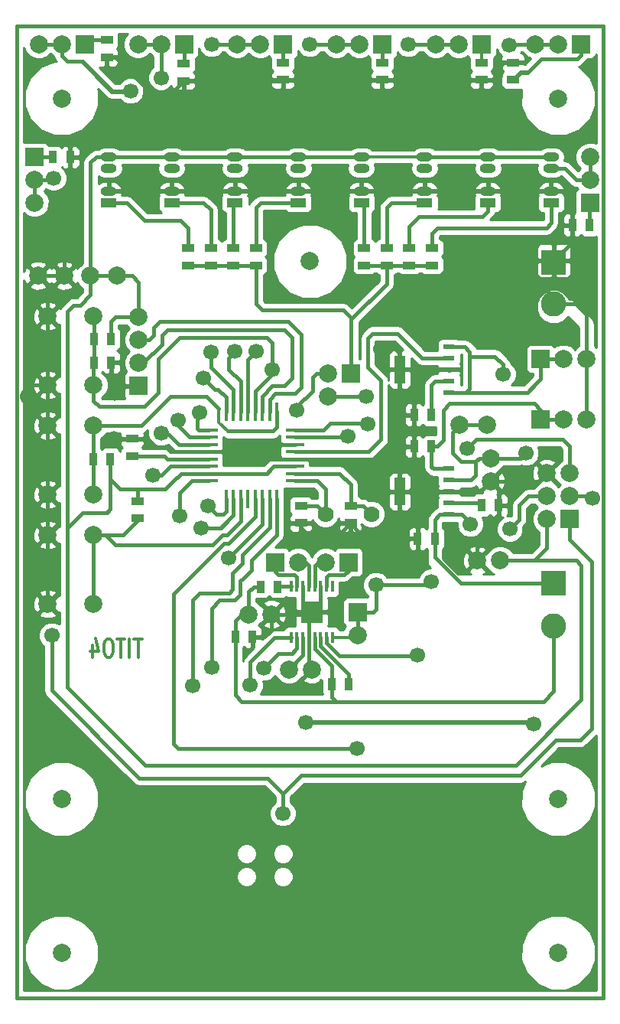
<source format=gbl>
G04 (created by PCBNEW (22-Jun-2014 BZR 4027)-stable) date mar 26 ago 2014 17:19:03 ART*
%MOIN*%
G04 Gerber Fmt 3.4, Leading zero omitted, Abs format*
%FSLAX34Y34*%
G01*
G70*
G90*
G04 APERTURE LIST*
%ADD10C,0.00590551*%
%ADD11C,0.012*%
%ADD12C,0.015*%
%ADD13R,0.0787X0.0177*%
%ADD14R,0.0177X0.0787*%
%ADD15C,0.0787402*%
%ADD16R,0.0787402X0.0787402*%
%ADD17R,0.0708661X0.0394*%
%ADD18O,0.0708661X0.0394*%
%ADD19R,0.055X0.035*%
%ADD20R,0.035X0.055*%
%ADD21R,0.015X0.05*%
%ADD22R,0.0968504X0.0968504*%
%ADD23C,0.07*%
%ADD24R,0.11X0.11*%
%ADD25C,0.11*%
%ADD26R,0.0512X0.0236*%
%ADD27R,0.0472X0.122*%
%ADD28C,0.0669291*%
%ADD29C,0.018*%
%ADD30C,0.02*%
%ADD31C,0.01*%
G04 APERTURE END LIST*
G54D10*
G54D11*
X16103Y-46177D02*
X15760Y-46177D01*
X15932Y-46977D02*
X15932Y-46177D01*
X15560Y-46977D02*
X15560Y-46177D01*
X15360Y-46177D02*
X15017Y-46177D01*
X15189Y-46977D02*
X15189Y-46177D01*
X14703Y-46177D02*
X14589Y-46177D01*
X14532Y-46215D01*
X14474Y-46291D01*
X14446Y-46444D01*
X14446Y-46710D01*
X14474Y-46863D01*
X14532Y-46939D01*
X14589Y-46977D01*
X14703Y-46977D01*
X14760Y-46939D01*
X14817Y-46863D01*
X14846Y-46710D01*
X14846Y-46444D01*
X14817Y-46291D01*
X14760Y-46215D01*
X14703Y-46177D01*
X13932Y-46444D02*
X13932Y-46977D01*
X14074Y-46139D02*
X14217Y-46710D01*
X13846Y-46710D01*
G54D12*
X36220Y-61811D02*
X10629Y-61811D01*
X36220Y-19488D02*
X36220Y-61811D01*
X10629Y-19488D02*
X36220Y-19488D01*
X10629Y-61811D02*
X10629Y-19488D01*
G54D13*
X22762Y-39281D03*
X22762Y-38966D03*
X22762Y-38651D03*
X22762Y-38336D03*
X22762Y-38021D03*
X22762Y-37706D03*
X22762Y-37391D03*
X22762Y-37076D03*
X18996Y-37078D03*
X18996Y-39288D03*
X18996Y-38968D03*
X18996Y-38648D03*
X18996Y-38338D03*
X18996Y-38018D03*
X18996Y-37708D03*
X18996Y-37388D03*
G54D14*
X21978Y-36288D03*
X21664Y-36288D03*
X21348Y-36288D03*
X21034Y-36288D03*
X20718Y-36288D03*
X20404Y-36288D03*
X20088Y-36288D03*
X19774Y-36288D03*
X21976Y-40068D03*
X21666Y-40068D03*
X21346Y-40068D03*
X21036Y-40068D03*
X20726Y-40068D03*
X20406Y-40068D03*
X20086Y-40068D03*
X19766Y-40068D03*
G54D15*
X23425Y-29724D03*
X12598Y-53149D03*
X12598Y-59842D03*
X34251Y-59842D03*
X34251Y-53149D03*
G54D16*
X25224Y-34618D03*
G54D15*
X24224Y-34618D03*
X24224Y-35618D03*
G54D17*
X14645Y-27181D03*
G54D18*
X14645Y-26681D03*
X14645Y-25681D03*
X14645Y-25181D03*
G54D17*
X22913Y-27181D03*
G54D18*
X22913Y-26681D03*
X22913Y-25681D03*
X22913Y-25181D03*
G54D17*
X17401Y-27181D03*
G54D18*
X17401Y-26681D03*
X17401Y-25681D03*
X17401Y-25181D03*
G54D17*
X25669Y-27181D03*
G54D18*
X25669Y-26681D03*
X25669Y-25681D03*
X25669Y-25181D03*
G54D17*
X28425Y-27181D03*
G54D18*
X28425Y-26681D03*
X28425Y-25681D03*
X28425Y-25181D03*
G54D17*
X20157Y-27181D03*
G54D18*
X20157Y-26681D03*
X20157Y-25681D03*
X20157Y-25181D03*
G54D15*
X13992Y-39885D03*
X11992Y-39885D03*
X13992Y-36885D03*
X11992Y-36885D03*
X13992Y-35122D03*
X11992Y-35122D03*
X13992Y-32122D03*
X11992Y-32122D03*
X13992Y-44649D03*
X11992Y-44649D03*
X13992Y-41649D03*
X11992Y-41649D03*
G54D19*
X19094Y-29152D03*
X19094Y-29902D03*
X25787Y-29152D03*
X25787Y-29902D03*
X21062Y-29152D03*
X21062Y-29902D03*
G54D20*
X21275Y-43900D03*
X22025Y-43900D03*
X24370Y-48153D03*
X25120Y-48153D03*
G54D19*
X27755Y-29152D03*
X27755Y-29902D03*
G54D20*
X20165Y-46090D03*
X20915Y-46090D03*
G54D19*
X18110Y-29152D03*
X18110Y-29902D03*
X17913Y-21121D03*
X17913Y-21871D03*
X22244Y-21081D03*
X22244Y-21831D03*
X14566Y-20097D03*
X14566Y-20847D03*
G54D20*
X12223Y-25196D03*
X12973Y-25196D03*
G54D19*
X28740Y-29152D03*
X28740Y-29902D03*
X25196Y-40373D03*
X25196Y-41123D03*
G54D20*
X14745Y-33110D03*
X13995Y-33110D03*
X13995Y-34133D03*
X14745Y-34133D03*
X28721Y-37795D03*
X27971Y-37795D03*
X28875Y-41814D03*
X28125Y-41814D03*
X30905Y-40354D03*
X31655Y-40354D03*
X14725Y-38350D03*
X13975Y-38350D03*
G54D19*
X15669Y-38209D03*
X15669Y-37459D03*
X15905Y-40176D03*
X15905Y-40926D03*
G54D20*
X28721Y-36417D03*
X27971Y-36417D03*
G54D19*
X26771Y-29152D03*
X26771Y-29902D03*
X20078Y-29152D03*
X20078Y-29902D03*
X23031Y-40373D03*
X23031Y-41123D03*
G54D16*
X15944Y-35161D03*
G54D15*
X15944Y-34161D03*
X15944Y-33161D03*
X15944Y-32161D03*
G54D16*
X34751Y-40960D03*
G54D15*
X33751Y-40960D03*
X34751Y-39960D03*
X33751Y-39960D03*
X34751Y-38960D03*
X33751Y-38960D03*
G54D16*
X30921Y-20275D03*
G54D15*
X29921Y-20275D03*
X28921Y-20275D03*
G54D16*
X26590Y-20275D03*
G54D15*
X25590Y-20275D03*
X24590Y-20275D03*
G54D16*
X22259Y-20275D03*
G54D15*
X21259Y-20275D03*
X20259Y-20275D03*
G54D16*
X11417Y-25181D03*
G54D15*
X11417Y-26181D03*
X11417Y-27181D03*
G54D16*
X17929Y-20275D03*
G54D15*
X16929Y-20275D03*
X15929Y-20275D03*
G54D16*
X13598Y-20275D03*
G54D15*
X12598Y-20275D03*
X11598Y-20275D03*
G54D16*
X21901Y-42834D03*
G54D15*
X22901Y-42834D03*
G54D16*
X25106Y-42834D03*
G54D15*
X24106Y-42834D03*
G54D16*
X25500Y-45000D03*
G54D15*
X25500Y-46000D03*
G54D16*
X33488Y-36614D03*
G54D15*
X34488Y-36614D03*
X35488Y-36614D03*
G54D16*
X33488Y-33976D03*
G54D15*
X34488Y-33976D03*
X35488Y-33976D03*
G54D21*
X22604Y-43898D03*
X22860Y-43898D03*
X23116Y-43898D03*
X23372Y-43898D03*
X23628Y-43898D03*
X23884Y-43898D03*
X24140Y-43898D03*
X24396Y-43898D03*
X24396Y-46102D03*
X24140Y-46102D03*
X23884Y-46102D03*
X23628Y-46102D03*
X23372Y-46102D03*
X23116Y-46102D03*
X22860Y-46102D03*
X22604Y-46102D03*
G54D22*
X23500Y-45000D03*
G54D23*
X26098Y-40736D03*
X24098Y-40736D03*
G54D15*
X20750Y-45100D03*
X21750Y-45100D03*
X31300Y-38300D03*
X31300Y-39300D03*
X31720Y-42755D03*
X30720Y-42755D03*
X22500Y-47500D03*
X23500Y-47500D03*
G54D24*
X34055Y-43763D03*
G54D25*
X34055Y-45606D03*
G54D24*
X34055Y-29787D03*
G54D25*
X34055Y-31590D03*
G54D15*
X11574Y-30354D03*
X12716Y-30354D03*
X13858Y-30354D03*
X15000Y-30354D03*
G54D26*
X29493Y-33948D03*
X29493Y-33448D03*
X29493Y-35448D03*
X29493Y-34948D03*
X29493Y-34448D03*
G54D27*
X27343Y-34448D03*
G54D26*
X29493Y-39263D03*
X29493Y-38763D03*
X29493Y-40763D03*
X29493Y-40263D03*
X29493Y-39763D03*
G54D27*
X27343Y-39763D03*
G54D19*
X30905Y-21081D03*
X30905Y-21831D03*
X26574Y-21081D03*
X26574Y-21831D03*
G54D20*
X35611Y-28149D03*
X34861Y-28149D03*
G54D19*
X32283Y-21831D03*
X32283Y-21081D03*
G54D16*
X35251Y-20275D03*
G54D15*
X34251Y-20275D03*
X33251Y-20275D03*
G54D16*
X35629Y-27181D03*
G54D15*
X35629Y-26181D03*
X35629Y-25181D03*
G54D17*
X33937Y-27181D03*
G54D18*
X33937Y-26681D03*
X33937Y-25681D03*
X33937Y-25181D03*
G54D17*
X31181Y-27181D03*
G54D18*
X31181Y-26681D03*
X31181Y-25681D03*
X31181Y-25181D03*
G54D15*
X12598Y-22637D03*
X34251Y-22637D03*
X31141Y-36850D03*
X29960Y-36850D03*
G54D28*
X25866Y-35629D03*
X32834Y-38070D03*
X20826Y-48188D03*
X18307Y-48228D03*
X21417Y-47440D03*
X19133Y-47401D03*
X25944Y-36811D03*
X28110Y-46889D03*
X25472Y-50944D03*
X25078Y-37362D03*
X22244Y-53775D03*
X12165Y-46023D03*
X18976Y-40393D03*
X18661Y-41338D03*
X26299Y-43818D03*
X28720Y-43670D03*
X32140Y-41390D03*
X22860Y-36210D03*
X19881Y-42637D03*
X21771Y-34448D03*
X30275Y-37874D03*
X17755Y-40826D03*
X33188Y-49881D03*
X35748Y-40039D03*
X23228Y-49803D03*
X16574Y-39055D03*
X12244Y-26102D03*
X16929Y-37204D03*
X15600Y-22310D03*
X17677Y-36653D03*
X16929Y-21732D03*
X18622Y-36299D03*
X19133Y-20275D03*
X18779Y-34803D03*
X23425Y-20275D03*
X19100Y-33680D03*
X27716Y-20275D03*
X20157Y-33661D03*
X32125Y-20314D03*
X21062Y-33661D03*
X27795Y-32362D03*
X26496Y-33543D03*
X11102Y-35629D03*
X14881Y-37440D03*
X14921Y-35472D03*
X30420Y-41180D03*
X31850Y-34645D03*
G54D29*
X24224Y-35618D02*
X25854Y-35618D01*
X25854Y-35618D02*
X25866Y-35629D01*
X31300Y-38300D02*
X32605Y-38300D01*
X32605Y-38300D02*
X32834Y-38070D01*
X29645Y-37480D02*
X29645Y-37165D01*
X29645Y-37165D02*
X29960Y-36850D01*
X29645Y-37165D02*
X29960Y-36850D01*
X30040Y-38450D02*
X30024Y-38450D01*
X30024Y-38450D02*
X29645Y-38070D01*
X29645Y-38070D02*
X29645Y-37480D01*
X29645Y-37480D02*
X29645Y-37450D01*
X29645Y-37450D02*
X29645Y-37440D01*
X30650Y-38450D02*
X30040Y-38450D01*
X29960Y-36850D02*
X31141Y-36850D01*
X30795Y-38305D02*
X31295Y-38305D01*
X31295Y-38305D02*
X31300Y-38300D01*
X30436Y-39263D02*
X30650Y-39050D01*
X30650Y-39050D02*
X30650Y-38450D01*
X30650Y-38450D02*
X30795Y-38305D01*
X30795Y-38305D02*
X30800Y-38300D01*
X29493Y-39263D02*
X30436Y-39263D01*
G54D11*
X32605Y-38300D02*
X32834Y-38070D01*
X30750Y-38349D02*
X30650Y-38450D01*
X30024Y-38450D02*
X29842Y-38267D01*
X29645Y-37440D02*
X29645Y-38070D01*
X29645Y-38070D02*
X29842Y-38267D01*
X30800Y-38300D02*
X31300Y-38300D01*
X30750Y-38349D02*
X30800Y-38300D01*
G54D29*
X18346Y-38968D02*
X17802Y-38968D01*
X15905Y-39645D02*
X17125Y-39645D01*
X17802Y-38968D02*
X18070Y-38968D01*
X17125Y-39645D02*
X17440Y-39330D01*
X17440Y-39330D02*
X17802Y-38968D01*
X14725Y-38897D02*
X14725Y-39213D01*
X15157Y-39645D02*
X15905Y-39645D01*
X14725Y-39213D02*
X15157Y-39645D01*
X18996Y-38968D02*
X18346Y-38968D01*
X18346Y-38968D02*
X18070Y-38968D01*
X15905Y-39645D02*
X15905Y-40176D01*
X15000Y-30354D02*
X13858Y-30354D01*
X15944Y-32161D02*
X15944Y-30634D01*
X15664Y-30354D02*
X15000Y-30354D01*
X15944Y-30634D02*
X15664Y-30354D01*
X14745Y-33110D02*
X14745Y-32354D01*
X14938Y-32161D02*
X15944Y-32161D01*
X14745Y-32354D02*
X14938Y-32161D01*
X13858Y-30354D02*
X13858Y-31191D01*
X13858Y-31191D02*
X13410Y-31640D01*
X13410Y-31640D02*
X13110Y-31640D01*
X13110Y-31640D02*
X12834Y-31915D01*
X12834Y-31915D02*
X12834Y-41338D01*
X13858Y-30354D02*
X13858Y-25431D01*
X13858Y-25431D02*
X14108Y-25181D01*
X14108Y-25181D02*
X14645Y-25181D01*
X22762Y-38021D02*
X25993Y-38021D01*
X25993Y-38021D02*
X26520Y-37495D01*
X27240Y-32870D02*
X28318Y-33948D01*
X26160Y-32870D02*
X27240Y-32870D01*
X25950Y-33080D02*
X26160Y-32870D01*
X25950Y-34360D02*
X25950Y-33080D01*
X26520Y-34930D02*
X25950Y-34360D01*
X26520Y-37495D02*
X26520Y-34930D01*
X28318Y-33948D02*
X29493Y-33948D01*
X16236Y-51670D02*
X12834Y-48267D01*
X12834Y-48267D02*
X12834Y-41338D01*
X12834Y-41338D02*
X13503Y-40669D01*
X13503Y-40669D02*
X14566Y-40669D01*
X14566Y-40669D02*
X14725Y-40511D01*
X14725Y-40511D02*
X14725Y-39016D01*
X14725Y-39016D02*
X14725Y-38897D01*
X14725Y-38897D02*
X14725Y-38350D01*
X33200Y-42755D02*
X35039Y-42755D01*
X32410Y-51670D02*
X16236Y-51670D01*
X35250Y-48830D02*
X32410Y-51670D01*
X35250Y-42966D02*
X35250Y-48830D01*
X35039Y-42755D02*
X35250Y-42966D01*
X31720Y-42755D02*
X33200Y-42755D01*
X33200Y-42755D02*
X33204Y-42755D01*
X33751Y-42208D02*
X33751Y-40960D01*
X33204Y-42755D02*
X33751Y-42208D01*
X22762Y-38651D02*
X21859Y-38651D01*
X21859Y-38651D02*
X21542Y-38968D01*
X21542Y-38968D02*
X18996Y-38968D01*
X17401Y-25181D02*
X14645Y-25181D01*
X20157Y-25181D02*
X17401Y-25181D01*
X22913Y-25181D02*
X20157Y-25181D01*
X25669Y-25181D02*
X22913Y-25181D01*
X31181Y-25181D02*
X28425Y-25181D01*
X33937Y-25181D02*
X31181Y-25181D01*
G54D11*
X12834Y-46259D02*
X12834Y-48267D01*
X12834Y-44409D02*
X12834Y-41456D01*
X12834Y-46259D02*
X12834Y-44409D01*
X29493Y-33948D02*
X28318Y-33948D01*
X25669Y-25181D02*
X28425Y-25181D01*
X14725Y-38350D02*
X14725Y-40511D01*
X14725Y-40511D02*
X14566Y-40669D01*
X12834Y-41456D02*
X12834Y-41338D01*
X12834Y-41338D02*
X13503Y-40669D01*
X13503Y-40669D02*
X14566Y-40669D01*
X21542Y-38968D02*
X21859Y-38651D01*
G54D29*
X34055Y-47559D02*
X34055Y-45606D01*
G54D12*
X23628Y-46102D02*
X23628Y-46620D01*
X24370Y-47362D02*
X24370Y-48153D01*
X23628Y-46620D02*
X24370Y-47362D01*
G54D29*
X20750Y-45100D02*
X20750Y-44131D01*
X20981Y-43900D02*
X21275Y-43900D01*
X20750Y-44131D02*
X20981Y-43900D01*
X20165Y-46090D02*
X20165Y-45365D01*
X20165Y-45365D02*
X20430Y-45100D01*
X20430Y-45100D02*
X20750Y-45100D01*
X24645Y-48906D02*
X20441Y-48906D01*
X20165Y-48629D02*
X20165Y-46090D01*
X20441Y-48906D02*
X20165Y-48629D01*
X34055Y-45685D02*
X34055Y-47559D01*
X34055Y-47559D02*
X34055Y-48464D01*
X33613Y-48906D02*
X24645Y-48906D01*
X24645Y-48906D02*
X24576Y-48906D01*
X34055Y-48464D02*
X33613Y-48906D01*
X24576Y-48906D02*
X24370Y-48700D01*
X24370Y-48700D02*
X24370Y-48153D01*
G54D11*
X24370Y-48153D02*
X24370Y-48700D01*
X24370Y-48700D02*
X24576Y-48906D01*
X20165Y-45365D02*
X20430Y-45100D01*
X20430Y-45100D02*
X20750Y-45100D01*
G54D29*
X21978Y-36288D02*
X21978Y-36958D01*
X21978Y-36958D02*
X21811Y-37125D01*
X21811Y-37125D02*
X19842Y-37125D01*
X13992Y-36885D02*
X16066Y-36885D01*
X18907Y-35600D02*
X19448Y-36141D01*
X17352Y-35600D02*
X18907Y-35600D01*
X16066Y-36885D02*
X17352Y-35600D01*
X13975Y-38350D02*
X13975Y-36902D01*
X13975Y-36902D02*
X13992Y-36885D01*
X13975Y-38350D02*
X13975Y-39868D01*
X13975Y-39868D02*
X13992Y-39885D01*
G54D11*
X19448Y-36732D02*
X19448Y-36141D01*
X21978Y-36958D02*
X21811Y-37125D01*
X19842Y-37125D02*
X19448Y-36732D01*
X13975Y-39868D02*
X13992Y-39885D01*
G54D29*
X19901Y-41555D02*
X19910Y-41555D01*
X20406Y-41059D02*
X20406Y-40068D01*
X19910Y-41555D02*
X20406Y-41059D01*
X19803Y-41653D02*
X19615Y-41653D01*
X19901Y-41555D02*
X19803Y-41653D01*
X14960Y-42086D02*
X14523Y-41649D01*
X19182Y-42086D02*
X14960Y-42086D01*
X19615Y-41653D02*
X19182Y-42086D01*
X13992Y-41649D02*
X14523Y-41649D01*
X15905Y-40926D02*
X15905Y-41023D01*
X15279Y-41649D02*
X13992Y-41649D01*
X15905Y-41023D02*
X15279Y-41649D01*
X13992Y-44649D02*
X13992Y-41649D01*
G54D12*
X22860Y-43622D02*
X22860Y-43489D01*
X22755Y-43385D02*
X22125Y-43385D01*
X22860Y-43489D02*
X22755Y-43385D01*
X22860Y-43898D02*
X22860Y-43622D01*
X21901Y-43240D02*
X21901Y-42834D01*
X22047Y-43385D02*
X21901Y-43240D01*
X22125Y-43385D02*
X22047Y-43385D01*
X23372Y-43898D02*
X23372Y-42978D01*
X23228Y-42834D02*
X22901Y-42834D01*
X23372Y-42978D02*
X23228Y-42834D01*
X24140Y-43898D02*
X24140Y-43497D01*
X25106Y-43200D02*
X25106Y-42834D01*
X24921Y-43385D02*
X25106Y-43200D01*
X24251Y-43385D02*
X24921Y-43385D01*
X24140Y-43497D02*
X24251Y-43385D01*
X23628Y-43898D02*
X23628Y-42986D01*
X23779Y-42834D02*
X24106Y-42834D01*
X23628Y-42986D02*
X23779Y-42834D01*
X20826Y-48188D02*
X20826Y-47165D01*
X20826Y-47165D02*
X21890Y-46102D01*
X21890Y-46102D02*
X22604Y-46102D01*
G54D29*
X21666Y-40068D02*
X21666Y-41325D01*
X20039Y-43307D02*
X20039Y-44030D01*
X20472Y-42874D02*
X20039Y-43307D01*
X20472Y-42519D02*
X20472Y-42874D01*
X21666Y-41325D02*
X20472Y-42519D01*
X20039Y-44030D02*
X19896Y-44173D01*
X20039Y-44030D02*
X19896Y-44173D01*
G54D11*
X21890Y-46102D02*
X20826Y-47165D01*
X22604Y-46102D02*
X21890Y-46102D01*
G54D29*
X19896Y-44173D02*
X18622Y-44173D01*
X18622Y-44173D02*
X18307Y-44488D01*
X18307Y-44488D02*
X18307Y-48228D01*
G54D12*
X22860Y-46102D02*
X22860Y-46588D01*
X22860Y-46588D02*
X22637Y-46811D01*
X22637Y-46811D02*
X22047Y-46811D01*
X22047Y-46811D02*
X21417Y-47440D01*
G54D29*
X21976Y-40068D02*
X21976Y-41645D01*
X20866Y-43188D02*
X20511Y-43543D01*
X20866Y-42755D02*
X20866Y-43188D01*
X21976Y-41645D02*
X20866Y-42755D01*
X19133Y-44842D02*
X19133Y-47401D01*
X19488Y-44488D02*
X19133Y-44842D01*
X20157Y-44488D02*
X19488Y-44488D01*
X20393Y-44251D02*
X20157Y-44488D01*
X20393Y-43661D02*
X20393Y-44251D01*
X20511Y-43543D02*
X20393Y-43661D01*
G54D11*
X22860Y-46588D02*
X22637Y-46811D01*
X22637Y-46811D02*
X22047Y-46811D01*
X22047Y-46811D02*
X21417Y-47440D01*
X24396Y-46102D02*
X25398Y-46102D01*
X25398Y-46102D02*
X25500Y-46000D01*
G54D29*
X24370Y-36790D02*
X25924Y-36790D01*
X25924Y-36790D02*
X25944Y-36811D01*
G54D12*
X25669Y-46929D02*
X28070Y-46929D01*
X28070Y-46929D02*
X28110Y-46889D01*
X24140Y-46344D02*
X24724Y-46929D01*
X24724Y-46929D02*
X25669Y-46929D01*
X24140Y-46102D02*
X24140Y-46344D01*
G54D29*
X24310Y-36790D02*
X24370Y-36790D01*
X24023Y-37076D02*
X24310Y-36790D01*
X22762Y-37076D02*
X24023Y-37076D01*
X20334Y-41555D02*
X19881Y-42007D01*
X19881Y-42007D02*
X19685Y-42007D01*
X17480Y-44212D02*
X17480Y-45393D01*
X19685Y-42007D02*
X17480Y-44212D01*
X21036Y-40068D02*
X21036Y-40853D01*
X17677Y-50944D02*
X25472Y-50944D01*
X17480Y-50748D02*
X17677Y-50944D01*
X17480Y-45393D02*
X17480Y-50748D01*
X21036Y-40853D02*
X20334Y-41555D01*
X22762Y-37391D02*
X25048Y-37391D01*
X25048Y-37391D02*
X25078Y-37362D01*
X22244Y-52914D02*
X22244Y-53775D01*
X28858Y-52125D02*
X23032Y-52125D01*
X23032Y-52125D02*
X22244Y-52914D01*
X32598Y-52125D02*
X34133Y-50590D01*
X35708Y-48267D02*
X35710Y-48267D01*
X35708Y-50078D02*
X35708Y-48267D01*
X35196Y-50590D02*
X35708Y-50078D01*
X34133Y-50590D02*
X35196Y-50590D01*
X28858Y-52125D02*
X32598Y-52125D01*
X19766Y-40068D02*
X19766Y-40627D01*
X19645Y-40748D02*
X19330Y-40748D01*
X19766Y-40627D02*
X19645Y-40748D01*
X19330Y-40748D02*
X18976Y-40393D01*
X21574Y-52244D02*
X15984Y-52244D01*
X22244Y-52914D02*
X21574Y-52244D01*
X15984Y-52244D02*
X12165Y-48425D01*
X12165Y-48425D02*
X12165Y-46023D01*
X34751Y-40960D02*
X34751Y-41841D01*
X34751Y-41841D02*
X35710Y-42800D01*
X35710Y-42800D02*
X35710Y-48267D01*
G54D11*
X15984Y-52244D02*
X12165Y-48425D01*
X19330Y-40748D02*
X18976Y-40393D01*
G54D29*
X20086Y-40068D02*
X20086Y-40780D01*
X20086Y-40780D02*
X19527Y-41338D01*
X19527Y-41338D02*
X18661Y-41338D01*
X20086Y-40780D02*
X20064Y-40780D01*
X19505Y-41338D02*
X18661Y-41338D01*
X20064Y-40780D02*
X19505Y-41338D01*
X25500Y-45000D02*
X25500Y-46000D01*
X25500Y-45000D02*
X26181Y-45000D01*
X26299Y-44881D02*
X26299Y-43818D01*
X26181Y-45000D02*
X26299Y-44881D01*
X26299Y-43818D02*
X28571Y-43818D01*
X28571Y-43818D02*
X28720Y-43670D01*
X32140Y-41390D02*
X32550Y-40980D01*
X32550Y-40980D02*
X32550Y-40350D01*
X32550Y-40350D02*
X32939Y-39960D01*
X32939Y-39960D02*
X33751Y-39960D01*
X22860Y-36210D02*
X22860Y-36060D01*
X23540Y-35380D02*
X23540Y-34790D01*
X22860Y-36060D02*
X23540Y-35380D01*
X23540Y-34790D02*
X23711Y-34618D01*
X23711Y-34618D02*
X24224Y-34618D01*
X23540Y-34790D02*
X23711Y-34618D01*
X23711Y-34618D02*
X24224Y-34618D01*
X21346Y-41173D02*
X21346Y-40068D01*
X19881Y-42637D02*
X21346Y-41173D01*
X23711Y-34618D02*
X24224Y-34618D01*
X21417Y-33060D02*
X21540Y-33060D01*
X21540Y-33060D02*
X21771Y-33291D01*
X21771Y-34448D02*
X21771Y-33291D01*
X21771Y-33291D02*
X21732Y-33252D01*
X14238Y-36050D02*
X13992Y-35803D01*
X16220Y-36050D02*
X14238Y-36050D01*
X16811Y-35458D02*
X16220Y-36050D01*
X16811Y-33998D02*
X16811Y-35458D01*
X17750Y-33060D02*
X16811Y-33998D01*
X21417Y-33060D02*
X17750Y-33060D01*
X21732Y-33252D02*
X21540Y-33060D01*
X21771Y-34448D02*
X21771Y-34645D01*
X21338Y-35078D02*
X21338Y-35081D01*
X21771Y-34645D02*
X21338Y-35078D01*
X30275Y-37874D02*
X30669Y-37480D01*
X13992Y-35803D02*
X13992Y-35122D01*
X13992Y-35122D02*
X13992Y-34136D01*
X13992Y-34136D02*
X13995Y-34133D01*
X13995Y-34133D02*
X13995Y-33110D01*
X13995Y-33110D02*
X13995Y-32125D01*
X13995Y-32125D02*
X13992Y-32122D01*
X21034Y-36288D02*
X21034Y-35385D01*
X21034Y-35385D02*
X21338Y-35081D01*
X30669Y-37480D02*
X34448Y-37480D01*
X34448Y-37480D02*
X34751Y-37783D01*
X34751Y-37783D02*
X34751Y-38960D01*
G54D11*
X34751Y-37783D02*
X34751Y-38960D01*
X34448Y-37480D02*
X34751Y-37783D01*
X30669Y-37480D02*
X34448Y-37480D01*
X13992Y-35122D02*
X13992Y-35803D01*
X13995Y-32125D02*
X13992Y-32122D01*
G54D29*
X16968Y-32961D02*
X16968Y-33351D01*
X16158Y-34161D02*
X15944Y-34161D01*
X16968Y-33351D02*
X16158Y-34161D01*
X21348Y-36288D02*
X21348Y-35601D01*
X17220Y-32710D02*
X16968Y-32961D01*
X22310Y-32710D02*
X17220Y-32710D01*
X22650Y-33050D02*
X22310Y-32710D01*
X22650Y-34820D02*
X22650Y-33050D01*
X22310Y-35160D02*
X22650Y-34820D01*
X21790Y-35160D02*
X22310Y-35160D01*
X21348Y-35601D02*
X21790Y-35160D01*
X17755Y-40826D02*
X17755Y-40236D01*
X34751Y-39960D02*
X35669Y-39960D01*
X35669Y-39960D02*
X35748Y-40039D01*
G54D30*
X23228Y-49803D02*
X33110Y-49803D01*
X33110Y-49803D02*
X33188Y-49881D01*
G54D29*
X18290Y-39288D02*
X18270Y-39288D01*
X18270Y-39288D02*
X17755Y-39803D01*
X17755Y-39803D02*
X17755Y-40236D01*
X17755Y-40236D02*
X17755Y-40511D01*
X18996Y-39288D02*
X18290Y-39288D01*
G54D11*
X17755Y-39803D02*
X17755Y-40511D01*
X18270Y-39288D02*
X17755Y-39803D01*
X35748Y-40039D02*
X35669Y-39960D01*
G54D29*
X19094Y-29902D02*
X18110Y-29902D01*
X20078Y-29902D02*
X19094Y-29902D01*
X21062Y-29902D02*
X20078Y-29902D01*
X27755Y-29902D02*
X28740Y-29902D01*
X26771Y-29902D02*
X27755Y-29902D01*
X25787Y-29902D02*
X26771Y-29902D01*
X25224Y-32290D02*
X25224Y-32192D01*
X21062Y-31582D02*
X21062Y-29902D01*
X21330Y-31850D02*
X21062Y-31582D01*
X24881Y-31850D02*
X21330Y-31850D01*
X25224Y-32192D02*
X24881Y-31850D01*
X25224Y-34618D02*
X25224Y-32290D01*
X25224Y-32290D02*
X25224Y-32255D01*
X25224Y-32255D02*
X26771Y-30708D01*
X26771Y-30708D02*
X26771Y-29902D01*
X18228Y-38648D02*
X17335Y-38648D01*
X16929Y-39055D02*
X16574Y-39055D01*
X17335Y-38648D02*
X16929Y-39055D01*
X18996Y-38648D02*
X18228Y-38648D01*
X11417Y-26181D02*
X12165Y-26181D01*
X12165Y-26181D02*
X12244Y-26102D01*
X11417Y-27181D02*
X11417Y-26181D01*
G54D11*
X12165Y-26181D02*
X12244Y-26102D01*
G54D29*
X18996Y-37708D02*
X17708Y-37708D01*
X17708Y-37708D02*
X17283Y-37283D01*
X17283Y-37283D02*
X16929Y-37204D01*
X15600Y-22310D02*
X14800Y-22310D01*
X13513Y-21023D02*
X12853Y-21023D01*
X14800Y-22310D02*
X13513Y-21023D01*
X15570Y-22339D02*
X14780Y-22339D01*
X15600Y-22310D02*
X15570Y-22339D01*
X12598Y-20275D02*
X12598Y-20768D01*
X12598Y-20768D02*
X12853Y-21023D01*
X12853Y-21023D02*
X13464Y-21023D01*
X13464Y-21023D02*
X14780Y-22339D01*
X11598Y-20275D02*
X12598Y-20275D01*
X18582Y-37388D02*
X18176Y-37388D01*
X18176Y-37388D02*
X17677Y-36889D01*
X17677Y-36889D02*
X17677Y-36653D01*
X18996Y-37388D02*
X18582Y-37388D01*
X16929Y-20275D02*
X15929Y-20275D01*
X16929Y-20275D02*
X16929Y-21732D01*
X18996Y-37078D02*
X18575Y-37078D01*
X18503Y-36417D02*
X18622Y-36299D01*
X18503Y-37007D02*
X18503Y-36417D01*
X18575Y-37078D02*
X18503Y-37007D01*
X20259Y-20275D02*
X19133Y-20275D01*
X21259Y-20275D02*
X20259Y-20275D01*
X19276Y-35300D02*
X19410Y-35300D01*
X18779Y-34803D02*
X19276Y-35300D01*
X19774Y-36288D02*
X19774Y-35664D01*
X19774Y-35664D02*
X19410Y-35300D01*
X24590Y-20275D02*
X23425Y-20275D01*
X25590Y-20275D02*
X24590Y-20275D01*
X20088Y-36288D02*
X20088Y-35328D01*
X19094Y-34334D02*
X19100Y-33680D01*
X20088Y-35328D02*
X19094Y-34334D01*
X28921Y-20275D02*
X27716Y-20275D01*
X29921Y-20275D02*
X28921Y-20275D01*
X19881Y-34370D02*
X19881Y-33937D01*
X19881Y-33937D02*
X20157Y-33661D01*
X20404Y-36288D02*
X20404Y-34964D01*
X19881Y-34441D02*
X19881Y-34370D01*
X20404Y-34964D02*
X19881Y-34441D01*
X33251Y-20275D02*
X32165Y-20275D01*
X32165Y-20275D02*
X32125Y-20314D01*
X34251Y-20275D02*
X33251Y-20275D01*
X32165Y-20275D02*
X32125Y-20314D01*
G54D11*
X32125Y-20314D02*
X32165Y-20275D01*
G54D29*
X20718Y-36288D02*
X20718Y-34006D01*
X20718Y-34006D02*
X21062Y-33661D01*
X35629Y-26181D02*
X35031Y-26181D01*
X35031Y-26181D02*
X34531Y-25681D01*
X34531Y-25681D02*
X33937Y-25681D01*
X35629Y-26181D02*
X35629Y-25181D01*
G54D11*
X20718Y-34006D02*
X21062Y-33661D01*
G54D29*
X21664Y-36288D02*
X21664Y-35737D01*
X21664Y-35737D02*
X21921Y-35480D01*
X16418Y-33161D02*
X15944Y-33161D01*
X16620Y-32960D02*
X16418Y-33161D01*
X16620Y-32610D02*
X16620Y-32960D01*
X16870Y-32360D02*
X16620Y-32610D01*
X22490Y-32360D02*
X16870Y-32360D01*
X23060Y-32930D02*
X22490Y-32360D01*
X23060Y-35200D02*
X23060Y-32930D01*
X22780Y-35480D02*
X23060Y-35200D01*
X21921Y-35480D02*
X22780Y-35480D01*
X25196Y-40373D02*
X25196Y-39456D01*
X24706Y-38966D02*
X22762Y-38966D01*
X25196Y-39456D02*
X24706Y-38966D01*
X25196Y-40373D02*
X25735Y-40373D01*
X25735Y-40373D02*
X26098Y-40736D01*
G54D11*
X25735Y-40373D02*
X26098Y-40736D01*
G54D29*
X24098Y-40736D02*
X24098Y-39649D01*
X24098Y-39649D02*
X23730Y-39281D01*
X23730Y-39281D02*
X22762Y-39281D01*
X24098Y-40736D02*
X23735Y-40373D01*
X23735Y-40373D02*
X23031Y-40373D01*
G54D11*
X22762Y-39281D02*
X23730Y-39281D01*
X23730Y-39281D02*
X24098Y-39649D01*
X23031Y-40373D02*
X23735Y-40373D01*
G54D29*
X34861Y-28149D02*
X34861Y-28876D01*
X34055Y-29683D02*
X34055Y-29787D01*
X34861Y-28876D02*
X34055Y-29683D01*
X32755Y-29708D02*
X33976Y-29708D01*
X33976Y-29708D02*
X34055Y-29787D01*
X30041Y-29708D02*
X29780Y-29970D01*
X29780Y-29970D02*
X29780Y-31970D01*
X29780Y-31970D02*
X29387Y-32362D01*
X29387Y-32362D02*
X27795Y-32362D01*
X32755Y-29708D02*
X30041Y-29708D01*
X27143Y-33543D02*
X27343Y-33743D01*
X27343Y-33743D02*
X27343Y-34448D01*
X26496Y-33543D02*
X27143Y-33543D01*
X11207Y-35122D02*
X11992Y-35122D01*
X11102Y-35227D02*
X11207Y-35122D01*
X11102Y-35629D02*
X11102Y-35227D01*
X14745Y-34133D02*
X14745Y-35296D01*
X14745Y-35296D02*
X14921Y-35472D01*
X15944Y-35161D02*
X15232Y-35161D01*
X15232Y-35161D02*
X14921Y-35472D01*
X17913Y-21871D02*
X17913Y-21889D01*
X16574Y-23228D02*
X16574Y-23700D01*
X17913Y-21889D02*
X16574Y-23228D01*
X14566Y-20847D02*
X14941Y-20847D01*
X14941Y-20847D02*
X16574Y-22480D01*
G54D12*
X23372Y-46102D02*
X23372Y-47372D01*
X23372Y-47372D02*
X23500Y-47500D01*
X21750Y-45100D02*
X23400Y-45100D01*
X23400Y-45100D02*
X23500Y-45000D01*
X23116Y-43898D02*
X23116Y-44616D01*
X23116Y-44616D02*
X23500Y-45000D01*
X23884Y-43898D02*
X23884Y-44616D01*
X23884Y-44616D02*
X23500Y-45000D01*
X23372Y-46102D02*
X23372Y-45128D01*
X23372Y-45128D02*
X23500Y-45000D01*
X23372Y-47372D02*
X23500Y-47500D01*
G54D29*
X31181Y-26681D02*
X33937Y-26681D01*
X28425Y-26681D02*
X31181Y-26681D01*
X25669Y-26681D02*
X28425Y-26681D01*
X22913Y-26681D02*
X25669Y-26681D01*
X20157Y-26681D02*
X22913Y-26681D01*
X17401Y-26681D02*
X20157Y-26681D01*
X14645Y-26681D02*
X17401Y-26681D01*
X11992Y-41649D02*
X11992Y-39885D01*
X11992Y-44649D02*
X11992Y-41649D01*
X27343Y-39763D02*
X27343Y-42853D01*
X26023Y-43228D02*
X24251Y-45000D01*
X26968Y-43228D02*
X26023Y-43228D01*
X27343Y-42853D02*
X26968Y-43228D01*
X24251Y-45000D02*
X23500Y-45000D01*
X21750Y-45100D02*
X21750Y-45800D01*
X21750Y-45800D02*
X21460Y-46090D01*
X21460Y-46090D02*
X20915Y-46090D01*
X15669Y-37459D02*
X14900Y-37459D01*
X14900Y-37459D02*
X14881Y-37440D01*
X18996Y-38018D02*
X17349Y-38018D01*
X16357Y-37459D02*
X15669Y-37459D01*
X16732Y-37834D02*
X16357Y-37459D01*
X17165Y-37834D02*
X16732Y-37834D01*
X17349Y-38018D02*
X17165Y-37834D01*
X11992Y-39885D02*
X11992Y-36885D01*
X12716Y-30354D02*
X12716Y-27903D01*
X12973Y-27646D02*
X12973Y-25196D01*
X12716Y-27903D02*
X12973Y-27646D01*
X11574Y-30354D02*
X12716Y-30354D01*
X11992Y-32122D02*
X11992Y-30771D01*
X11992Y-30771D02*
X11574Y-30354D01*
X11992Y-35122D02*
X11992Y-32122D01*
X11992Y-36885D02*
X11992Y-35122D01*
X30720Y-42755D02*
X30720Y-42199D01*
X30720Y-42199D02*
X31100Y-41820D01*
X31100Y-41820D02*
X31100Y-41300D01*
X31100Y-41300D02*
X31655Y-40744D01*
X31655Y-40744D02*
X31655Y-40354D01*
X29493Y-34448D02*
X27343Y-34448D01*
X27971Y-36417D02*
X27971Y-34581D01*
X27971Y-34581D02*
X27838Y-34448D01*
X27838Y-34448D02*
X27343Y-34448D01*
X27971Y-37795D02*
X27971Y-36417D01*
X27971Y-37795D02*
X27971Y-39548D01*
X27756Y-39763D02*
X27343Y-39763D01*
X27971Y-39548D02*
X27756Y-39763D01*
X22762Y-38336D02*
X27893Y-38336D01*
X27971Y-38258D02*
X27971Y-37795D01*
X27893Y-38336D02*
X27971Y-38258D01*
X22762Y-37706D02*
X21362Y-37706D01*
X21362Y-37706D02*
X21050Y-38018D01*
X22762Y-38336D02*
X21368Y-38336D01*
X21368Y-38336D02*
X21050Y-38018D01*
X21050Y-38018D02*
X18996Y-38018D01*
X30905Y-21831D02*
X31554Y-21831D01*
X31554Y-21831D02*
X31740Y-21645D01*
X31740Y-21212D02*
X31871Y-21081D01*
X31740Y-21645D02*
X31740Y-21212D01*
X31871Y-21081D02*
X32283Y-21081D01*
X26574Y-21831D02*
X30905Y-21831D01*
X22244Y-21831D02*
X26574Y-21831D01*
X17913Y-21871D02*
X22204Y-21871D01*
X22204Y-21871D02*
X22244Y-21831D01*
X16574Y-22580D02*
X16574Y-22480D01*
X16574Y-23700D02*
X16574Y-22580D01*
X12973Y-25196D02*
X12973Y-24706D01*
X12973Y-24706D02*
X13260Y-24420D01*
X13260Y-24420D02*
X16310Y-24420D01*
X16310Y-24420D02*
X16574Y-24155D01*
X16574Y-24155D02*
X16574Y-23700D01*
X34861Y-28149D02*
X34861Y-27144D01*
X34861Y-27144D02*
X34397Y-26681D01*
X34397Y-26681D02*
X33937Y-26681D01*
X29493Y-39763D02*
X30836Y-39763D01*
X30836Y-39763D02*
X31300Y-39300D01*
X31655Y-40354D02*
X31655Y-39655D01*
X31655Y-39655D02*
X31300Y-39300D01*
X33751Y-38960D02*
X33412Y-39300D01*
X33412Y-39300D02*
X31300Y-39300D01*
X29493Y-39763D02*
X27343Y-39763D01*
X28125Y-41814D02*
X28125Y-39975D01*
X28125Y-39975D02*
X27913Y-39763D01*
X27913Y-39763D02*
X27343Y-39763D01*
X27343Y-39763D02*
X27343Y-40963D01*
X27343Y-40963D02*
X26771Y-41535D01*
X26771Y-41535D02*
X25590Y-41535D01*
X25590Y-41535D02*
X25196Y-41141D01*
X25196Y-41141D02*
X25196Y-41123D01*
X25196Y-41123D02*
X24784Y-41535D01*
X24784Y-41535D02*
X23228Y-41535D01*
X23228Y-41535D02*
X23031Y-41338D01*
X23031Y-41338D02*
X23031Y-41123D01*
G54D11*
X14881Y-37440D02*
X14900Y-37459D01*
X21368Y-38336D02*
X21050Y-38018D01*
X31655Y-39655D02*
X31300Y-39300D01*
X31692Y-21259D02*
X31871Y-21081D01*
X31871Y-21081D02*
X32283Y-21081D01*
X31692Y-21692D02*
X31692Y-21259D01*
X31554Y-21831D02*
X31692Y-21692D01*
X22204Y-21871D02*
X22244Y-21831D01*
X24251Y-45000D02*
X23500Y-45000D01*
X24251Y-45000D02*
X23500Y-45000D01*
X30836Y-39763D02*
X31300Y-39300D01*
X33937Y-26681D02*
X34397Y-26681D01*
X34397Y-26681D02*
X34861Y-27144D01*
X25196Y-41123D02*
X25196Y-41141D01*
X26771Y-41535D02*
X27343Y-40963D01*
X25590Y-41535D02*
X26771Y-41535D01*
X25196Y-41141D02*
X25590Y-41535D01*
X23031Y-41123D02*
X23031Y-41338D01*
X23228Y-41535D02*
X24784Y-41535D01*
X23031Y-41338D02*
X23228Y-41535D01*
X20915Y-46090D02*
X21460Y-46090D01*
X21460Y-46090D02*
X21750Y-45800D01*
X23372Y-47372D02*
X23500Y-47500D01*
X23372Y-45128D02*
X23500Y-45000D01*
X23884Y-44616D02*
X23500Y-45000D01*
X23116Y-44616D02*
X23500Y-45000D01*
X28125Y-39975D02*
X27913Y-39763D01*
X27913Y-39763D02*
X27343Y-39763D01*
X11992Y-32161D02*
X11992Y-30771D01*
X11992Y-32161D02*
X11992Y-35161D01*
X11992Y-36885D02*
X11992Y-35161D01*
X11992Y-30771D02*
X11574Y-30354D01*
G54D29*
X33488Y-36614D02*
X33488Y-36218D01*
X28964Y-37795D02*
X28721Y-37795D01*
X29240Y-37520D02*
X28964Y-37795D01*
X29240Y-36210D02*
X29240Y-37520D01*
X29520Y-35930D02*
X29240Y-36210D01*
X33200Y-35930D02*
X29520Y-35930D01*
X33488Y-36218D02*
X33200Y-35930D01*
X29493Y-38763D02*
X28813Y-38763D01*
X28813Y-38763D02*
X28721Y-38671D01*
X28721Y-38671D02*
X28721Y-37795D01*
X34488Y-36614D02*
X33488Y-36614D01*
G54D11*
X28721Y-37795D02*
X28721Y-38671D01*
X28721Y-38671D02*
X28813Y-38763D01*
G54D29*
X28875Y-42598D02*
X28875Y-42615D01*
X30023Y-43763D02*
X34055Y-43763D01*
X28875Y-42615D02*
X30023Y-43763D01*
X28875Y-42598D02*
X28875Y-41814D01*
X30420Y-41180D02*
X30433Y-41141D01*
X33488Y-33976D02*
X34488Y-33976D01*
X29493Y-35448D02*
X32897Y-35448D01*
X32897Y-35448D02*
X33488Y-34858D01*
X33488Y-34858D02*
X33488Y-33976D01*
X31850Y-34645D02*
X31850Y-34230D01*
X31490Y-33870D02*
X30390Y-33870D01*
X31850Y-34230D02*
X31490Y-33870D01*
X29493Y-33448D02*
X30168Y-33448D01*
X30168Y-33448D02*
X30390Y-33670D01*
X30390Y-33670D02*
X30390Y-33870D01*
X30211Y-35448D02*
X29493Y-35448D01*
X30390Y-33870D02*
X30390Y-35270D01*
X30390Y-35270D02*
X30211Y-35448D01*
X28875Y-41814D02*
X28875Y-40975D01*
X28875Y-40975D02*
X29086Y-40763D01*
X29086Y-40763D02*
X29493Y-40763D01*
X30433Y-41141D02*
X30055Y-40763D01*
X30055Y-40763D02*
X29493Y-40763D01*
G54D11*
X29493Y-40763D02*
X30055Y-40763D01*
X30055Y-40763D02*
X30433Y-41141D01*
X32897Y-35448D02*
X33488Y-34858D01*
X33488Y-34858D02*
X33488Y-33976D01*
X29948Y-33448D02*
X29493Y-33448D01*
X29493Y-33448D02*
X29948Y-33448D01*
X28875Y-40975D02*
X29086Y-40763D01*
X29086Y-40763D02*
X29493Y-40763D01*
G54D29*
X18996Y-38338D02*
X17197Y-38338D01*
X17197Y-38338D02*
X17067Y-38209D01*
X17067Y-38209D02*
X15669Y-38209D01*
G54D11*
X17067Y-38209D02*
X15669Y-38209D01*
X17197Y-38338D02*
X17067Y-38209D01*
G54D29*
X28721Y-36417D02*
X28721Y-35118D01*
X28891Y-34948D02*
X29493Y-34948D01*
X28721Y-35118D02*
X28891Y-34948D01*
X29493Y-40263D02*
X30814Y-40263D01*
X30814Y-40263D02*
X30905Y-40354D01*
G54D11*
X30814Y-40263D02*
X30905Y-40354D01*
X30814Y-40263D02*
X30905Y-40354D01*
G54D12*
X22604Y-43898D02*
X22027Y-43898D01*
X22027Y-43898D02*
X22025Y-43900D01*
G54D11*
X22027Y-43898D02*
X22025Y-43900D01*
G54D12*
X23884Y-46102D02*
X23884Y-46482D01*
X23884Y-46482D02*
X25120Y-47718D01*
G54D29*
X25120Y-47718D02*
X25120Y-48153D01*
G54D12*
X23116Y-46102D02*
X23116Y-46884D01*
X23116Y-46884D02*
X22500Y-47500D01*
G54D11*
X23116Y-46884D02*
X22500Y-47500D01*
G54D29*
X26771Y-29152D02*
X26771Y-27378D01*
X26968Y-27181D02*
X28425Y-27181D01*
X26771Y-27378D02*
X26968Y-27181D01*
X25787Y-29152D02*
X25787Y-27298D01*
X25787Y-27298D02*
X25669Y-27181D01*
G54D11*
X25787Y-27298D02*
X25669Y-27181D01*
G54D29*
X27755Y-29152D02*
X27755Y-28214D01*
X31181Y-27538D02*
X31181Y-27181D01*
X30940Y-27780D02*
X31181Y-27538D01*
X28190Y-27780D02*
X30940Y-27780D01*
X27755Y-28214D02*
X28190Y-27780D01*
X20078Y-29152D02*
X20078Y-27260D01*
X20078Y-27260D02*
X20157Y-27181D01*
G54D11*
X20078Y-27260D02*
X20157Y-27181D01*
X30921Y-20275D02*
X30921Y-21065D01*
X30921Y-21065D02*
X30905Y-21081D01*
G54D29*
X12223Y-25196D02*
X11433Y-25196D01*
X11433Y-25196D02*
X11417Y-25181D01*
X14566Y-20097D02*
X13776Y-20097D01*
X13776Y-20097D02*
X13598Y-20275D01*
G54D11*
X13776Y-20097D02*
X13598Y-20275D01*
G54D29*
X17929Y-20275D02*
X17929Y-21105D01*
X17929Y-21105D02*
X17913Y-21121D01*
G54D11*
X17929Y-21105D02*
X17913Y-21121D01*
G54D29*
X17401Y-27181D02*
X18781Y-27181D01*
X19094Y-27494D02*
X19094Y-29152D01*
X18781Y-27181D02*
X19094Y-27494D01*
X18110Y-29152D02*
X18110Y-28267D01*
X18110Y-28267D02*
X17792Y-27950D01*
X15441Y-27181D02*
X14645Y-27181D01*
X16210Y-27950D02*
X15441Y-27181D01*
X17792Y-27950D02*
X16210Y-27950D01*
X26590Y-20275D02*
X26590Y-21065D01*
X26590Y-21065D02*
X26574Y-21081D01*
X35611Y-28149D02*
X35611Y-27199D01*
X35611Y-27199D02*
X35629Y-27181D01*
G54D11*
X35611Y-27199D02*
X35629Y-27181D01*
G54D29*
X35251Y-20275D02*
X35251Y-20732D01*
X35251Y-20732D02*
X35064Y-20920D01*
X35064Y-20920D02*
X33512Y-20920D01*
X33512Y-20920D02*
X32922Y-21510D01*
X32922Y-21510D02*
X32605Y-21510D01*
X32605Y-21510D02*
X32283Y-21831D01*
X32283Y-21831D02*
X32619Y-21496D01*
X32936Y-21496D02*
X33512Y-20920D01*
X33512Y-20920D02*
X35064Y-20920D01*
X35064Y-20920D02*
X35251Y-20732D01*
X32619Y-21496D02*
X32936Y-21496D01*
G54D11*
X35251Y-20275D02*
X35251Y-20732D01*
G54D29*
X28740Y-29152D02*
X28740Y-28499D01*
X33937Y-28062D02*
X33937Y-27181D01*
X33732Y-28267D02*
X33937Y-28062D01*
X28972Y-28267D02*
X33732Y-28267D01*
X28740Y-28499D02*
X28972Y-28267D01*
X21062Y-29152D02*
X21062Y-27387D01*
X21268Y-27181D02*
X22913Y-27181D01*
X21062Y-27387D02*
X21268Y-27181D01*
X22259Y-20275D02*
X22259Y-21065D01*
X22259Y-21065D02*
X22244Y-21081D01*
X35488Y-32716D02*
X35488Y-32062D01*
X35015Y-31590D02*
X34055Y-31590D01*
X35488Y-32062D02*
X35015Y-31590D01*
X35488Y-32716D02*
X35488Y-33976D01*
X34425Y-31708D02*
X34055Y-31708D01*
X35488Y-36614D02*
X35488Y-33976D01*
G54D11*
X34425Y-31708D02*
X34055Y-31708D01*
G54D10*
G36*
X16002Y-35211D02*
X15994Y-35211D01*
X15994Y-35219D01*
X15894Y-35219D01*
X15894Y-35211D01*
X15363Y-35211D01*
X15301Y-35273D01*
X15301Y-35604D01*
X15339Y-35696D01*
X15352Y-35710D01*
X15170Y-35710D01*
X15170Y-34359D01*
X15170Y-34246D01*
X15107Y-34183D01*
X14795Y-34183D01*
X14795Y-34596D01*
X14857Y-34658D01*
X14969Y-34658D01*
X15061Y-34620D01*
X15131Y-34550D01*
X15170Y-34458D01*
X15170Y-34359D01*
X15170Y-35710D01*
X14379Y-35710D01*
X14343Y-35673D01*
X14356Y-35668D01*
X14537Y-35487D01*
X14635Y-35250D01*
X14635Y-34994D01*
X14538Y-34757D01*
X14357Y-34576D01*
X14356Y-34576D01*
X14370Y-34562D01*
X14428Y-34620D01*
X14520Y-34658D01*
X14632Y-34658D01*
X14695Y-34596D01*
X14695Y-34183D01*
X14687Y-34183D01*
X14687Y-34083D01*
X14695Y-34083D01*
X14695Y-34075D01*
X14795Y-34075D01*
X14795Y-34083D01*
X15107Y-34083D01*
X15170Y-34021D01*
X15170Y-33908D01*
X15170Y-33808D01*
X15131Y-33717D01*
X15061Y-33646D01*
X15001Y-33622D01*
X15061Y-33597D01*
X15131Y-33527D01*
X15170Y-33435D01*
X15170Y-33335D01*
X15170Y-32785D01*
X15132Y-32693D01*
X15085Y-32646D01*
X15085Y-32501D01*
X15388Y-32501D01*
X15398Y-32525D01*
X15534Y-32661D01*
X15399Y-32796D01*
X15301Y-33032D01*
X15301Y-33288D01*
X15398Y-33525D01*
X15534Y-33661D01*
X15399Y-33796D01*
X15301Y-34032D01*
X15301Y-34288D01*
X15398Y-34525D01*
X15423Y-34550D01*
X15409Y-34555D01*
X15339Y-34626D01*
X15301Y-34718D01*
X15301Y-35048D01*
X15363Y-35111D01*
X15894Y-35111D01*
X15894Y-35103D01*
X15994Y-35103D01*
X15994Y-35111D01*
X16002Y-35111D01*
X16002Y-35211D01*
X16002Y-35211D01*
G37*
G54D31*
X16002Y-35211D02*
X15994Y-35211D01*
X15994Y-35219D01*
X15894Y-35219D01*
X15894Y-35211D01*
X15363Y-35211D01*
X15301Y-35273D01*
X15301Y-35604D01*
X15339Y-35696D01*
X15352Y-35710D01*
X15170Y-35710D01*
X15170Y-34359D01*
X15170Y-34246D01*
X15107Y-34183D01*
X14795Y-34183D01*
X14795Y-34596D01*
X14857Y-34658D01*
X14969Y-34658D01*
X15061Y-34620D01*
X15131Y-34550D01*
X15170Y-34458D01*
X15170Y-34359D01*
X15170Y-35710D01*
X14379Y-35710D01*
X14343Y-35673D01*
X14356Y-35668D01*
X14537Y-35487D01*
X14635Y-35250D01*
X14635Y-34994D01*
X14538Y-34757D01*
X14357Y-34576D01*
X14356Y-34576D01*
X14370Y-34562D01*
X14428Y-34620D01*
X14520Y-34658D01*
X14632Y-34658D01*
X14695Y-34596D01*
X14695Y-34183D01*
X14687Y-34183D01*
X14687Y-34083D01*
X14695Y-34083D01*
X14695Y-34075D01*
X14795Y-34075D01*
X14795Y-34083D01*
X15107Y-34083D01*
X15170Y-34021D01*
X15170Y-33908D01*
X15170Y-33808D01*
X15131Y-33717D01*
X15061Y-33646D01*
X15001Y-33622D01*
X15061Y-33597D01*
X15131Y-33527D01*
X15170Y-33435D01*
X15170Y-33335D01*
X15170Y-32785D01*
X15132Y-32693D01*
X15085Y-32646D01*
X15085Y-32501D01*
X15388Y-32501D01*
X15398Y-32525D01*
X15534Y-32661D01*
X15399Y-32796D01*
X15301Y-33032D01*
X15301Y-33288D01*
X15398Y-33525D01*
X15534Y-33661D01*
X15399Y-33796D01*
X15301Y-34032D01*
X15301Y-34288D01*
X15398Y-34525D01*
X15423Y-34550D01*
X15409Y-34555D01*
X15339Y-34626D01*
X15301Y-34718D01*
X15301Y-35048D01*
X15363Y-35111D01*
X15894Y-35111D01*
X15894Y-35103D01*
X15994Y-35103D01*
X15994Y-35111D01*
X16002Y-35111D01*
X16002Y-35211D01*
G54D10*
G36*
X17542Y-37998D02*
X17338Y-37998D01*
X17308Y-37969D01*
X17198Y-37895D01*
X17067Y-37869D01*
X16132Y-37869D01*
X16097Y-37834D01*
X16156Y-37776D01*
X16194Y-37684D01*
X16194Y-37572D01*
X16131Y-37509D01*
X15719Y-37509D01*
X15719Y-37517D01*
X15619Y-37517D01*
X15619Y-37509D01*
X15206Y-37509D01*
X15144Y-37572D01*
X15144Y-37684D01*
X15182Y-37776D01*
X15240Y-37834D01*
X15182Y-37892D01*
X15144Y-37984D01*
X15144Y-38011D01*
X15112Y-37933D01*
X15041Y-37863D01*
X14949Y-37825D01*
X14850Y-37824D01*
X14500Y-37824D01*
X14408Y-37862D01*
X14349Y-37921D01*
X14315Y-37886D01*
X14315Y-37448D01*
X14356Y-37431D01*
X14537Y-37250D01*
X14547Y-37225D01*
X15148Y-37225D01*
X15144Y-37235D01*
X15144Y-37347D01*
X15206Y-37409D01*
X15619Y-37409D01*
X15619Y-37401D01*
X15719Y-37401D01*
X15719Y-37409D01*
X16131Y-37409D01*
X16194Y-37347D01*
X16194Y-37235D01*
X16181Y-37203D01*
X16197Y-37199D01*
X16307Y-37126D01*
X16344Y-37088D01*
X16344Y-37320D01*
X16433Y-37535D01*
X16597Y-37700D01*
X16812Y-37789D01*
X17044Y-37789D01*
X17231Y-37712D01*
X17468Y-37949D01*
X17542Y-37998D01*
X17542Y-37998D01*
G37*
G54D31*
X17542Y-37998D02*
X17338Y-37998D01*
X17308Y-37969D01*
X17198Y-37895D01*
X17067Y-37869D01*
X16132Y-37869D01*
X16097Y-37834D01*
X16156Y-37776D01*
X16194Y-37684D01*
X16194Y-37572D01*
X16131Y-37509D01*
X15719Y-37509D01*
X15719Y-37517D01*
X15619Y-37517D01*
X15619Y-37509D01*
X15206Y-37509D01*
X15144Y-37572D01*
X15144Y-37684D01*
X15182Y-37776D01*
X15240Y-37834D01*
X15182Y-37892D01*
X15144Y-37984D01*
X15144Y-38011D01*
X15112Y-37933D01*
X15041Y-37863D01*
X14949Y-37825D01*
X14850Y-37824D01*
X14500Y-37824D01*
X14408Y-37862D01*
X14349Y-37921D01*
X14315Y-37886D01*
X14315Y-37448D01*
X14356Y-37431D01*
X14537Y-37250D01*
X14547Y-37225D01*
X15148Y-37225D01*
X15144Y-37235D01*
X15144Y-37347D01*
X15206Y-37409D01*
X15619Y-37409D01*
X15619Y-37401D01*
X15719Y-37401D01*
X15719Y-37409D01*
X16131Y-37409D01*
X16194Y-37347D01*
X16194Y-37235D01*
X16181Y-37203D01*
X16197Y-37199D01*
X16307Y-37126D01*
X16344Y-37088D01*
X16344Y-37320D01*
X16433Y-37535D01*
X16597Y-37700D01*
X16812Y-37789D01*
X17044Y-37789D01*
X17231Y-37712D01*
X17468Y-37949D01*
X17542Y-37998D01*
G54D10*
G36*
X22262Y-37706D02*
X22227Y-37721D01*
X22197Y-37751D01*
X22181Y-37751D01*
X22118Y-37813D01*
X22118Y-37845D01*
X22126Y-37864D01*
X22118Y-37883D01*
X22118Y-37982D01*
X22118Y-38159D01*
X22126Y-38179D01*
X22118Y-38198D01*
X22118Y-38230D01*
X22175Y-38286D01*
X22118Y-38286D01*
X22118Y-38311D01*
X21859Y-38311D01*
X21729Y-38337D01*
X21693Y-38362D01*
X21619Y-38411D01*
X21402Y-38628D01*
X19639Y-38628D01*
X19639Y-38510D01*
X19632Y-38494D01*
X19639Y-38477D01*
X19639Y-38377D01*
X19639Y-38200D01*
X19630Y-38179D01*
X19639Y-38157D01*
X19639Y-38125D01*
X19577Y-38063D01*
X19555Y-38063D01*
X19531Y-38038D01*
X19496Y-38023D01*
X19531Y-38009D01*
X19565Y-37974D01*
X19577Y-37974D01*
X19639Y-37912D01*
X19639Y-37880D01*
X19632Y-37863D01*
X19639Y-37847D01*
X19639Y-37747D01*
X19639Y-37570D01*
X19630Y-37549D01*
X19639Y-37527D01*
X19639Y-37427D01*
X19639Y-37391D01*
X19712Y-37440D01*
X19842Y-37465D01*
X21811Y-37465D01*
X21811Y-37465D01*
X21941Y-37440D01*
X22051Y-37366D01*
X22118Y-37299D01*
X22118Y-37352D01*
X22118Y-37529D01*
X22126Y-37549D01*
X22118Y-37568D01*
X22118Y-37600D01*
X22181Y-37662D01*
X22197Y-37662D01*
X22226Y-37692D01*
X22262Y-37706D01*
X22262Y-37706D01*
G37*
G54D31*
X22262Y-37706D02*
X22227Y-37721D01*
X22197Y-37751D01*
X22181Y-37751D01*
X22118Y-37813D01*
X22118Y-37845D01*
X22126Y-37864D01*
X22118Y-37883D01*
X22118Y-37982D01*
X22118Y-38159D01*
X22126Y-38179D01*
X22118Y-38198D01*
X22118Y-38230D01*
X22175Y-38286D01*
X22118Y-38286D01*
X22118Y-38311D01*
X21859Y-38311D01*
X21729Y-38337D01*
X21693Y-38362D01*
X21619Y-38411D01*
X21402Y-38628D01*
X19639Y-38628D01*
X19639Y-38510D01*
X19632Y-38494D01*
X19639Y-38477D01*
X19639Y-38377D01*
X19639Y-38200D01*
X19630Y-38179D01*
X19639Y-38157D01*
X19639Y-38125D01*
X19577Y-38063D01*
X19555Y-38063D01*
X19531Y-38038D01*
X19496Y-38023D01*
X19531Y-38009D01*
X19565Y-37974D01*
X19577Y-37974D01*
X19639Y-37912D01*
X19639Y-37880D01*
X19632Y-37863D01*
X19639Y-37847D01*
X19639Y-37747D01*
X19639Y-37570D01*
X19630Y-37549D01*
X19639Y-37527D01*
X19639Y-37427D01*
X19639Y-37391D01*
X19712Y-37440D01*
X19842Y-37465D01*
X21811Y-37465D01*
X21811Y-37465D01*
X21941Y-37440D01*
X22051Y-37366D01*
X22118Y-37299D01*
X22118Y-37352D01*
X22118Y-37529D01*
X22126Y-37549D01*
X22118Y-37568D01*
X22118Y-37600D01*
X22181Y-37662D01*
X22197Y-37662D01*
X22226Y-37692D01*
X22262Y-37706D01*
G54D10*
G36*
X23981Y-48566D02*
X23883Y-48566D01*
X21276Y-48566D01*
X21322Y-48520D01*
X21411Y-48305D01*
X21411Y-48073D01*
X21391Y-48025D01*
X21533Y-48025D01*
X21748Y-47936D01*
X21912Y-47772D01*
X21914Y-47768D01*
X21953Y-47864D01*
X22134Y-48045D01*
X22371Y-48143D01*
X22627Y-48143D01*
X22864Y-48046D01*
X23032Y-47877D01*
X23046Y-47883D01*
X23429Y-47500D01*
X23423Y-47494D01*
X23494Y-47423D01*
X23500Y-47429D01*
X23505Y-47423D01*
X23576Y-47494D01*
X23570Y-47500D01*
X23576Y-47505D01*
X23505Y-47576D01*
X23500Y-47570D01*
X23116Y-47953D01*
X23155Y-48058D01*
X23395Y-48147D01*
X23651Y-48138D01*
X23844Y-48058D01*
X23883Y-47953D01*
X23883Y-47953D01*
X23928Y-47998D01*
X23944Y-47981D01*
X23944Y-48477D01*
X23981Y-48566D01*
X23981Y-48566D01*
G37*
G54D31*
X23981Y-48566D02*
X23883Y-48566D01*
X21276Y-48566D01*
X21322Y-48520D01*
X21411Y-48305D01*
X21411Y-48073D01*
X21391Y-48025D01*
X21533Y-48025D01*
X21748Y-47936D01*
X21912Y-47772D01*
X21914Y-47768D01*
X21953Y-47864D01*
X22134Y-48045D01*
X22371Y-48143D01*
X22627Y-48143D01*
X22864Y-48046D01*
X23032Y-47877D01*
X23046Y-47883D01*
X23429Y-47500D01*
X23423Y-47494D01*
X23494Y-47423D01*
X23500Y-47429D01*
X23505Y-47423D01*
X23576Y-47494D01*
X23570Y-47500D01*
X23576Y-47505D01*
X23505Y-47576D01*
X23500Y-47570D01*
X23116Y-47953D01*
X23155Y-48058D01*
X23395Y-48147D01*
X23651Y-48138D01*
X23844Y-48058D01*
X23883Y-47953D01*
X23883Y-47953D01*
X23928Y-47998D01*
X23944Y-47981D01*
X23944Y-48477D01*
X23981Y-48566D01*
G54D10*
G36*
X34411Y-38404D02*
X34387Y-38414D01*
X34219Y-38582D01*
X34205Y-38577D01*
X34135Y-38648D01*
X34135Y-38506D01*
X34096Y-38401D01*
X33856Y-38312D01*
X33600Y-38322D01*
X33407Y-38401D01*
X33368Y-38506D01*
X33751Y-38889D01*
X34135Y-38506D01*
X34135Y-38648D01*
X33822Y-38960D01*
X34205Y-39343D01*
X34219Y-39338D01*
X34341Y-39460D01*
X34251Y-39550D01*
X34129Y-39428D01*
X34135Y-39414D01*
X33751Y-39031D01*
X33681Y-39102D01*
X33681Y-38960D01*
X33298Y-38577D01*
X33193Y-38616D01*
X33103Y-38856D01*
X33113Y-39112D01*
X33193Y-39304D01*
X33298Y-39343D01*
X33681Y-38960D01*
X33681Y-39102D01*
X33368Y-39414D01*
X33374Y-39428D01*
X33206Y-39595D01*
X33196Y-39620D01*
X32939Y-39620D01*
X32830Y-39642D01*
X32809Y-39646D01*
X32698Y-39720D01*
X32309Y-40109D01*
X32235Y-40219D01*
X32210Y-40350D01*
X32210Y-40805D01*
X32024Y-40805D01*
X31996Y-40816D01*
X32042Y-40771D01*
X32080Y-40679D01*
X32080Y-40579D01*
X32080Y-40128D01*
X32080Y-40029D01*
X32042Y-39937D01*
X31971Y-39867D01*
X31947Y-39857D01*
X31947Y-39404D01*
X31938Y-39148D01*
X31858Y-38955D01*
X31753Y-38916D01*
X31370Y-39300D01*
X31753Y-39683D01*
X31858Y-39644D01*
X31947Y-39404D01*
X31947Y-39857D01*
X31880Y-39829D01*
X31768Y-39829D01*
X31705Y-39891D01*
X31705Y-40304D01*
X32018Y-40304D01*
X32080Y-40241D01*
X32080Y-40128D01*
X32080Y-40579D01*
X32080Y-40466D01*
X32018Y-40404D01*
X31705Y-40404D01*
X31705Y-40816D01*
X31768Y-40879D01*
X31844Y-40879D01*
X31809Y-40894D01*
X31644Y-41058D01*
X31555Y-41273D01*
X31555Y-41505D01*
X31644Y-41720D01*
X31808Y-41885D01*
X32023Y-41974D01*
X32255Y-41974D01*
X32470Y-41885D01*
X32635Y-41721D01*
X32724Y-41506D01*
X32724Y-41286D01*
X32790Y-41220D01*
X32864Y-41110D01*
X32889Y-40980D01*
X32890Y-40980D01*
X32890Y-40490D01*
X33080Y-40300D01*
X33195Y-40300D01*
X33205Y-40324D01*
X33341Y-40460D01*
X33206Y-40595D01*
X33108Y-40832D01*
X33108Y-41088D01*
X33205Y-41324D01*
X33386Y-41506D01*
X33411Y-41516D01*
X33411Y-42067D01*
X33063Y-42415D01*
X32276Y-42415D01*
X32266Y-42391D01*
X32085Y-42210D01*
X31849Y-42112D01*
X31592Y-42112D01*
X31356Y-42209D01*
X31187Y-42377D01*
X31174Y-42372D01*
X31103Y-42443D01*
X31103Y-42302D01*
X31064Y-42197D01*
X30824Y-42107D01*
X30568Y-42117D01*
X30376Y-42197D01*
X30337Y-42302D01*
X30720Y-42685D01*
X31103Y-42302D01*
X31103Y-42443D01*
X30791Y-42755D01*
X31174Y-43138D01*
X31188Y-43133D01*
X31355Y-43301D01*
X31460Y-43345D01*
X30991Y-43345D01*
X31064Y-43314D01*
X31103Y-43209D01*
X30720Y-42826D01*
X30649Y-42897D01*
X30649Y-42755D01*
X30266Y-42372D01*
X30161Y-42411D01*
X30072Y-42651D01*
X30081Y-42907D01*
X30161Y-43100D01*
X30266Y-43138D01*
X30649Y-42755D01*
X30649Y-42897D01*
X30337Y-43209D01*
X30376Y-43314D01*
X30457Y-43345D01*
X29888Y-43345D01*
X29215Y-42671D01*
X29215Y-42278D01*
X29261Y-42231D01*
X29299Y-42139D01*
X29300Y-42040D01*
X29300Y-41490D01*
X29262Y-41398D01*
X29215Y-41351D01*
X29215Y-41131D01*
X29286Y-41131D01*
X29798Y-41131D01*
X29835Y-41116D01*
X29835Y-41295D01*
X29924Y-41510D01*
X30088Y-41675D01*
X30303Y-41764D01*
X30535Y-41764D01*
X30750Y-41675D01*
X30915Y-41511D01*
X31004Y-41296D01*
X31004Y-41064D01*
X30928Y-40879D01*
X31130Y-40879D01*
X31221Y-40841D01*
X31280Y-40782D01*
X31339Y-40841D01*
X31431Y-40879D01*
X31543Y-40879D01*
X31605Y-40816D01*
X31605Y-40404D01*
X31597Y-40404D01*
X31597Y-40304D01*
X31605Y-40304D01*
X31605Y-39891D01*
X31593Y-39879D01*
X31644Y-39858D01*
X31683Y-39753D01*
X31300Y-39370D01*
X30916Y-39753D01*
X30944Y-39829D01*
X30681Y-39829D01*
X30589Y-39867D01*
X30532Y-39923D01*
X29999Y-39923D01*
X29999Y-39876D01*
X29936Y-39813D01*
X29543Y-39813D01*
X29543Y-39821D01*
X29443Y-39821D01*
X29443Y-39813D01*
X29049Y-39813D01*
X28987Y-39876D01*
X28987Y-39931D01*
X29021Y-40013D01*
X28987Y-40095D01*
X28987Y-40195D01*
X28987Y-40431D01*
X28991Y-40442D01*
X28956Y-40449D01*
X28919Y-40474D01*
X28845Y-40523D01*
X28634Y-40734D01*
X28560Y-40844D01*
X28535Y-40975D01*
X28535Y-41351D01*
X28500Y-41386D01*
X28441Y-41327D01*
X28349Y-41289D01*
X28237Y-41289D01*
X28175Y-41352D01*
X28175Y-41764D01*
X28182Y-41764D01*
X28182Y-41864D01*
X28175Y-41864D01*
X28175Y-42277D01*
X28237Y-42339D01*
X28349Y-42340D01*
X28441Y-42302D01*
X28500Y-42243D01*
X28535Y-42278D01*
X28535Y-42812D01*
X28560Y-42942D01*
X28634Y-43052D01*
X28667Y-43085D01*
X28604Y-43085D01*
X28389Y-43174D01*
X28224Y-43338D01*
X28166Y-43478D01*
X28075Y-43478D01*
X28075Y-42277D01*
X28075Y-41864D01*
X28075Y-41764D01*
X28075Y-41352D01*
X28012Y-41289D01*
X27921Y-41289D01*
X27921Y-38257D01*
X27921Y-37845D01*
X27921Y-37745D01*
X27921Y-37332D01*
X27921Y-36879D01*
X27921Y-36467D01*
X27921Y-36367D01*
X27921Y-35954D01*
X27858Y-35892D01*
X27829Y-35892D01*
X27829Y-35108D01*
X27829Y-34561D01*
X27766Y-34498D01*
X27393Y-34498D01*
X27393Y-35246D01*
X27455Y-35308D01*
X27529Y-35308D01*
X27629Y-35308D01*
X27721Y-35270D01*
X27791Y-35200D01*
X27829Y-35108D01*
X27829Y-35892D01*
X27746Y-35892D01*
X27655Y-35930D01*
X27584Y-36000D01*
X27546Y-36092D01*
X27546Y-36191D01*
X27546Y-36304D01*
X27608Y-36367D01*
X27921Y-36367D01*
X27921Y-36467D01*
X27608Y-36467D01*
X27546Y-36529D01*
X27546Y-36642D01*
X27546Y-36742D01*
X27584Y-36834D01*
X27655Y-36904D01*
X27746Y-36942D01*
X27858Y-36942D01*
X27921Y-36879D01*
X27921Y-37332D01*
X27858Y-37270D01*
X27746Y-37270D01*
X27655Y-37308D01*
X27584Y-37378D01*
X27546Y-37470D01*
X27546Y-37569D01*
X27546Y-37682D01*
X27608Y-37745D01*
X27921Y-37745D01*
X27921Y-37845D01*
X27608Y-37845D01*
X27546Y-37907D01*
X27546Y-38020D01*
X27546Y-38120D01*
X27584Y-38212D01*
X27655Y-38282D01*
X27746Y-38320D01*
X27858Y-38320D01*
X27921Y-38257D01*
X27921Y-41289D01*
X27900Y-41289D01*
X27829Y-41319D01*
X27829Y-40423D01*
X27829Y-39104D01*
X27791Y-39012D01*
X27721Y-38941D01*
X27629Y-38903D01*
X27529Y-38903D01*
X27455Y-38903D01*
X27393Y-38966D01*
X27393Y-39713D01*
X27766Y-39713D01*
X27829Y-39651D01*
X27829Y-39104D01*
X27829Y-40423D01*
X27829Y-39876D01*
X27766Y-39813D01*
X27393Y-39813D01*
X27393Y-40561D01*
X27455Y-40623D01*
X27529Y-40623D01*
X27629Y-40623D01*
X27721Y-40585D01*
X27791Y-40515D01*
X27829Y-40423D01*
X27829Y-41319D01*
X27808Y-41327D01*
X27738Y-41398D01*
X27700Y-41490D01*
X27699Y-41589D01*
X27700Y-41702D01*
X27762Y-41764D01*
X28075Y-41764D01*
X28075Y-41864D01*
X27762Y-41864D01*
X27700Y-41927D01*
X27699Y-42040D01*
X27700Y-42139D01*
X27738Y-42231D01*
X27808Y-42302D01*
X27900Y-42340D01*
X28012Y-42339D01*
X28075Y-42277D01*
X28075Y-43478D01*
X27293Y-43478D01*
X27293Y-40561D01*
X27293Y-39813D01*
X27293Y-39713D01*
X27293Y-38966D01*
X27230Y-38903D01*
X27156Y-38903D01*
X27057Y-38903D01*
X26965Y-38941D01*
X26895Y-39012D01*
X26857Y-39104D01*
X26857Y-39651D01*
X26919Y-39713D01*
X27293Y-39713D01*
X27293Y-39813D01*
X26919Y-39813D01*
X26857Y-39876D01*
X26857Y-40423D01*
X26895Y-40515D01*
X26965Y-40585D01*
X27057Y-40623D01*
X27156Y-40623D01*
X27230Y-40623D01*
X27293Y-40561D01*
X27293Y-43478D01*
X26785Y-43478D01*
X26630Y-43323D01*
X26416Y-43234D01*
X26183Y-43234D01*
X25968Y-43322D01*
X25803Y-43487D01*
X25714Y-43702D01*
X25714Y-43934D01*
X25803Y-44149D01*
X25959Y-44305D01*
X25959Y-44362D01*
X25943Y-44356D01*
X25844Y-44356D01*
X25056Y-44356D01*
X24964Y-44394D01*
X24894Y-44464D01*
X24856Y-44556D01*
X24856Y-44655D01*
X24856Y-45443D01*
X24894Y-45535D01*
X24964Y-45605D01*
X24978Y-45611D01*
X24954Y-45634D01*
X24889Y-45792D01*
X24716Y-45792D01*
X24683Y-45710D01*
X24612Y-45640D01*
X24520Y-45602D01*
X24421Y-45601D01*
X24271Y-45601D01*
X24268Y-45603D01*
X24264Y-45602D01*
X24206Y-45601D01*
X24234Y-45534D01*
X24234Y-45434D01*
X24234Y-45112D01*
X24171Y-45050D01*
X23550Y-45050D01*
X23550Y-45057D01*
X23450Y-45057D01*
X23450Y-45050D01*
X22828Y-45050D01*
X22765Y-45112D01*
X22765Y-45434D01*
X22765Y-45534D01*
X22793Y-45601D01*
X22735Y-45601D01*
X22732Y-45603D01*
X22728Y-45602D01*
X22629Y-45601D01*
X22479Y-45601D01*
X22397Y-45635D01*
X22397Y-45204D01*
X22388Y-44948D01*
X22308Y-44755D01*
X22203Y-44716D01*
X22133Y-44787D01*
X22133Y-44646D01*
X22094Y-44541D01*
X21854Y-44452D01*
X21598Y-44461D01*
X21405Y-44541D01*
X21366Y-44646D01*
X21750Y-45029D01*
X22133Y-44646D01*
X22133Y-44787D01*
X21820Y-45100D01*
X22203Y-45483D01*
X22308Y-45444D01*
X22397Y-45204D01*
X22397Y-45635D01*
X22387Y-45639D01*
X22317Y-45710D01*
X22289Y-45777D01*
X22133Y-45777D01*
X22133Y-45553D01*
X21750Y-45170D01*
X21366Y-45553D01*
X21405Y-45658D01*
X21645Y-45747D01*
X21901Y-45738D01*
X22094Y-45658D01*
X22133Y-45553D01*
X22133Y-45777D01*
X21890Y-45777D01*
X21765Y-45801D01*
X21660Y-45872D01*
X21660Y-45872D01*
X21335Y-46197D01*
X21277Y-46140D01*
X20965Y-46140D01*
X20965Y-46552D01*
X20972Y-46560D01*
X20596Y-46935D01*
X20526Y-47040D01*
X20505Y-47149D01*
X20505Y-46553D01*
X20540Y-46518D01*
X20598Y-46577D01*
X20690Y-46615D01*
X20802Y-46615D01*
X20865Y-46552D01*
X20865Y-46140D01*
X20857Y-46140D01*
X20857Y-46040D01*
X20865Y-46040D01*
X20865Y-46032D01*
X20965Y-46032D01*
X20965Y-46040D01*
X21277Y-46040D01*
X21340Y-45977D01*
X21340Y-45864D01*
X21339Y-45765D01*
X21301Y-45673D01*
X21231Y-45602D01*
X21179Y-45581D01*
X21282Y-45477D01*
X21296Y-45483D01*
X21679Y-45100D01*
X21296Y-44716D01*
X21282Y-44722D01*
X21115Y-44554D01*
X21090Y-44544D01*
X21090Y-44424D01*
X21149Y-44425D01*
X21499Y-44425D01*
X21591Y-44387D01*
X21650Y-44328D01*
X21708Y-44386D01*
X21800Y-44424D01*
X21899Y-44425D01*
X22249Y-44425D01*
X22341Y-44387D01*
X22377Y-44350D01*
X22387Y-44359D01*
X22479Y-44397D01*
X22578Y-44398D01*
X22728Y-44398D01*
X22731Y-44396D01*
X22735Y-44397D01*
X22793Y-44398D01*
X22765Y-44465D01*
X22765Y-44565D01*
X22765Y-44887D01*
X22828Y-44950D01*
X23450Y-44950D01*
X23450Y-44942D01*
X23550Y-44942D01*
X23550Y-44950D01*
X24171Y-44950D01*
X24234Y-44887D01*
X24234Y-44565D01*
X24234Y-44465D01*
X24206Y-44398D01*
X24264Y-44398D01*
X24267Y-44396D01*
X24271Y-44397D01*
X24370Y-44398D01*
X24520Y-44398D01*
X24612Y-44360D01*
X24682Y-44289D01*
X24720Y-44197D01*
X24721Y-44098D01*
X24721Y-43710D01*
X24921Y-43710D01*
X25045Y-43686D01*
X25045Y-43686D01*
X25151Y-43615D01*
X25288Y-43478D01*
X25549Y-43478D01*
X25641Y-43440D01*
X25711Y-43370D01*
X25749Y-43278D01*
X25750Y-43178D01*
X25750Y-42391D01*
X25721Y-42323D01*
X25712Y-42299D01*
X25641Y-42229D01*
X25549Y-42190D01*
X25450Y-42190D01*
X25146Y-42190D01*
X25146Y-41485D01*
X25146Y-41173D01*
X24734Y-41173D01*
X24671Y-41235D01*
X24671Y-41347D01*
X24709Y-41439D01*
X24780Y-41509D01*
X24871Y-41547D01*
X24971Y-41548D01*
X25084Y-41548D01*
X25146Y-41485D01*
X25146Y-42190D01*
X24663Y-42190D01*
X24571Y-42228D01*
X24500Y-42299D01*
X24495Y-42312D01*
X24471Y-42289D01*
X24234Y-42191D01*
X23978Y-42190D01*
X23742Y-42288D01*
X23560Y-42469D01*
X23556Y-42480D01*
X23556Y-41347D01*
X23556Y-41235D01*
X23493Y-41173D01*
X23081Y-41173D01*
X23081Y-41485D01*
X23143Y-41548D01*
X23256Y-41548D01*
X23356Y-41547D01*
X23448Y-41509D01*
X23518Y-41439D01*
X23556Y-41347D01*
X23556Y-42480D01*
X23503Y-42606D01*
X23447Y-42470D01*
X23266Y-42289D01*
X23030Y-42191D01*
X22981Y-42191D01*
X22981Y-41485D01*
X22981Y-41173D01*
X22568Y-41173D01*
X22506Y-41235D01*
X22506Y-41347D01*
X22544Y-41439D01*
X22614Y-41509D01*
X22706Y-41547D01*
X22806Y-41548D01*
X22918Y-41548D01*
X22981Y-41485D01*
X22981Y-42191D01*
X22774Y-42190D01*
X22537Y-42288D01*
X22512Y-42313D01*
X22507Y-42299D01*
X22437Y-42229D01*
X22345Y-42190D01*
X22245Y-42190D01*
X21911Y-42190D01*
X22216Y-41886D01*
X22216Y-41886D01*
X22265Y-41812D01*
X22290Y-41776D01*
X22290Y-41776D01*
X22316Y-41645D01*
X22316Y-41645D01*
X22316Y-40068D01*
X22314Y-40061D01*
X22314Y-39625D01*
X22311Y-39617D01*
X22318Y-39620D01*
X22418Y-39620D01*
X22754Y-39620D01*
X22762Y-39621D01*
X23589Y-39621D01*
X23758Y-39790D01*
X23758Y-40037D01*
X23735Y-40033D01*
X23495Y-40033D01*
X23448Y-39986D01*
X23356Y-39948D01*
X23256Y-39947D01*
X22706Y-39947D01*
X22615Y-39985D01*
X22544Y-40056D01*
X22506Y-40148D01*
X22506Y-40247D01*
X22506Y-40597D01*
X22544Y-40689D01*
X22602Y-40748D01*
X22544Y-40806D01*
X22506Y-40898D01*
X22506Y-41010D01*
X22568Y-41073D01*
X22981Y-41073D01*
X22981Y-41065D01*
X23081Y-41065D01*
X23081Y-41073D01*
X23493Y-41073D01*
X23556Y-41010D01*
X23556Y-40995D01*
X23589Y-41075D01*
X23758Y-41244D01*
X23978Y-41336D01*
X24217Y-41336D01*
X24437Y-41245D01*
X24606Y-41076D01*
X24671Y-40919D01*
X24671Y-41010D01*
X24734Y-41073D01*
X25146Y-41073D01*
X25146Y-41065D01*
X25246Y-41065D01*
X25246Y-41073D01*
X25254Y-41073D01*
X25254Y-41173D01*
X25246Y-41173D01*
X25246Y-41485D01*
X25309Y-41548D01*
X25422Y-41548D01*
X25521Y-41547D01*
X25613Y-41509D01*
X25683Y-41439D01*
X25721Y-41347D01*
X25721Y-41235D01*
X25659Y-41173D01*
X25686Y-41173D01*
X25758Y-41244D01*
X25978Y-41336D01*
X26217Y-41336D01*
X26437Y-41245D01*
X26606Y-41076D01*
X26698Y-40856D01*
X26698Y-40617D01*
X26607Y-40396D01*
X26438Y-40227D01*
X26218Y-40136D01*
X25979Y-40136D01*
X25979Y-40136D01*
X25975Y-40132D01*
X25865Y-40058D01*
X25735Y-40033D01*
X25660Y-40033D01*
X25613Y-39986D01*
X25536Y-39954D01*
X25536Y-39456D01*
X25510Y-39326D01*
X25510Y-39326D01*
X25486Y-39290D01*
X25437Y-39216D01*
X25437Y-39216D01*
X24947Y-38726D01*
X24837Y-38652D01*
X24706Y-38626D01*
X23405Y-38626D01*
X23405Y-38513D01*
X23397Y-38494D01*
X23405Y-38475D01*
X23405Y-38443D01*
X23348Y-38386D01*
X23405Y-38386D01*
X23405Y-38361D01*
X25993Y-38361D01*
X25993Y-38361D01*
X26123Y-38336D01*
X26234Y-38262D01*
X26760Y-37736D01*
X26760Y-37736D01*
X26834Y-37625D01*
X26834Y-37625D01*
X26838Y-37604D01*
X26859Y-37495D01*
X26860Y-37495D01*
X26860Y-35114D01*
X26895Y-35200D01*
X26965Y-35270D01*
X27057Y-35308D01*
X27156Y-35308D01*
X27230Y-35308D01*
X27293Y-35246D01*
X27293Y-34498D01*
X27293Y-34398D01*
X27293Y-33651D01*
X27230Y-33588D01*
X27156Y-33588D01*
X27057Y-33588D01*
X26965Y-33627D01*
X26895Y-33697D01*
X26857Y-33789D01*
X26857Y-34336D01*
X26919Y-34398D01*
X27293Y-34398D01*
X27293Y-34498D01*
X26919Y-34498D01*
X26857Y-34561D01*
X26857Y-34916D01*
X26838Y-34821D01*
X26834Y-34799D01*
X26834Y-34799D01*
X26760Y-34689D01*
X26760Y-34689D01*
X26290Y-34219D01*
X26290Y-33220D01*
X26300Y-33210D01*
X27099Y-33210D01*
X27478Y-33588D01*
X27455Y-33588D01*
X27393Y-33651D01*
X27393Y-34398D01*
X27766Y-34398D01*
X27829Y-34336D01*
X27829Y-33940D01*
X28078Y-34189D01*
X28188Y-34262D01*
X28318Y-34288D01*
X28987Y-34288D01*
X28987Y-34336D01*
X29049Y-34398D01*
X29443Y-34398D01*
X29443Y-34390D01*
X29543Y-34390D01*
X29543Y-34398D01*
X29936Y-34398D01*
X29999Y-34336D01*
X29999Y-34281D01*
X29965Y-34198D01*
X29999Y-34116D01*
X29999Y-34017D01*
X29999Y-33788D01*
X30027Y-33788D01*
X30050Y-33810D01*
X30050Y-33870D01*
X30050Y-35108D01*
X29999Y-35108D01*
X29999Y-35017D01*
X29999Y-34781D01*
X29965Y-34698D01*
X29999Y-34616D01*
X29999Y-34561D01*
X29936Y-34498D01*
X29543Y-34498D01*
X29543Y-34506D01*
X29443Y-34506D01*
X29443Y-34498D01*
X29049Y-34498D01*
X28987Y-34561D01*
X28987Y-34608D01*
X28891Y-34608D01*
X28761Y-34634D01*
X28724Y-34659D01*
X28650Y-34708D01*
X28481Y-34878D01*
X28407Y-34988D01*
X28381Y-35118D01*
X28381Y-35953D01*
X28346Y-35988D01*
X28287Y-35930D01*
X28195Y-35892D01*
X28083Y-35892D01*
X28021Y-35954D01*
X28021Y-36367D01*
X28029Y-36367D01*
X28029Y-36467D01*
X28021Y-36467D01*
X28021Y-36879D01*
X28083Y-36942D01*
X28195Y-36942D01*
X28287Y-36904D01*
X28346Y-36845D01*
X28404Y-36904D01*
X28496Y-36942D01*
X28595Y-36942D01*
X28900Y-36942D01*
X28900Y-37270D01*
X28846Y-37270D01*
X28496Y-37270D01*
X28405Y-37308D01*
X28346Y-37366D01*
X28287Y-37308D01*
X28195Y-37270D01*
X28083Y-37270D01*
X28021Y-37332D01*
X28021Y-37745D01*
X28029Y-37745D01*
X28029Y-37845D01*
X28021Y-37845D01*
X28021Y-38257D01*
X28083Y-38320D01*
X28195Y-38320D01*
X28287Y-38282D01*
X28346Y-38223D01*
X28381Y-38258D01*
X28381Y-38671D01*
X28407Y-38801D01*
X28481Y-38911D01*
X28573Y-39004D01*
X28683Y-39077D01*
X28683Y-39077D01*
X28705Y-39082D01*
X28813Y-39103D01*
X28987Y-39103D01*
X28987Y-39195D01*
X28987Y-39431D01*
X29021Y-39513D01*
X28987Y-39596D01*
X28987Y-39651D01*
X29049Y-39713D01*
X29443Y-39713D01*
X29443Y-39705D01*
X29543Y-39705D01*
X29543Y-39713D01*
X29936Y-39713D01*
X29999Y-39651D01*
X29999Y-39603D01*
X30436Y-39603D01*
X30436Y-39603D01*
X30566Y-39577D01*
X30676Y-39504D01*
X30681Y-39499D01*
X30741Y-39644D01*
X30846Y-39683D01*
X31229Y-39300D01*
X31223Y-39294D01*
X31294Y-39223D01*
X31300Y-39229D01*
X31683Y-38846D01*
X31677Y-38832D01*
X31845Y-38665D01*
X31855Y-38640D01*
X32605Y-38640D01*
X32605Y-38639D01*
X32656Y-38629D01*
X32717Y-38655D01*
X32950Y-38655D01*
X33165Y-38566D01*
X33329Y-38402D01*
X33419Y-38187D01*
X33419Y-37955D01*
X33363Y-37820D01*
X34307Y-37820D01*
X34411Y-37924D01*
X34411Y-38404D01*
X34411Y-38404D01*
G37*
G54D31*
X34411Y-38404D02*
X34387Y-38414D01*
X34219Y-38582D01*
X34205Y-38577D01*
X34135Y-38648D01*
X34135Y-38506D01*
X34096Y-38401D01*
X33856Y-38312D01*
X33600Y-38322D01*
X33407Y-38401D01*
X33368Y-38506D01*
X33751Y-38889D01*
X34135Y-38506D01*
X34135Y-38648D01*
X33822Y-38960D01*
X34205Y-39343D01*
X34219Y-39338D01*
X34341Y-39460D01*
X34251Y-39550D01*
X34129Y-39428D01*
X34135Y-39414D01*
X33751Y-39031D01*
X33681Y-39102D01*
X33681Y-38960D01*
X33298Y-38577D01*
X33193Y-38616D01*
X33103Y-38856D01*
X33113Y-39112D01*
X33193Y-39304D01*
X33298Y-39343D01*
X33681Y-38960D01*
X33681Y-39102D01*
X33368Y-39414D01*
X33374Y-39428D01*
X33206Y-39595D01*
X33196Y-39620D01*
X32939Y-39620D01*
X32830Y-39642D01*
X32809Y-39646D01*
X32698Y-39720D01*
X32309Y-40109D01*
X32235Y-40219D01*
X32210Y-40350D01*
X32210Y-40805D01*
X32024Y-40805D01*
X31996Y-40816D01*
X32042Y-40771D01*
X32080Y-40679D01*
X32080Y-40579D01*
X32080Y-40128D01*
X32080Y-40029D01*
X32042Y-39937D01*
X31971Y-39867D01*
X31947Y-39857D01*
X31947Y-39404D01*
X31938Y-39148D01*
X31858Y-38955D01*
X31753Y-38916D01*
X31370Y-39300D01*
X31753Y-39683D01*
X31858Y-39644D01*
X31947Y-39404D01*
X31947Y-39857D01*
X31880Y-39829D01*
X31768Y-39829D01*
X31705Y-39891D01*
X31705Y-40304D01*
X32018Y-40304D01*
X32080Y-40241D01*
X32080Y-40128D01*
X32080Y-40579D01*
X32080Y-40466D01*
X32018Y-40404D01*
X31705Y-40404D01*
X31705Y-40816D01*
X31768Y-40879D01*
X31844Y-40879D01*
X31809Y-40894D01*
X31644Y-41058D01*
X31555Y-41273D01*
X31555Y-41505D01*
X31644Y-41720D01*
X31808Y-41885D01*
X32023Y-41974D01*
X32255Y-41974D01*
X32470Y-41885D01*
X32635Y-41721D01*
X32724Y-41506D01*
X32724Y-41286D01*
X32790Y-41220D01*
X32864Y-41110D01*
X32889Y-40980D01*
X32890Y-40980D01*
X32890Y-40490D01*
X33080Y-40300D01*
X33195Y-40300D01*
X33205Y-40324D01*
X33341Y-40460D01*
X33206Y-40595D01*
X33108Y-40832D01*
X33108Y-41088D01*
X33205Y-41324D01*
X33386Y-41506D01*
X33411Y-41516D01*
X33411Y-42067D01*
X33063Y-42415D01*
X32276Y-42415D01*
X32266Y-42391D01*
X32085Y-42210D01*
X31849Y-42112D01*
X31592Y-42112D01*
X31356Y-42209D01*
X31187Y-42377D01*
X31174Y-42372D01*
X31103Y-42443D01*
X31103Y-42302D01*
X31064Y-42197D01*
X30824Y-42107D01*
X30568Y-42117D01*
X30376Y-42197D01*
X30337Y-42302D01*
X30720Y-42685D01*
X31103Y-42302D01*
X31103Y-42443D01*
X30791Y-42755D01*
X31174Y-43138D01*
X31188Y-43133D01*
X31355Y-43301D01*
X31460Y-43345D01*
X30991Y-43345D01*
X31064Y-43314D01*
X31103Y-43209D01*
X30720Y-42826D01*
X30649Y-42897D01*
X30649Y-42755D01*
X30266Y-42372D01*
X30161Y-42411D01*
X30072Y-42651D01*
X30081Y-42907D01*
X30161Y-43100D01*
X30266Y-43138D01*
X30649Y-42755D01*
X30649Y-42897D01*
X30337Y-43209D01*
X30376Y-43314D01*
X30457Y-43345D01*
X29888Y-43345D01*
X29215Y-42671D01*
X29215Y-42278D01*
X29261Y-42231D01*
X29299Y-42139D01*
X29300Y-42040D01*
X29300Y-41490D01*
X29262Y-41398D01*
X29215Y-41351D01*
X29215Y-41131D01*
X29286Y-41131D01*
X29798Y-41131D01*
X29835Y-41116D01*
X29835Y-41295D01*
X29924Y-41510D01*
X30088Y-41675D01*
X30303Y-41764D01*
X30535Y-41764D01*
X30750Y-41675D01*
X30915Y-41511D01*
X31004Y-41296D01*
X31004Y-41064D01*
X30928Y-40879D01*
X31130Y-40879D01*
X31221Y-40841D01*
X31280Y-40782D01*
X31339Y-40841D01*
X31431Y-40879D01*
X31543Y-40879D01*
X31605Y-40816D01*
X31605Y-40404D01*
X31597Y-40404D01*
X31597Y-40304D01*
X31605Y-40304D01*
X31605Y-39891D01*
X31593Y-39879D01*
X31644Y-39858D01*
X31683Y-39753D01*
X31300Y-39370D01*
X30916Y-39753D01*
X30944Y-39829D01*
X30681Y-39829D01*
X30589Y-39867D01*
X30532Y-39923D01*
X29999Y-39923D01*
X29999Y-39876D01*
X29936Y-39813D01*
X29543Y-39813D01*
X29543Y-39821D01*
X29443Y-39821D01*
X29443Y-39813D01*
X29049Y-39813D01*
X28987Y-39876D01*
X28987Y-39931D01*
X29021Y-40013D01*
X28987Y-40095D01*
X28987Y-40195D01*
X28987Y-40431D01*
X28991Y-40442D01*
X28956Y-40449D01*
X28919Y-40474D01*
X28845Y-40523D01*
X28634Y-40734D01*
X28560Y-40844D01*
X28535Y-40975D01*
X28535Y-41351D01*
X28500Y-41386D01*
X28441Y-41327D01*
X28349Y-41289D01*
X28237Y-41289D01*
X28175Y-41352D01*
X28175Y-41764D01*
X28182Y-41764D01*
X28182Y-41864D01*
X28175Y-41864D01*
X28175Y-42277D01*
X28237Y-42339D01*
X28349Y-42340D01*
X28441Y-42302D01*
X28500Y-42243D01*
X28535Y-42278D01*
X28535Y-42812D01*
X28560Y-42942D01*
X28634Y-43052D01*
X28667Y-43085D01*
X28604Y-43085D01*
X28389Y-43174D01*
X28224Y-43338D01*
X28166Y-43478D01*
X28075Y-43478D01*
X28075Y-42277D01*
X28075Y-41864D01*
X28075Y-41764D01*
X28075Y-41352D01*
X28012Y-41289D01*
X27921Y-41289D01*
X27921Y-38257D01*
X27921Y-37845D01*
X27921Y-37745D01*
X27921Y-37332D01*
X27921Y-36879D01*
X27921Y-36467D01*
X27921Y-36367D01*
X27921Y-35954D01*
X27858Y-35892D01*
X27829Y-35892D01*
X27829Y-35108D01*
X27829Y-34561D01*
X27766Y-34498D01*
X27393Y-34498D01*
X27393Y-35246D01*
X27455Y-35308D01*
X27529Y-35308D01*
X27629Y-35308D01*
X27721Y-35270D01*
X27791Y-35200D01*
X27829Y-35108D01*
X27829Y-35892D01*
X27746Y-35892D01*
X27655Y-35930D01*
X27584Y-36000D01*
X27546Y-36092D01*
X27546Y-36191D01*
X27546Y-36304D01*
X27608Y-36367D01*
X27921Y-36367D01*
X27921Y-36467D01*
X27608Y-36467D01*
X27546Y-36529D01*
X27546Y-36642D01*
X27546Y-36742D01*
X27584Y-36834D01*
X27655Y-36904D01*
X27746Y-36942D01*
X27858Y-36942D01*
X27921Y-36879D01*
X27921Y-37332D01*
X27858Y-37270D01*
X27746Y-37270D01*
X27655Y-37308D01*
X27584Y-37378D01*
X27546Y-37470D01*
X27546Y-37569D01*
X27546Y-37682D01*
X27608Y-37745D01*
X27921Y-37745D01*
X27921Y-37845D01*
X27608Y-37845D01*
X27546Y-37907D01*
X27546Y-38020D01*
X27546Y-38120D01*
X27584Y-38212D01*
X27655Y-38282D01*
X27746Y-38320D01*
X27858Y-38320D01*
X27921Y-38257D01*
X27921Y-41289D01*
X27900Y-41289D01*
X27829Y-41319D01*
X27829Y-40423D01*
X27829Y-39104D01*
X27791Y-39012D01*
X27721Y-38941D01*
X27629Y-38903D01*
X27529Y-38903D01*
X27455Y-38903D01*
X27393Y-38966D01*
X27393Y-39713D01*
X27766Y-39713D01*
X27829Y-39651D01*
X27829Y-39104D01*
X27829Y-40423D01*
X27829Y-39876D01*
X27766Y-39813D01*
X27393Y-39813D01*
X27393Y-40561D01*
X27455Y-40623D01*
X27529Y-40623D01*
X27629Y-40623D01*
X27721Y-40585D01*
X27791Y-40515D01*
X27829Y-40423D01*
X27829Y-41319D01*
X27808Y-41327D01*
X27738Y-41398D01*
X27700Y-41490D01*
X27699Y-41589D01*
X27700Y-41702D01*
X27762Y-41764D01*
X28075Y-41764D01*
X28075Y-41864D01*
X27762Y-41864D01*
X27700Y-41927D01*
X27699Y-42040D01*
X27700Y-42139D01*
X27738Y-42231D01*
X27808Y-42302D01*
X27900Y-42340D01*
X28012Y-42339D01*
X28075Y-42277D01*
X28075Y-43478D01*
X27293Y-43478D01*
X27293Y-40561D01*
X27293Y-39813D01*
X27293Y-39713D01*
X27293Y-38966D01*
X27230Y-38903D01*
X27156Y-38903D01*
X27057Y-38903D01*
X26965Y-38941D01*
X26895Y-39012D01*
X26857Y-39104D01*
X26857Y-39651D01*
X26919Y-39713D01*
X27293Y-39713D01*
X27293Y-39813D01*
X26919Y-39813D01*
X26857Y-39876D01*
X26857Y-40423D01*
X26895Y-40515D01*
X26965Y-40585D01*
X27057Y-40623D01*
X27156Y-40623D01*
X27230Y-40623D01*
X27293Y-40561D01*
X27293Y-43478D01*
X26785Y-43478D01*
X26630Y-43323D01*
X26416Y-43234D01*
X26183Y-43234D01*
X25968Y-43322D01*
X25803Y-43487D01*
X25714Y-43702D01*
X25714Y-43934D01*
X25803Y-44149D01*
X25959Y-44305D01*
X25959Y-44362D01*
X25943Y-44356D01*
X25844Y-44356D01*
X25056Y-44356D01*
X24964Y-44394D01*
X24894Y-44464D01*
X24856Y-44556D01*
X24856Y-44655D01*
X24856Y-45443D01*
X24894Y-45535D01*
X24964Y-45605D01*
X24978Y-45611D01*
X24954Y-45634D01*
X24889Y-45792D01*
X24716Y-45792D01*
X24683Y-45710D01*
X24612Y-45640D01*
X24520Y-45602D01*
X24421Y-45601D01*
X24271Y-45601D01*
X24268Y-45603D01*
X24264Y-45602D01*
X24206Y-45601D01*
X24234Y-45534D01*
X24234Y-45434D01*
X24234Y-45112D01*
X24171Y-45050D01*
X23550Y-45050D01*
X23550Y-45057D01*
X23450Y-45057D01*
X23450Y-45050D01*
X22828Y-45050D01*
X22765Y-45112D01*
X22765Y-45434D01*
X22765Y-45534D01*
X22793Y-45601D01*
X22735Y-45601D01*
X22732Y-45603D01*
X22728Y-45602D01*
X22629Y-45601D01*
X22479Y-45601D01*
X22397Y-45635D01*
X22397Y-45204D01*
X22388Y-44948D01*
X22308Y-44755D01*
X22203Y-44716D01*
X22133Y-44787D01*
X22133Y-44646D01*
X22094Y-44541D01*
X21854Y-44452D01*
X21598Y-44461D01*
X21405Y-44541D01*
X21366Y-44646D01*
X21750Y-45029D01*
X22133Y-44646D01*
X22133Y-44787D01*
X21820Y-45100D01*
X22203Y-45483D01*
X22308Y-45444D01*
X22397Y-45204D01*
X22397Y-45635D01*
X22387Y-45639D01*
X22317Y-45710D01*
X22289Y-45777D01*
X22133Y-45777D01*
X22133Y-45553D01*
X21750Y-45170D01*
X21366Y-45553D01*
X21405Y-45658D01*
X21645Y-45747D01*
X21901Y-45738D01*
X22094Y-45658D01*
X22133Y-45553D01*
X22133Y-45777D01*
X21890Y-45777D01*
X21765Y-45801D01*
X21660Y-45872D01*
X21660Y-45872D01*
X21335Y-46197D01*
X21277Y-46140D01*
X20965Y-46140D01*
X20965Y-46552D01*
X20972Y-46560D01*
X20596Y-46935D01*
X20526Y-47040D01*
X20505Y-47149D01*
X20505Y-46553D01*
X20540Y-46518D01*
X20598Y-46577D01*
X20690Y-46615D01*
X20802Y-46615D01*
X20865Y-46552D01*
X20865Y-46140D01*
X20857Y-46140D01*
X20857Y-46040D01*
X20865Y-46040D01*
X20865Y-46032D01*
X20965Y-46032D01*
X20965Y-46040D01*
X21277Y-46040D01*
X21340Y-45977D01*
X21340Y-45864D01*
X21339Y-45765D01*
X21301Y-45673D01*
X21231Y-45602D01*
X21179Y-45581D01*
X21282Y-45477D01*
X21296Y-45483D01*
X21679Y-45100D01*
X21296Y-44716D01*
X21282Y-44722D01*
X21115Y-44554D01*
X21090Y-44544D01*
X21090Y-44424D01*
X21149Y-44425D01*
X21499Y-44425D01*
X21591Y-44387D01*
X21650Y-44328D01*
X21708Y-44386D01*
X21800Y-44424D01*
X21899Y-44425D01*
X22249Y-44425D01*
X22341Y-44387D01*
X22377Y-44350D01*
X22387Y-44359D01*
X22479Y-44397D01*
X22578Y-44398D01*
X22728Y-44398D01*
X22731Y-44396D01*
X22735Y-44397D01*
X22793Y-44398D01*
X22765Y-44465D01*
X22765Y-44565D01*
X22765Y-44887D01*
X22828Y-44950D01*
X23450Y-44950D01*
X23450Y-44942D01*
X23550Y-44942D01*
X23550Y-44950D01*
X24171Y-44950D01*
X24234Y-44887D01*
X24234Y-44565D01*
X24234Y-44465D01*
X24206Y-44398D01*
X24264Y-44398D01*
X24267Y-44396D01*
X24271Y-44397D01*
X24370Y-44398D01*
X24520Y-44398D01*
X24612Y-44360D01*
X24682Y-44289D01*
X24720Y-44197D01*
X24721Y-44098D01*
X24721Y-43710D01*
X24921Y-43710D01*
X25045Y-43686D01*
X25045Y-43686D01*
X25151Y-43615D01*
X25288Y-43478D01*
X25549Y-43478D01*
X25641Y-43440D01*
X25711Y-43370D01*
X25749Y-43278D01*
X25750Y-43178D01*
X25750Y-42391D01*
X25721Y-42323D01*
X25712Y-42299D01*
X25641Y-42229D01*
X25549Y-42190D01*
X25450Y-42190D01*
X25146Y-42190D01*
X25146Y-41485D01*
X25146Y-41173D01*
X24734Y-41173D01*
X24671Y-41235D01*
X24671Y-41347D01*
X24709Y-41439D01*
X24780Y-41509D01*
X24871Y-41547D01*
X24971Y-41548D01*
X25084Y-41548D01*
X25146Y-41485D01*
X25146Y-42190D01*
X24663Y-42190D01*
X24571Y-42228D01*
X24500Y-42299D01*
X24495Y-42312D01*
X24471Y-42289D01*
X24234Y-42191D01*
X23978Y-42190D01*
X23742Y-42288D01*
X23560Y-42469D01*
X23556Y-42480D01*
X23556Y-41347D01*
X23556Y-41235D01*
X23493Y-41173D01*
X23081Y-41173D01*
X23081Y-41485D01*
X23143Y-41548D01*
X23256Y-41548D01*
X23356Y-41547D01*
X23448Y-41509D01*
X23518Y-41439D01*
X23556Y-41347D01*
X23556Y-42480D01*
X23503Y-42606D01*
X23447Y-42470D01*
X23266Y-42289D01*
X23030Y-42191D01*
X22981Y-42191D01*
X22981Y-41485D01*
X22981Y-41173D01*
X22568Y-41173D01*
X22506Y-41235D01*
X22506Y-41347D01*
X22544Y-41439D01*
X22614Y-41509D01*
X22706Y-41547D01*
X22806Y-41548D01*
X22918Y-41548D01*
X22981Y-41485D01*
X22981Y-42191D01*
X22774Y-42190D01*
X22537Y-42288D01*
X22512Y-42313D01*
X22507Y-42299D01*
X22437Y-42229D01*
X22345Y-42190D01*
X22245Y-42190D01*
X21911Y-42190D01*
X22216Y-41886D01*
X22216Y-41886D01*
X22265Y-41812D01*
X22290Y-41776D01*
X22290Y-41776D01*
X22316Y-41645D01*
X22316Y-41645D01*
X22316Y-40068D01*
X22314Y-40061D01*
X22314Y-39625D01*
X22311Y-39617D01*
X22318Y-39620D01*
X22418Y-39620D01*
X22754Y-39620D01*
X22762Y-39621D01*
X23589Y-39621D01*
X23758Y-39790D01*
X23758Y-40037D01*
X23735Y-40033D01*
X23495Y-40033D01*
X23448Y-39986D01*
X23356Y-39948D01*
X23256Y-39947D01*
X22706Y-39947D01*
X22615Y-39985D01*
X22544Y-40056D01*
X22506Y-40148D01*
X22506Y-40247D01*
X22506Y-40597D01*
X22544Y-40689D01*
X22602Y-40748D01*
X22544Y-40806D01*
X22506Y-40898D01*
X22506Y-41010D01*
X22568Y-41073D01*
X22981Y-41073D01*
X22981Y-41065D01*
X23081Y-41065D01*
X23081Y-41073D01*
X23493Y-41073D01*
X23556Y-41010D01*
X23556Y-40995D01*
X23589Y-41075D01*
X23758Y-41244D01*
X23978Y-41336D01*
X24217Y-41336D01*
X24437Y-41245D01*
X24606Y-41076D01*
X24671Y-40919D01*
X24671Y-41010D01*
X24734Y-41073D01*
X25146Y-41073D01*
X25146Y-41065D01*
X25246Y-41065D01*
X25246Y-41073D01*
X25254Y-41073D01*
X25254Y-41173D01*
X25246Y-41173D01*
X25246Y-41485D01*
X25309Y-41548D01*
X25422Y-41548D01*
X25521Y-41547D01*
X25613Y-41509D01*
X25683Y-41439D01*
X25721Y-41347D01*
X25721Y-41235D01*
X25659Y-41173D01*
X25686Y-41173D01*
X25758Y-41244D01*
X25978Y-41336D01*
X26217Y-41336D01*
X26437Y-41245D01*
X26606Y-41076D01*
X26698Y-40856D01*
X26698Y-40617D01*
X26607Y-40396D01*
X26438Y-40227D01*
X26218Y-40136D01*
X25979Y-40136D01*
X25979Y-40136D01*
X25975Y-40132D01*
X25865Y-40058D01*
X25735Y-40033D01*
X25660Y-40033D01*
X25613Y-39986D01*
X25536Y-39954D01*
X25536Y-39456D01*
X25510Y-39326D01*
X25510Y-39326D01*
X25486Y-39290D01*
X25437Y-39216D01*
X25437Y-39216D01*
X24947Y-38726D01*
X24837Y-38652D01*
X24706Y-38626D01*
X23405Y-38626D01*
X23405Y-38513D01*
X23397Y-38494D01*
X23405Y-38475D01*
X23405Y-38443D01*
X23348Y-38386D01*
X23405Y-38386D01*
X23405Y-38361D01*
X25993Y-38361D01*
X25993Y-38361D01*
X26123Y-38336D01*
X26234Y-38262D01*
X26760Y-37736D01*
X26760Y-37736D01*
X26834Y-37625D01*
X26834Y-37625D01*
X26838Y-37604D01*
X26859Y-37495D01*
X26860Y-37495D01*
X26860Y-35114D01*
X26895Y-35200D01*
X26965Y-35270D01*
X27057Y-35308D01*
X27156Y-35308D01*
X27230Y-35308D01*
X27293Y-35246D01*
X27293Y-34498D01*
X27293Y-34398D01*
X27293Y-33651D01*
X27230Y-33588D01*
X27156Y-33588D01*
X27057Y-33588D01*
X26965Y-33627D01*
X26895Y-33697D01*
X26857Y-33789D01*
X26857Y-34336D01*
X26919Y-34398D01*
X27293Y-34398D01*
X27293Y-34498D01*
X26919Y-34498D01*
X26857Y-34561D01*
X26857Y-34916D01*
X26838Y-34821D01*
X26834Y-34799D01*
X26834Y-34799D01*
X26760Y-34689D01*
X26760Y-34689D01*
X26290Y-34219D01*
X26290Y-33220D01*
X26300Y-33210D01*
X27099Y-33210D01*
X27478Y-33588D01*
X27455Y-33588D01*
X27393Y-33651D01*
X27393Y-34398D01*
X27766Y-34398D01*
X27829Y-34336D01*
X27829Y-33940D01*
X28078Y-34189D01*
X28188Y-34262D01*
X28318Y-34288D01*
X28987Y-34288D01*
X28987Y-34336D01*
X29049Y-34398D01*
X29443Y-34398D01*
X29443Y-34390D01*
X29543Y-34390D01*
X29543Y-34398D01*
X29936Y-34398D01*
X29999Y-34336D01*
X29999Y-34281D01*
X29965Y-34198D01*
X29999Y-34116D01*
X29999Y-34017D01*
X29999Y-33788D01*
X30027Y-33788D01*
X30050Y-33810D01*
X30050Y-33870D01*
X30050Y-35108D01*
X29999Y-35108D01*
X29999Y-35017D01*
X29999Y-34781D01*
X29965Y-34698D01*
X29999Y-34616D01*
X29999Y-34561D01*
X29936Y-34498D01*
X29543Y-34498D01*
X29543Y-34506D01*
X29443Y-34506D01*
X29443Y-34498D01*
X29049Y-34498D01*
X28987Y-34561D01*
X28987Y-34608D01*
X28891Y-34608D01*
X28761Y-34634D01*
X28724Y-34659D01*
X28650Y-34708D01*
X28481Y-34878D01*
X28407Y-34988D01*
X28381Y-35118D01*
X28381Y-35953D01*
X28346Y-35988D01*
X28287Y-35930D01*
X28195Y-35892D01*
X28083Y-35892D01*
X28021Y-35954D01*
X28021Y-36367D01*
X28029Y-36367D01*
X28029Y-36467D01*
X28021Y-36467D01*
X28021Y-36879D01*
X28083Y-36942D01*
X28195Y-36942D01*
X28287Y-36904D01*
X28346Y-36845D01*
X28404Y-36904D01*
X28496Y-36942D01*
X28595Y-36942D01*
X28900Y-36942D01*
X28900Y-37270D01*
X28846Y-37270D01*
X28496Y-37270D01*
X28405Y-37308D01*
X28346Y-37366D01*
X28287Y-37308D01*
X28195Y-37270D01*
X28083Y-37270D01*
X28021Y-37332D01*
X28021Y-37745D01*
X28029Y-37745D01*
X28029Y-37845D01*
X28021Y-37845D01*
X28021Y-38257D01*
X28083Y-38320D01*
X28195Y-38320D01*
X28287Y-38282D01*
X28346Y-38223D01*
X28381Y-38258D01*
X28381Y-38671D01*
X28407Y-38801D01*
X28481Y-38911D01*
X28573Y-39004D01*
X28683Y-39077D01*
X28683Y-39077D01*
X28705Y-39082D01*
X28813Y-39103D01*
X28987Y-39103D01*
X28987Y-39195D01*
X28987Y-39431D01*
X29021Y-39513D01*
X28987Y-39596D01*
X28987Y-39651D01*
X29049Y-39713D01*
X29443Y-39713D01*
X29443Y-39705D01*
X29543Y-39705D01*
X29543Y-39713D01*
X29936Y-39713D01*
X29999Y-39651D01*
X29999Y-39603D01*
X30436Y-39603D01*
X30436Y-39603D01*
X30566Y-39577D01*
X30676Y-39504D01*
X30681Y-39499D01*
X30741Y-39644D01*
X30846Y-39683D01*
X31229Y-39300D01*
X31223Y-39294D01*
X31294Y-39223D01*
X31300Y-39229D01*
X31683Y-38846D01*
X31677Y-38832D01*
X31845Y-38665D01*
X31855Y-38640D01*
X32605Y-38640D01*
X32605Y-38639D01*
X32656Y-38629D01*
X32717Y-38655D01*
X32950Y-38655D01*
X33165Y-38566D01*
X33329Y-38402D01*
X33419Y-38187D01*
X33419Y-37955D01*
X33363Y-37820D01*
X34307Y-37820D01*
X34411Y-37924D01*
X34411Y-38404D01*
G54D10*
G36*
X35895Y-33473D02*
X35853Y-33430D01*
X35828Y-33420D01*
X35828Y-32468D01*
X35828Y-32468D01*
X35802Y-32338D01*
X35802Y-32338D01*
X35777Y-32301D01*
X35728Y-32227D01*
X35728Y-32227D01*
X34969Y-31468D01*
X34858Y-31394D01*
X34811Y-31385D01*
X34811Y-28612D01*
X34811Y-28199D01*
X34811Y-28099D01*
X34811Y-27687D01*
X34748Y-27624D01*
X34636Y-27624D01*
X34544Y-27662D01*
X34474Y-27732D01*
X34436Y-27824D01*
X34436Y-27924D01*
X34436Y-28037D01*
X34498Y-28099D01*
X34811Y-28099D01*
X34811Y-28199D01*
X34498Y-28199D01*
X34436Y-28262D01*
X34436Y-28375D01*
X34436Y-28474D01*
X34474Y-28566D01*
X34544Y-28636D01*
X34636Y-28674D01*
X34748Y-28674D01*
X34811Y-28612D01*
X34811Y-31385D01*
X34805Y-31383D01*
X34805Y-30258D01*
X34805Y-29159D01*
X34767Y-29067D01*
X34696Y-28996D01*
X34605Y-28958D01*
X34505Y-28958D01*
X34167Y-28958D01*
X34105Y-29021D01*
X34105Y-29658D01*
X34742Y-29658D01*
X34805Y-29596D01*
X34805Y-29159D01*
X34805Y-30258D01*
X34805Y-29821D01*
X34742Y-29758D01*
X34105Y-29758D01*
X34105Y-30396D01*
X34167Y-30458D01*
X34505Y-30458D01*
X34605Y-30458D01*
X34696Y-30420D01*
X34767Y-30350D01*
X34805Y-30258D01*
X34805Y-31383D01*
X34728Y-31368D01*
X34726Y-31368D01*
X34691Y-31284D01*
X34480Y-31073D01*
X34204Y-30958D01*
X34005Y-30958D01*
X34005Y-30396D01*
X34005Y-29758D01*
X34005Y-29658D01*
X34005Y-29021D01*
X33942Y-28958D01*
X33604Y-28958D01*
X33505Y-28958D01*
X33413Y-28996D01*
X33343Y-29067D01*
X33305Y-29159D01*
X33305Y-29596D01*
X33367Y-29658D01*
X34005Y-29658D01*
X34005Y-29758D01*
X33367Y-29758D01*
X33305Y-29821D01*
X33305Y-30258D01*
X33343Y-30350D01*
X33413Y-30420D01*
X33505Y-30458D01*
X33604Y-30458D01*
X33942Y-30458D01*
X34005Y-30396D01*
X34005Y-30958D01*
X33906Y-30958D01*
X33630Y-31072D01*
X33419Y-31283D01*
X33305Y-31558D01*
X33304Y-31857D01*
X33418Y-32132D01*
X33629Y-32344D01*
X33905Y-32458D01*
X34203Y-32458D01*
X34479Y-32344D01*
X34681Y-32142D01*
X35148Y-32609D01*
X35148Y-33420D01*
X35124Y-33430D01*
X34988Y-33566D01*
X34853Y-33430D01*
X34616Y-33332D01*
X34360Y-33332D01*
X34124Y-33430D01*
X34099Y-33454D01*
X34093Y-33441D01*
X34023Y-33370D01*
X33931Y-33332D01*
X33832Y-33332D01*
X33044Y-33332D01*
X32953Y-33370D01*
X32882Y-33440D01*
X32844Y-33532D01*
X32844Y-33632D01*
X32844Y-34419D01*
X32882Y-34511D01*
X32952Y-34581D01*
X33044Y-34620D01*
X33143Y-34620D01*
X33148Y-34620D01*
X33148Y-34717D01*
X32756Y-35108D01*
X32213Y-35108D01*
X32345Y-34977D01*
X32434Y-34762D01*
X32435Y-34529D01*
X32346Y-34314D01*
X32182Y-34150D01*
X32173Y-34146D01*
X32173Y-34146D01*
X32168Y-34121D01*
X32164Y-34100D01*
X32164Y-34100D01*
X32090Y-33989D01*
X31730Y-33629D01*
X31620Y-33555D01*
X31490Y-33530D01*
X30697Y-33530D01*
X30630Y-33429D01*
X30630Y-33429D01*
X30409Y-33208D01*
X30298Y-33134D01*
X30168Y-33108D01*
X29866Y-33108D01*
X29799Y-33080D01*
X29699Y-33080D01*
X29187Y-33080D01*
X29095Y-33118D01*
X29025Y-33189D01*
X28987Y-33280D01*
X28987Y-33380D01*
X28987Y-33608D01*
X28459Y-33608D01*
X27480Y-32629D01*
X27370Y-32555D01*
X27240Y-32530D01*
X26160Y-32530D01*
X26029Y-32555D01*
X25993Y-32580D01*
X25919Y-32629D01*
X25709Y-32839D01*
X25635Y-32949D01*
X25610Y-33080D01*
X25610Y-33974D01*
X25568Y-33974D01*
X25564Y-33974D01*
X25564Y-32396D01*
X27012Y-30948D01*
X27012Y-30948D01*
X27085Y-30838D01*
X27085Y-30838D01*
X27090Y-30816D01*
X27111Y-30708D01*
X27111Y-30708D01*
X27111Y-30321D01*
X27188Y-30289D01*
X27235Y-30242D01*
X27292Y-30242D01*
X27339Y-30289D01*
X27430Y-30327D01*
X27530Y-30327D01*
X28080Y-30327D01*
X28172Y-30289D01*
X28219Y-30242D01*
X28276Y-30242D01*
X28323Y-30289D01*
X28415Y-30327D01*
X28514Y-30327D01*
X29064Y-30327D01*
X29156Y-30289D01*
X29226Y-30219D01*
X29265Y-30127D01*
X29265Y-30028D01*
X29265Y-29678D01*
X29227Y-29586D01*
X29168Y-29527D01*
X29226Y-29469D01*
X29265Y-29377D01*
X29265Y-29278D01*
X29265Y-28928D01*
X29227Y-28836D01*
X29156Y-28765D01*
X29080Y-28733D01*
X29080Y-28640D01*
X29113Y-28607D01*
X33732Y-28607D01*
X33732Y-28607D01*
X33862Y-28581D01*
X33972Y-28508D01*
X34177Y-28303D01*
X34177Y-28303D01*
X34251Y-28192D01*
X34251Y-28192D01*
X34255Y-28171D01*
X34277Y-28062D01*
X34277Y-28062D01*
X34277Y-27628D01*
X34341Y-27628D01*
X34433Y-27590D01*
X34503Y-27519D01*
X34541Y-27428D01*
X34541Y-27328D01*
X34541Y-26934D01*
X34504Y-26843D01*
X34525Y-26799D01*
X34525Y-26562D01*
X34446Y-26400D01*
X34311Y-26287D01*
X34144Y-26234D01*
X33987Y-26234D01*
X33987Y-26631D01*
X34475Y-26631D01*
X34525Y-26562D01*
X34525Y-26799D01*
X34475Y-26731D01*
X33987Y-26731D01*
X33987Y-26734D01*
X33887Y-26734D01*
X33887Y-26731D01*
X33887Y-26631D01*
X33887Y-26234D01*
X33729Y-26234D01*
X33562Y-26287D01*
X33428Y-26400D01*
X33349Y-26562D01*
X33398Y-26631D01*
X33887Y-26631D01*
X33887Y-26731D01*
X33398Y-26731D01*
X33349Y-26799D01*
X33370Y-26843D01*
X33332Y-26934D01*
X33332Y-27033D01*
X33332Y-27427D01*
X33370Y-27519D01*
X33441Y-27589D01*
X33532Y-27628D01*
X33597Y-27628D01*
X33597Y-27921D01*
X33591Y-27927D01*
X31273Y-27927D01*
X31421Y-27779D01*
X31421Y-27779D01*
X31471Y-27705D01*
X31495Y-27668D01*
X31495Y-27668D01*
X31503Y-27628D01*
X31585Y-27628D01*
X31677Y-27590D01*
X31747Y-27519D01*
X31785Y-27428D01*
X31785Y-27328D01*
X31785Y-26934D01*
X31748Y-26843D01*
X31769Y-26799D01*
X31769Y-26562D01*
X31690Y-26400D01*
X31555Y-26287D01*
X31388Y-26234D01*
X31231Y-26234D01*
X31231Y-26631D01*
X31719Y-26631D01*
X31769Y-26562D01*
X31769Y-26799D01*
X31719Y-26731D01*
X31231Y-26731D01*
X31231Y-26734D01*
X31131Y-26734D01*
X31131Y-26731D01*
X31131Y-26631D01*
X31131Y-26234D01*
X30974Y-26234D01*
X30806Y-26287D01*
X30672Y-26400D01*
X30593Y-26562D01*
X30642Y-26631D01*
X31131Y-26631D01*
X31131Y-26731D01*
X30642Y-26731D01*
X30593Y-26799D01*
X30614Y-26843D01*
X30577Y-26934D01*
X30576Y-27033D01*
X30576Y-27427D01*
X30582Y-27440D01*
X29024Y-27440D01*
X29029Y-27428D01*
X29029Y-27328D01*
X29029Y-26934D01*
X28992Y-26843D01*
X29013Y-26799D01*
X29013Y-26562D01*
X28934Y-26400D01*
X28800Y-26287D01*
X28632Y-26234D01*
X28475Y-26234D01*
X28475Y-26631D01*
X28964Y-26631D01*
X29013Y-26562D01*
X29013Y-26799D01*
X28964Y-26731D01*
X28475Y-26731D01*
X28475Y-26734D01*
X28375Y-26734D01*
X28375Y-26731D01*
X28375Y-26631D01*
X28375Y-26234D01*
X28218Y-26234D01*
X28050Y-26287D01*
X27916Y-26400D01*
X27837Y-26562D01*
X27886Y-26631D01*
X28375Y-26631D01*
X28375Y-26731D01*
X27886Y-26731D01*
X27837Y-26799D01*
X27857Y-26841D01*
X26968Y-26841D01*
X26838Y-26866D01*
X26802Y-26891D01*
X26728Y-26940D01*
X26531Y-27137D01*
X26457Y-27248D01*
X26431Y-27378D01*
X26431Y-28733D01*
X26355Y-28765D01*
X26284Y-28835D01*
X26279Y-28848D01*
X26274Y-28836D01*
X26204Y-28765D01*
X26127Y-28733D01*
X26127Y-27605D01*
X26165Y-27590D01*
X26235Y-27519D01*
X26273Y-27428D01*
X26273Y-27328D01*
X26273Y-26934D01*
X26236Y-26843D01*
X26257Y-26799D01*
X26257Y-26562D01*
X26178Y-26400D01*
X26044Y-26287D01*
X25876Y-26234D01*
X25719Y-26234D01*
X25719Y-26631D01*
X26208Y-26631D01*
X26257Y-26562D01*
X26257Y-26799D01*
X26208Y-26731D01*
X25719Y-26731D01*
X25719Y-26734D01*
X25619Y-26734D01*
X25619Y-26731D01*
X25619Y-26631D01*
X25619Y-26234D01*
X25462Y-26234D01*
X25294Y-26287D01*
X25160Y-26400D01*
X25081Y-26562D01*
X25130Y-26631D01*
X25619Y-26631D01*
X25619Y-26731D01*
X25130Y-26731D01*
X25081Y-26799D01*
X25102Y-26843D01*
X25065Y-26934D01*
X25065Y-27033D01*
X25065Y-27427D01*
X25103Y-27519D01*
X25173Y-27589D01*
X25265Y-27628D01*
X25364Y-27628D01*
X25447Y-27628D01*
X25447Y-28733D01*
X25370Y-28765D01*
X25300Y-28835D01*
X25262Y-28927D01*
X25262Y-29027D01*
X25262Y-29377D01*
X25300Y-29468D01*
X25358Y-29527D01*
X25300Y-29585D01*
X25262Y-29677D01*
X25262Y-29777D01*
X25262Y-30127D01*
X25300Y-30218D01*
X25370Y-30289D01*
X25462Y-30327D01*
X25561Y-30327D01*
X26111Y-30327D01*
X26203Y-30289D01*
X26250Y-30242D01*
X26308Y-30242D01*
X26354Y-30289D01*
X26431Y-30321D01*
X26431Y-30567D01*
X25255Y-31743D01*
X25121Y-31609D01*
X25050Y-31561D01*
X25050Y-29402D01*
X24803Y-28805D01*
X24346Y-28347D01*
X23749Y-28099D01*
X23103Y-28099D01*
X22506Y-28346D01*
X22048Y-28802D01*
X21800Y-29399D01*
X21800Y-30046D01*
X22046Y-30643D01*
X22503Y-31101D01*
X23100Y-31348D01*
X23746Y-31349D01*
X24344Y-31102D01*
X24801Y-30645D01*
X25049Y-30049D01*
X25050Y-29402D01*
X25050Y-31561D01*
X25011Y-31535D01*
X24881Y-31510D01*
X21470Y-31510D01*
X21402Y-31442D01*
X21402Y-30321D01*
X21479Y-30289D01*
X21549Y-30219D01*
X21587Y-30127D01*
X21588Y-30028D01*
X21588Y-29678D01*
X21550Y-29586D01*
X21491Y-29527D01*
X21549Y-29469D01*
X21587Y-29377D01*
X21588Y-29278D01*
X21588Y-28928D01*
X21550Y-28836D01*
X21479Y-28765D01*
X21402Y-28733D01*
X21402Y-27527D01*
X21409Y-27521D01*
X22348Y-27521D01*
X22417Y-27589D01*
X22509Y-27628D01*
X22608Y-27628D01*
X23317Y-27628D01*
X23409Y-27590D01*
X23479Y-27519D01*
X23517Y-27428D01*
X23518Y-27328D01*
X23518Y-26934D01*
X23480Y-26843D01*
X23501Y-26799D01*
X23501Y-26562D01*
X23422Y-26400D01*
X23288Y-26287D01*
X23120Y-26234D01*
X22963Y-26234D01*
X22963Y-26631D01*
X23452Y-26631D01*
X23501Y-26562D01*
X23501Y-26799D01*
X23452Y-26731D01*
X22963Y-26731D01*
X22963Y-26734D01*
X22863Y-26734D01*
X22863Y-26731D01*
X22863Y-26631D01*
X22863Y-26234D01*
X22706Y-26234D01*
X22539Y-26287D01*
X22404Y-26400D01*
X22325Y-26562D01*
X22375Y-26631D01*
X22863Y-26631D01*
X22863Y-26731D01*
X22375Y-26731D01*
X22325Y-26799D01*
X22345Y-26841D01*
X21268Y-26841D01*
X21138Y-26866D01*
X21102Y-26891D01*
X21028Y-26940D01*
X20822Y-27146D01*
X20762Y-27237D01*
X20762Y-26934D01*
X20724Y-26843D01*
X20745Y-26799D01*
X20745Y-26562D01*
X20666Y-26400D01*
X20532Y-26287D01*
X20365Y-26234D01*
X20207Y-26234D01*
X20207Y-26631D01*
X20696Y-26631D01*
X20745Y-26562D01*
X20745Y-26799D01*
X20696Y-26731D01*
X20207Y-26731D01*
X20207Y-26734D01*
X20107Y-26734D01*
X20107Y-26731D01*
X20107Y-26631D01*
X20107Y-26234D01*
X19950Y-26234D01*
X19783Y-26287D01*
X19648Y-26400D01*
X19569Y-26562D01*
X19619Y-26631D01*
X20107Y-26631D01*
X20107Y-26731D01*
X19619Y-26731D01*
X19569Y-26799D01*
X19590Y-26843D01*
X19553Y-26934D01*
X19553Y-27033D01*
X19553Y-27427D01*
X19591Y-27519D01*
X19661Y-27589D01*
X19738Y-27621D01*
X19738Y-28733D01*
X19662Y-28765D01*
X19591Y-28835D01*
X19586Y-28848D01*
X19581Y-28836D01*
X19511Y-28765D01*
X19434Y-28733D01*
X19434Y-27494D01*
X19434Y-27494D01*
X19408Y-27364D01*
X19408Y-27364D01*
X19384Y-27327D01*
X19334Y-27254D01*
X19334Y-27254D01*
X19021Y-26940D01*
X18911Y-26866D01*
X18781Y-26841D01*
X17969Y-26841D01*
X17990Y-26799D01*
X17990Y-26562D01*
X17910Y-26400D01*
X17776Y-26287D01*
X17609Y-26234D01*
X17451Y-26234D01*
X17451Y-26631D01*
X17940Y-26631D01*
X17990Y-26562D01*
X17990Y-26799D01*
X17940Y-26731D01*
X17451Y-26731D01*
X17451Y-26734D01*
X17351Y-26734D01*
X17351Y-26731D01*
X17351Y-26631D01*
X17351Y-26234D01*
X17194Y-26234D01*
X17027Y-26287D01*
X16893Y-26400D01*
X16813Y-26562D01*
X16863Y-26631D01*
X17351Y-26631D01*
X17351Y-26731D01*
X16863Y-26731D01*
X16813Y-26799D01*
X16835Y-26843D01*
X16797Y-26934D01*
X16797Y-27033D01*
X16797Y-27427D01*
X16835Y-27519D01*
X16905Y-27589D01*
X16954Y-27610D01*
X16350Y-27610D01*
X15681Y-26940D01*
X15571Y-26866D01*
X15441Y-26841D01*
X15213Y-26841D01*
X15234Y-26799D01*
X15234Y-26562D01*
X15154Y-26400D01*
X15020Y-26287D01*
X14853Y-26234D01*
X14695Y-26234D01*
X14695Y-26631D01*
X15184Y-26631D01*
X15234Y-26562D01*
X15234Y-26799D01*
X15184Y-26731D01*
X14695Y-26731D01*
X14695Y-26734D01*
X14595Y-26734D01*
X14595Y-26731D01*
X14588Y-26731D01*
X14588Y-26631D01*
X14595Y-26631D01*
X14595Y-26234D01*
X14438Y-26234D01*
X14271Y-26287D01*
X14198Y-26348D01*
X14198Y-26022D01*
X14305Y-26094D01*
X14476Y-26128D01*
X14815Y-26128D01*
X14986Y-26094D01*
X15131Y-25997D01*
X15228Y-25852D01*
X15262Y-25681D01*
X15230Y-25521D01*
X16817Y-25521D01*
X16785Y-25681D01*
X16819Y-25852D01*
X16916Y-25997D01*
X17061Y-26094D01*
X17232Y-26128D01*
X17571Y-26128D01*
X17742Y-26094D01*
X17887Y-25997D01*
X17983Y-25852D01*
X18018Y-25681D01*
X17986Y-25521D01*
X19573Y-25521D01*
X19541Y-25681D01*
X19575Y-25852D01*
X19672Y-25997D01*
X19817Y-26094D01*
X19988Y-26128D01*
X20326Y-26128D01*
X20497Y-26094D01*
X20642Y-25997D01*
X20739Y-25852D01*
X20773Y-25681D01*
X20742Y-25521D01*
X22329Y-25521D01*
X22297Y-25681D01*
X22331Y-25852D01*
X22428Y-25997D01*
X22573Y-26094D01*
X22744Y-26128D01*
X23082Y-26128D01*
X23253Y-26094D01*
X23398Y-25997D01*
X23495Y-25852D01*
X23529Y-25681D01*
X23497Y-25521D01*
X25085Y-25521D01*
X25053Y-25681D01*
X25087Y-25852D01*
X25184Y-25997D01*
X25329Y-26094D01*
X25500Y-26128D01*
X25838Y-26128D01*
X26009Y-26094D01*
X26154Y-25997D01*
X26251Y-25852D01*
X26285Y-25681D01*
X26251Y-25510D01*
X26239Y-25491D01*
X27855Y-25491D01*
X27843Y-25510D01*
X27809Y-25681D01*
X27843Y-25852D01*
X27940Y-25997D01*
X28085Y-26094D01*
X28256Y-26128D01*
X28594Y-26128D01*
X28765Y-26094D01*
X28910Y-25997D01*
X29007Y-25852D01*
X29041Y-25681D01*
X29009Y-25521D01*
X30597Y-25521D01*
X30565Y-25681D01*
X30599Y-25852D01*
X30696Y-25997D01*
X30841Y-26094D01*
X31012Y-26128D01*
X31350Y-26128D01*
X31521Y-26094D01*
X31666Y-25997D01*
X31763Y-25852D01*
X31797Y-25681D01*
X31765Y-25521D01*
X33352Y-25521D01*
X33321Y-25681D01*
X33355Y-25852D01*
X33452Y-25997D01*
X33597Y-26094D01*
X33768Y-26128D01*
X34106Y-26128D01*
X34277Y-26094D01*
X34386Y-26021D01*
X34390Y-26021D01*
X34790Y-26421D01*
X34790Y-26421D01*
X34900Y-26495D01*
X34900Y-26495D01*
X34922Y-26499D01*
X35031Y-26521D01*
X35073Y-26521D01*
X35083Y-26545D01*
X35108Y-26569D01*
X35094Y-26575D01*
X35024Y-26645D01*
X34986Y-26737D01*
X34986Y-26836D01*
X34986Y-27624D01*
X34986Y-27624D01*
X34973Y-27624D01*
X34911Y-27687D01*
X34911Y-28099D01*
X34919Y-28099D01*
X34919Y-28199D01*
X34911Y-28199D01*
X34911Y-28612D01*
X34973Y-28674D01*
X35085Y-28674D01*
X35177Y-28636D01*
X35236Y-28578D01*
X35294Y-28636D01*
X35386Y-28674D01*
X35485Y-28674D01*
X35835Y-28674D01*
X35895Y-28649D01*
X35895Y-33473D01*
X35895Y-33473D01*
G37*
G54D31*
X35895Y-33473D02*
X35853Y-33430D01*
X35828Y-33420D01*
X35828Y-32468D01*
X35828Y-32468D01*
X35802Y-32338D01*
X35802Y-32338D01*
X35777Y-32301D01*
X35728Y-32227D01*
X35728Y-32227D01*
X34969Y-31468D01*
X34858Y-31394D01*
X34811Y-31385D01*
X34811Y-28612D01*
X34811Y-28199D01*
X34811Y-28099D01*
X34811Y-27687D01*
X34748Y-27624D01*
X34636Y-27624D01*
X34544Y-27662D01*
X34474Y-27732D01*
X34436Y-27824D01*
X34436Y-27924D01*
X34436Y-28037D01*
X34498Y-28099D01*
X34811Y-28099D01*
X34811Y-28199D01*
X34498Y-28199D01*
X34436Y-28262D01*
X34436Y-28375D01*
X34436Y-28474D01*
X34474Y-28566D01*
X34544Y-28636D01*
X34636Y-28674D01*
X34748Y-28674D01*
X34811Y-28612D01*
X34811Y-31385D01*
X34805Y-31383D01*
X34805Y-30258D01*
X34805Y-29159D01*
X34767Y-29067D01*
X34696Y-28996D01*
X34605Y-28958D01*
X34505Y-28958D01*
X34167Y-28958D01*
X34105Y-29021D01*
X34105Y-29658D01*
X34742Y-29658D01*
X34805Y-29596D01*
X34805Y-29159D01*
X34805Y-30258D01*
X34805Y-29821D01*
X34742Y-29758D01*
X34105Y-29758D01*
X34105Y-30396D01*
X34167Y-30458D01*
X34505Y-30458D01*
X34605Y-30458D01*
X34696Y-30420D01*
X34767Y-30350D01*
X34805Y-30258D01*
X34805Y-31383D01*
X34728Y-31368D01*
X34726Y-31368D01*
X34691Y-31284D01*
X34480Y-31073D01*
X34204Y-30958D01*
X34005Y-30958D01*
X34005Y-30396D01*
X34005Y-29758D01*
X34005Y-29658D01*
X34005Y-29021D01*
X33942Y-28958D01*
X33604Y-28958D01*
X33505Y-28958D01*
X33413Y-28996D01*
X33343Y-29067D01*
X33305Y-29159D01*
X33305Y-29596D01*
X33367Y-29658D01*
X34005Y-29658D01*
X34005Y-29758D01*
X33367Y-29758D01*
X33305Y-29821D01*
X33305Y-30258D01*
X33343Y-30350D01*
X33413Y-30420D01*
X33505Y-30458D01*
X33604Y-30458D01*
X33942Y-30458D01*
X34005Y-30396D01*
X34005Y-30958D01*
X33906Y-30958D01*
X33630Y-31072D01*
X33419Y-31283D01*
X33305Y-31558D01*
X33304Y-31857D01*
X33418Y-32132D01*
X33629Y-32344D01*
X33905Y-32458D01*
X34203Y-32458D01*
X34479Y-32344D01*
X34681Y-32142D01*
X35148Y-32609D01*
X35148Y-33420D01*
X35124Y-33430D01*
X34988Y-33566D01*
X34853Y-33430D01*
X34616Y-33332D01*
X34360Y-33332D01*
X34124Y-33430D01*
X34099Y-33454D01*
X34093Y-33441D01*
X34023Y-33370D01*
X33931Y-33332D01*
X33832Y-33332D01*
X33044Y-33332D01*
X32953Y-33370D01*
X32882Y-33440D01*
X32844Y-33532D01*
X32844Y-33632D01*
X32844Y-34419D01*
X32882Y-34511D01*
X32952Y-34581D01*
X33044Y-34620D01*
X33143Y-34620D01*
X33148Y-34620D01*
X33148Y-34717D01*
X32756Y-35108D01*
X32213Y-35108D01*
X32345Y-34977D01*
X32434Y-34762D01*
X32435Y-34529D01*
X32346Y-34314D01*
X32182Y-34150D01*
X32173Y-34146D01*
X32173Y-34146D01*
X32168Y-34121D01*
X32164Y-34100D01*
X32164Y-34100D01*
X32090Y-33989D01*
X31730Y-33629D01*
X31620Y-33555D01*
X31490Y-33530D01*
X30697Y-33530D01*
X30630Y-33429D01*
X30630Y-33429D01*
X30409Y-33208D01*
X30298Y-33134D01*
X30168Y-33108D01*
X29866Y-33108D01*
X29799Y-33080D01*
X29699Y-33080D01*
X29187Y-33080D01*
X29095Y-33118D01*
X29025Y-33189D01*
X28987Y-33280D01*
X28987Y-33380D01*
X28987Y-33608D01*
X28459Y-33608D01*
X27480Y-32629D01*
X27370Y-32555D01*
X27240Y-32530D01*
X26160Y-32530D01*
X26029Y-32555D01*
X25993Y-32580D01*
X25919Y-32629D01*
X25709Y-32839D01*
X25635Y-32949D01*
X25610Y-33080D01*
X25610Y-33974D01*
X25568Y-33974D01*
X25564Y-33974D01*
X25564Y-32396D01*
X27012Y-30948D01*
X27012Y-30948D01*
X27085Y-30838D01*
X27085Y-30838D01*
X27090Y-30816D01*
X27111Y-30708D01*
X27111Y-30708D01*
X27111Y-30321D01*
X27188Y-30289D01*
X27235Y-30242D01*
X27292Y-30242D01*
X27339Y-30289D01*
X27430Y-30327D01*
X27530Y-30327D01*
X28080Y-30327D01*
X28172Y-30289D01*
X28219Y-30242D01*
X28276Y-30242D01*
X28323Y-30289D01*
X28415Y-30327D01*
X28514Y-30327D01*
X29064Y-30327D01*
X29156Y-30289D01*
X29226Y-30219D01*
X29265Y-30127D01*
X29265Y-30028D01*
X29265Y-29678D01*
X29227Y-29586D01*
X29168Y-29527D01*
X29226Y-29469D01*
X29265Y-29377D01*
X29265Y-29278D01*
X29265Y-28928D01*
X29227Y-28836D01*
X29156Y-28765D01*
X29080Y-28733D01*
X29080Y-28640D01*
X29113Y-28607D01*
X33732Y-28607D01*
X33732Y-28607D01*
X33862Y-28581D01*
X33972Y-28508D01*
X34177Y-28303D01*
X34177Y-28303D01*
X34251Y-28192D01*
X34251Y-28192D01*
X34255Y-28171D01*
X34277Y-28062D01*
X34277Y-28062D01*
X34277Y-27628D01*
X34341Y-27628D01*
X34433Y-27590D01*
X34503Y-27519D01*
X34541Y-27428D01*
X34541Y-27328D01*
X34541Y-26934D01*
X34504Y-26843D01*
X34525Y-26799D01*
X34525Y-26562D01*
X34446Y-26400D01*
X34311Y-26287D01*
X34144Y-26234D01*
X33987Y-26234D01*
X33987Y-26631D01*
X34475Y-26631D01*
X34525Y-26562D01*
X34525Y-26799D01*
X34475Y-26731D01*
X33987Y-26731D01*
X33987Y-26734D01*
X33887Y-26734D01*
X33887Y-26731D01*
X33887Y-26631D01*
X33887Y-26234D01*
X33729Y-26234D01*
X33562Y-26287D01*
X33428Y-26400D01*
X33349Y-26562D01*
X33398Y-26631D01*
X33887Y-26631D01*
X33887Y-26731D01*
X33398Y-26731D01*
X33349Y-26799D01*
X33370Y-26843D01*
X33332Y-26934D01*
X33332Y-27033D01*
X33332Y-27427D01*
X33370Y-27519D01*
X33441Y-27589D01*
X33532Y-27628D01*
X33597Y-27628D01*
X33597Y-27921D01*
X33591Y-27927D01*
X31273Y-27927D01*
X31421Y-27779D01*
X31421Y-27779D01*
X31471Y-27705D01*
X31495Y-27668D01*
X31495Y-27668D01*
X31503Y-27628D01*
X31585Y-27628D01*
X31677Y-27590D01*
X31747Y-27519D01*
X31785Y-27428D01*
X31785Y-27328D01*
X31785Y-26934D01*
X31748Y-26843D01*
X31769Y-26799D01*
X31769Y-26562D01*
X31690Y-26400D01*
X31555Y-26287D01*
X31388Y-26234D01*
X31231Y-26234D01*
X31231Y-26631D01*
X31719Y-26631D01*
X31769Y-26562D01*
X31769Y-26799D01*
X31719Y-26731D01*
X31231Y-26731D01*
X31231Y-26734D01*
X31131Y-26734D01*
X31131Y-26731D01*
X31131Y-26631D01*
X31131Y-26234D01*
X30974Y-26234D01*
X30806Y-26287D01*
X30672Y-26400D01*
X30593Y-26562D01*
X30642Y-26631D01*
X31131Y-26631D01*
X31131Y-26731D01*
X30642Y-26731D01*
X30593Y-26799D01*
X30614Y-26843D01*
X30577Y-26934D01*
X30576Y-27033D01*
X30576Y-27427D01*
X30582Y-27440D01*
X29024Y-27440D01*
X29029Y-27428D01*
X29029Y-27328D01*
X29029Y-26934D01*
X28992Y-26843D01*
X29013Y-26799D01*
X29013Y-26562D01*
X28934Y-26400D01*
X28800Y-26287D01*
X28632Y-26234D01*
X28475Y-26234D01*
X28475Y-26631D01*
X28964Y-26631D01*
X29013Y-26562D01*
X29013Y-26799D01*
X28964Y-26731D01*
X28475Y-26731D01*
X28475Y-26734D01*
X28375Y-26734D01*
X28375Y-26731D01*
X28375Y-26631D01*
X28375Y-26234D01*
X28218Y-26234D01*
X28050Y-26287D01*
X27916Y-26400D01*
X27837Y-26562D01*
X27886Y-26631D01*
X28375Y-26631D01*
X28375Y-26731D01*
X27886Y-26731D01*
X27837Y-26799D01*
X27857Y-26841D01*
X26968Y-26841D01*
X26838Y-26866D01*
X26802Y-26891D01*
X26728Y-26940D01*
X26531Y-27137D01*
X26457Y-27248D01*
X26431Y-27378D01*
X26431Y-28733D01*
X26355Y-28765D01*
X26284Y-28835D01*
X26279Y-28848D01*
X26274Y-28836D01*
X26204Y-28765D01*
X26127Y-28733D01*
X26127Y-27605D01*
X26165Y-27590D01*
X26235Y-27519D01*
X26273Y-27428D01*
X26273Y-27328D01*
X26273Y-26934D01*
X26236Y-26843D01*
X26257Y-26799D01*
X26257Y-26562D01*
X26178Y-26400D01*
X26044Y-26287D01*
X25876Y-26234D01*
X25719Y-26234D01*
X25719Y-26631D01*
X26208Y-26631D01*
X26257Y-26562D01*
X26257Y-26799D01*
X26208Y-26731D01*
X25719Y-26731D01*
X25719Y-26734D01*
X25619Y-26734D01*
X25619Y-26731D01*
X25619Y-26631D01*
X25619Y-26234D01*
X25462Y-26234D01*
X25294Y-26287D01*
X25160Y-26400D01*
X25081Y-26562D01*
X25130Y-26631D01*
X25619Y-26631D01*
X25619Y-26731D01*
X25130Y-26731D01*
X25081Y-26799D01*
X25102Y-26843D01*
X25065Y-26934D01*
X25065Y-27033D01*
X25065Y-27427D01*
X25103Y-27519D01*
X25173Y-27589D01*
X25265Y-27628D01*
X25364Y-27628D01*
X25447Y-27628D01*
X25447Y-28733D01*
X25370Y-28765D01*
X25300Y-28835D01*
X25262Y-28927D01*
X25262Y-29027D01*
X25262Y-29377D01*
X25300Y-29468D01*
X25358Y-29527D01*
X25300Y-29585D01*
X25262Y-29677D01*
X25262Y-29777D01*
X25262Y-30127D01*
X25300Y-30218D01*
X25370Y-30289D01*
X25462Y-30327D01*
X25561Y-30327D01*
X26111Y-30327D01*
X26203Y-30289D01*
X26250Y-30242D01*
X26308Y-30242D01*
X26354Y-30289D01*
X26431Y-30321D01*
X26431Y-30567D01*
X25255Y-31743D01*
X25121Y-31609D01*
X25050Y-31561D01*
X25050Y-29402D01*
X24803Y-28805D01*
X24346Y-28347D01*
X23749Y-28099D01*
X23103Y-28099D01*
X22506Y-28346D01*
X22048Y-28802D01*
X21800Y-29399D01*
X21800Y-30046D01*
X22046Y-30643D01*
X22503Y-31101D01*
X23100Y-31348D01*
X23746Y-31349D01*
X24344Y-31102D01*
X24801Y-30645D01*
X25049Y-30049D01*
X25050Y-29402D01*
X25050Y-31561D01*
X25011Y-31535D01*
X24881Y-31510D01*
X21470Y-31510D01*
X21402Y-31442D01*
X21402Y-30321D01*
X21479Y-30289D01*
X21549Y-30219D01*
X21587Y-30127D01*
X21588Y-30028D01*
X21588Y-29678D01*
X21550Y-29586D01*
X21491Y-29527D01*
X21549Y-29469D01*
X21587Y-29377D01*
X21588Y-29278D01*
X21588Y-28928D01*
X21550Y-28836D01*
X21479Y-28765D01*
X21402Y-28733D01*
X21402Y-27527D01*
X21409Y-27521D01*
X22348Y-27521D01*
X22417Y-27589D01*
X22509Y-27628D01*
X22608Y-27628D01*
X23317Y-27628D01*
X23409Y-27590D01*
X23479Y-27519D01*
X23517Y-27428D01*
X23518Y-27328D01*
X23518Y-26934D01*
X23480Y-26843D01*
X23501Y-26799D01*
X23501Y-26562D01*
X23422Y-26400D01*
X23288Y-26287D01*
X23120Y-26234D01*
X22963Y-26234D01*
X22963Y-26631D01*
X23452Y-26631D01*
X23501Y-26562D01*
X23501Y-26799D01*
X23452Y-26731D01*
X22963Y-26731D01*
X22963Y-26734D01*
X22863Y-26734D01*
X22863Y-26731D01*
X22863Y-26631D01*
X22863Y-26234D01*
X22706Y-26234D01*
X22539Y-26287D01*
X22404Y-26400D01*
X22325Y-26562D01*
X22375Y-26631D01*
X22863Y-26631D01*
X22863Y-26731D01*
X22375Y-26731D01*
X22325Y-26799D01*
X22345Y-26841D01*
X21268Y-26841D01*
X21138Y-26866D01*
X21102Y-26891D01*
X21028Y-26940D01*
X20822Y-27146D01*
X20762Y-27237D01*
X20762Y-26934D01*
X20724Y-26843D01*
X20745Y-26799D01*
X20745Y-26562D01*
X20666Y-26400D01*
X20532Y-26287D01*
X20365Y-26234D01*
X20207Y-26234D01*
X20207Y-26631D01*
X20696Y-26631D01*
X20745Y-26562D01*
X20745Y-26799D01*
X20696Y-26731D01*
X20207Y-26731D01*
X20207Y-26734D01*
X20107Y-26734D01*
X20107Y-26731D01*
X20107Y-26631D01*
X20107Y-26234D01*
X19950Y-26234D01*
X19783Y-26287D01*
X19648Y-26400D01*
X19569Y-26562D01*
X19619Y-26631D01*
X20107Y-26631D01*
X20107Y-26731D01*
X19619Y-26731D01*
X19569Y-26799D01*
X19590Y-26843D01*
X19553Y-26934D01*
X19553Y-27033D01*
X19553Y-27427D01*
X19591Y-27519D01*
X19661Y-27589D01*
X19738Y-27621D01*
X19738Y-28733D01*
X19662Y-28765D01*
X19591Y-28835D01*
X19586Y-28848D01*
X19581Y-28836D01*
X19511Y-28765D01*
X19434Y-28733D01*
X19434Y-27494D01*
X19434Y-27494D01*
X19408Y-27364D01*
X19408Y-27364D01*
X19384Y-27327D01*
X19334Y-27254D01*
X19334Y-27254D01*
X19021Y-26940D01*
X18911Y-26866D01*
X18781Y-26841D01*
X17969Y-26841D01*
X17990Y-26799D01*
X17990Y-26562D01*
X17910Y-26400D01*
X17776Y-26287D01*
X17609Y-26234D01*
X17451Y-26234D01*
X17451Y-26631D01*
X17940Y-26631D01*
X17990Y-26562D01*
X17990Y-26799D01*
X17940Y-26731D01*
X17451Y-26731D01*
X17451Y-26734D01*
X17351Y-26734D01*
X17351Y-26731D01*
X17351Y-26631D01*
X17351Y-26234D01*
X17194Y-26234D01*
X17027Y-26287D01*
X16893Y-26400D01*
X16813Y-26562D01*
X16863Y-26631D01*
X17351Y-26631D01*
X17351Y-26731D01*
X16863Y-26731D01*
X16813Y-26799D01*
X16835Y-26843D01*
X16797Y-26934D01*
X16797Y-27033D01*
X16797Y-27427D01*
X16835Y-27519D01*
X16905Y-27589D01*
X16954Y-27610D01*
X16350Y-27610D01*
X15681Y-26940D01*
X15571Y-26866D01*
X15441Y-26841D01*
X15213Y-26841D01*
X15234Y-26799D01*
X15234Y-26562D01*
X15154Y-26400D01*
X15020Y-26287D01*
X14853Y-26234D01*
X14695Y-26234D01*
X14695Y-26631D01*
X15184Y-26631D01*
X15234Y-26562D01*
X15234Y-26799D01*
X15184Y-26731D01*
X14695Y-26731D01*
X14695Y-26734D01*
X14595Y-26734D01*
X14595Y-26731D01*
X14588Y-26731D01*
X14588Y-26631D01*
X14595Y-26631D01*
X14595Y-26234D01*
X14438Y-26234D01*
X14271Y-26287D01*
X14198Y-26348D01*
X14198Y-26022D01*
X14305Y-26094D01*
X14476Y-26128D01*
X14815Y-26128D01*
X14986Y-26094D01*
X15131Y-25997D01*
X15228Y-25852D01*
X15262Y-25681D01*
X15230Y-25521D01*
X16817Y-25521D01*
X16785Y-25681D01*
X16819Y-25852D01*
X16916Y-25997D01*
X17061Y-26094D01*
X17232Y-26128D01*
X17571Y-26128D01*
X17742Y-26094D01*
X17887Y-25997D01*
X17983Y-25852D01*
X18018Y-25681D01*
X17986Y-25521D01*
X19573Y-25521D01*
X19541Y-25681D01*
X19575Y-25852D01*
X19672Y-25997D01*
X19817Y-26094D01*
X19988Y-26128D01*
X20326Y-26128D01*
X20497Y-26094D01*
X20642Y-25997D01*
X20739Y-25852D01*
X20773Y-25681D01*
X20742Y-25521D01*
X22329Y-25521D01*
X22297Y-25681D01*
X22331Y-25852D01*
X22428Y-25997D01*
X22573Y-26094D01*
X22744Y-26128D01*
X23082Y-26128D01*
X23253Y-26094D01*
X23398Y-25997D01*
X23495Y-25852D01*
X23529Y-25681D01*
X23497Y-25521D01*
X25085Y-25521D01*
X25053Y-25681D01*
X25087Y-25852D01*
X25184Y-25997D01*
X25329Y-26094D01*
X25500Y-26128D01*
X25838Y-26128D01*
X26009Y-26094D01*
X26154Y-25997D01*
X26251Y-25852D01*
X26285Y-25681D01*
X26251Y-25510D01*
X26239Y-25491D01*
X27855Y-25491D01*
X27843Y-25510D01*
X27809Y-25681D01*
X27843Y-25852D01*
X27940Y-25997D01*
X28085Y-26094D01*
X28256Y-26128D01*
X28594Y-26128D01*
X28765Y-26094D01*
X28910Y-25997D01*
X29007Y-25852D01*
X29041Y-25681D01*
X29009Y-25521D01*
X30597Y-25521D01*
X30565Y-25681D01*
X30599Y-25852D01*
X30696Y-25997D01*
X30841Y-26094D01*
X31012Y-26128D01*
X31350Y-26128D01*
X31521Y-26094D01*
X31666Y-25997D01*
X31763Y-25852D01*
X31797Y-25681D01*
X31765Y-25521D01*
X33352Y-25521D01*
X33321Y-25681D01*
X33355Y-25852D01*
X33452Y-25997D01*
X33597Y-26094D01*
X33768Y-26128D01*
X34106Y-26128D01*
X34277Y-26094D01*
X34386Y-26021D01*
X34390Y-26021D01*
X34790Y-26421D01*
X34790Y-26421D01*
X34900Y-26495D01*
X34900Y-26495D01*
X34922Y-26499D01*
X35031Y-26521D01*
X35073Y-26521D01*
X35083Y-26545D01*
X35108Y-26569D01*
X35094Y-26575D01*
X35024Y-26645D01*
X34986Y-26737D01*
X34986Y-26836D01*
X34986Y-27624D01*
X34986Y-27624D01*
X34973Y-27624D01*
X34911Y-27687D01*
X34911Y-28099D01*
X34919Y-28099D01*
X34919Y-28199D01*
X34911Y-28199D01*
X34911Y-28612D01*
X34973Y-28674D01*
X35085Y-28674D01*
X35177Y-28636D01*
X35236Y-28578D01*
X35294Y-28636D01*
X35386Y-28674D01*
X35485Y-28674D01*
X35835Y-28674D01*
X35895Y-28649D01*
X35895Y-33473D01*
G54D10*
G36*
X35895Y-61486D02*
X35877Y-61486D01*
X35877Y-59520D01*
X35630Y-58923D01*
X35173Y-58465D01*
X34576Y-58217D01*
X33930Y-58217D01*
X33332Y-58464D01*
X32875Y-58920D01*
X32627Y-59517D01*
X32626Y-60164D01*
X32873Y-60761D01*
X33330Y-61219D01*
X33927Y-61467D01*
X34573Y-61467D01*
X35171Y-61220D01*
X35628Y-60764D01*
X35876Y-60167D01*
X35877Y-59520D01*
X35877Y-61486D01*
X22694Y-61486D01*
X22694Y-56434D01*
X22694Y-55434D01*
X22625Y-55269D01*
X22499Y-55142D01*
X22333Y-55073D01*
X22154Y-55073D01*
X21989Y-55141D01*
X21862Y-55268D01*
X21794Y-55433D01*
X21794Y-55612D01*
X21862Y-55778D01*
X21988Y-55904D01*
X22154Y-55973D01*
X22333Y-55973D01*
X22498Y-55905D01*
X22625Y-55778D01*
X22694Y-55613D01*
X22694Y-55434D01*
X22694Y-56434D01*
X22625Y-56269D01*
X22499Y-56142D01*
X22333Y-56073D01*
X22154Y-56073D01*
X21989Y-56141D01*
X21862Y-56268D01*
X21794Y-56433D01*
X21794Y-56612D01*
X21862Y-56778D01*
X21988Y-56904D01*
X22154Y-56973D01*
X22333Y-56973D01*
X22498Y-56905D01*
X22625Y-56778D01*
X22694Y-56613D01*
X22694Y-56434D01*
X22694Y-61486D01*
X21119Y-61486D01*
X21119Y-56434D01*
X21119Y-55434D01*
X21051Y-55269D01*
X20924Y-55142D01*
X20759Y-55073D01*
X20580Y-55073D01*
X20414Y-55141D01*
X20288Y-55268D01*
X20219Y-55433D01*
X20219Y-55612D01*
X20287Y-55778D01*
X20414Y-55904D01*
X20579Y-55973D01*
X20758Y-55973D01*
X20923Y-55905D01*
X21050Y-55778D01*
X21119Y-55613D01*
X21119Y-55434D01*
X21119Y-56434D01*
X21051Y-56269D01*
X20924Y-56142D01*
X20759Y-56073D01*
X20580Y-56073D01*
X20414Y-56141D01*
X20288Y-56268D01*
X20219Y-56433D01*
X20219Y-56612D01*
X20287Y-56778D01*
X20414Y-56904D01*
X20579Y-56973D01*
X20758Y-56973D01*
X20923Y-56905D01*
X21050Y-56778D01*
X21119Y-56613D01*
X21119Y-56434D01*
X21119Y-61486D01*
X14223Y-61486D01*
X14223Y-59520D01*
X14223Y-52827D01*
X13976Y-52230D01*
X13520Y-51772D01*
X12923Y-51525D01*
X12276Y-51524D01*
X11679Y-51771D01*
X11221Y-52228D01*
X10973Y-52824D01*
X10973Y-53471D01*
X11220Y-54068D01*
X11676Y-54526D01*
X12273Y-54774D01*
X12920Y-54774D01*
X13517Y-54527D01*
X13975Y-54071D01*
X14222Y-53474D01*
X14223Y-52827D01*
X14223Y-59520D01*
X13976Y-58923D01*
X13520Y-58465D01*
X12923Y-58217D01*
X12276Y-58217D01*
X11679Y-58464D01*
X11221Y-58920D01*
X10973Y-59517D01*
X10973Y-60164D01*
X11220Y-60761D01*
X11676Y-61219D01*
X12273Y-61467D01*
X12920Y-61467D01*
X13517Y-61220D01*
X13975Y-60764D01*
X14222Y-60167D01*
X14223Y-59520D01*
X14223Y-61486D01*
X10954Y-61486D01*
X10954Y-30551D01*
X11015Y-30698D01*
X11121Y-30737D01*
X11504Y-30354D01*
X11121Y-29971D01*
X11015Y-30010D01*
X10954Y-30174D01*
X10954Y-27629D01*
X11052Y-27726D01*
X11288Y-27824D01*
X11544Y-27824D01*
X11781Y-27727D01*
X11962Y-27546D01*
X12060Y-27309D01*
X12061Y-27053D01*
X11963Y-26816D01*
X11827Y-26681D01*
X11911Y-26597D01*
X11912Y-26597D01*
X12127Y-26686D01*
X12359Y-26687D01*
X12574Y-26598D01*
X12739Y-26433D01*
X12828Y-26219D01*
X12828Y-25986D01*
X12740Y-25771D01*
X12596Y-25627D01*
X12598Y-25625D01*
X12656Y-25683D01*
X12748Y-25721D01*
X12860Y-25721D01*
X12923Y-25659D01*
X12923Y-25246D01*
X12915Y-25246D01*
X12915Y-25146D01*
X12923Y-25146D01*
X12923Y-24734D01*
X12860Y-24671D01*
X12748Y-24671D01*
X12656Y-24709D01*
X12598Y-24768D01*
X12540Y-24710D01*
X12448Y-24671D01*
X12348Y-24671D01*
X12033Y-24671D01*
X12023Y-24645D01*
X11952Y-24575D01*
X11860Y-24537D01*
X11761Y-24537D01*
X10974Y-24537D01*
X10954Y-24545D01*
X10954Y-20403D01*
X11052Y-20639D01*
X11233Y-20820D01*
X11469Y-20919D01*
X11725Y-20919D01*
X11962Y-20821D01*
X12098Y-20685D01*
X12233Y-20820D01*
X12272Y-20837D01*
X12284Y-20898D01*
X12358Y-21008D01*
X12361Y-21012D01*
X12276Y-21012D01*
X11679Y-21259D01*
X11221Y-21716D01*
X10973Y-22313D01*
X10973Y-22959D01*
X11220Y-23556D01*
X11676Y-24014D01*
X12273Y-24262D01*
X12920Y-24262D01*
X13517Y-24016D01*
X13975Y-23559D01*
X14222Y-22962D01*
X14223Y-22316D01*
X14186Y-22226D01*
X14540Y-22579D01*
X14540Y-22579D01*
X14650Y-22653D01*
X14650Y-22653D01*
X14671Y-22657D01*
X14780Y-22679D01*
X15142Y-22679D01*
X15268Y-22805D01*
X15483Y-22894D01*
X15715Y-22894D01*
X15930Y-22805D01*
X16095Y-22641D01*
X16184Y-22426D01*
X16184Y-22194D01*
X16095Y-21979D01*
X15931Y-21814D01*
X15716Y-21725D01*
X15484Y-21725D01*
X15269Y-21814D01*
X15113Y-21970D01*
X15091Y-21970D01*
X15091Y-21071D01*
X15091Y-20959D01*
X15029Y-20897D01*
X14616Y-20897D01*
X14616Y-21209D01*
X14679Y-21272D01*
X14792Y-21272D01*
X14891Y-21272D01*
X14983Y-21234D01*
X15053Y-21163D01*
X15091Y-21071D01*
X15091Y-21970D01*
X14940Y-21970D01*
X14243Y-21272D01*
X14341Y-21272D01*
X14454Y-21272D01*
X14516Y-21209D01*
X14516Y-20897D01*
X14509Y-20897D01*
X14509Y-20797D01*
X14516Y-20797D01*
X14516Y-20789D01*
X14616Y-20789D01*
X14616Y-20797D01*
X15029Y-20797D01*
X15091Y-20734D01*
X15091Y-20622D01*
X15053Y-20531D01*
X14995Y-20472D01*
X15053Y-20414D01*
X15091Y-20322D01*
X15091Y-20222D01*
X15091Y-19872D01*
X15067Y-19813D01*
X15481Y-19813D01*
X15383Y-19910D01*
X15285Y-20146D01*
X15285Y-20403D01*
X15383Y-20639D01*
X15564Y-20820D01*
X15800Y-20919D01*
X16056Y-20919D01*
X16293Y-20821D01*
X16429Y-20685D01*
X16564Y-20820D01*
X16589Y-20831D01*
X16589Y-21245D01*
X16433Y-21400D01*
X16344Y-21615D01*
X16344Y-21848D01*
X16433Y-22063D01*
X16597Y-22227D01*
X16812Y-22316D01*
X17044Y-22317D01*
X17259Y-22228D01*
X17389Y-22098D01*
X17426Y-22187D01*
X17496Y-22257D01*
X17588Y-22296D01*
X17687Y-22296D01*
X17800Y-22296D01*
X17863Y-22233D01*
X17863Y-21921D01*
X17855Y-21921D01*
X17855Y-21821D01*
X17863Y-21821D01*
X17863Y-21813D01*
X17963Y-21813D01*
X17963Y-21821D01*
X18375Y-21821D01*
X18438Y-21758D01*
X18438Y-21646D01*
X18400Y-21554D01*
X18341Y-21496D01*
X18400Y-21437D01*
X18438Y-21346D01*
X18438Y-21246D01*
X18438Y-20896D01*
X18436Y-20892D01*
X18464Y-20881D01*
X18534Y-20811D01*
X18572Y-20719D01*
X18572Y-20619D01*
X18572Y-20448D01*
X18637Y-20606D01*
X18802Y-20770D01*
X19017Y-20860D01*
X19249Y-20860D01*
X19464Y-20771D01*
X19620Y-20615D01*
X19703Y-20615D01*
X19713Y-20639D01*
X19894Y-20820D01*
X20131Y-20919D01*
X20387Y-20919D01*
X20623Y-20821D01*
X20759Y-20685D01*
X20894Y-20820D01*
X21131Y-20919D01*
X21387Y-20919D01*
X21623Y-20821D01*
X21648Y-20797D01*
X21654Y-20810D01*
X21719Y-20875D01*
X21719Y-20956D01*
X21719Y-21306D01*
X21757Y-21398D01*
X21815Y-21456D01*
X21757Y-21515D01*
X21719Y-21607D01*
X21719Y-21719D01*
X21781Y-21781D01*
X22194Y-21781D01*
X22194Y-21773D01*
X22294Y-21773D01*
X22294Y-21781D01*
X22706Y-21781D01*
X22769Y-21719D01*
X22769Y-21607D01*
X22731Y-21515D01*
X22672Y-21456D01*
X22730Y-21398D01*
X22769Y-21306D01*
X22769Y-21207D01*
X22769Y-20892D01*
X22794Y-20881D01*
X22865Y-20811D01*
X22903Y-20719D01*
X22903Y-20619D01*
X22903Y-20544D01*
X22929Y-20606D01*
X23093Y-20770D01*
X23308Y-20860D01*
X23540Y-20860D01*
X23755Y-20771D01*
X23912Y-20615D01*
X24034Y-20615D01*
X24044Y-20639D01*
X24225Y-20820D01*
X24461Y-20919D01*
X24718Y-20919D01*
X24954Y-20821D01*
X25090Y-20685D01*
X25225Y-20820D01*
X25461Y-20919D01*
X25718Y-20919D01*
X25954Y-20821D01*
X25979Y-20797D01*
X25984Y-20810D01*
X26049Y-20875D01*
X26049Y-20956D01*
X26049Y-21306D01*
X26087Y-21398D01*
X26146Y-21456D01*
X26087Y-21515D01*
X26049Y-21607D01*
X26049Y-21719D01*
X26112Y-21781D01*
X26524Y-21781D01*
X26524Y-21773D01*
X26624Y-21773D01*
X26624Y-21781D01*
X27037Y-21781D01*
X27099Y-21719D01*
X27099Y-21607D01*
X27061Y-21515D01*
X27003Y-21456D01*
X27061Y-21398D01*
X27099Y-21306D01*
X27099Y-21207D01*
X27099Y-20892D01*
X27125Y-20881D01*
X27196Y-20811D01*
X27234Y-20719D01*
X27234Y-20620D01*
X27384Y-20770D01*
X27599Y-20860D01*
X27832Y-20860D01*
X28047Y-20771D01*
X28203Y-20615D01*
X28365Y-20615D01*
X28375Y-20639D01*
X28556Y-20820D01*
X28792Y-20919D01*
X29048Y-20919D01*
X29285Y-20821D01*
X29421Y-20685D01*
X29556Y-20820D01*
X29792Y-20919D01*
X30048Y-20919D01*
X30285Y-20821D01*
X30309Y-20797D01*
X30315Y-20810D01*
X30380Y-20875D01*
X30380Y-20956D01*
X30380Y-21306D01*
X30418Y-21398D01*
X30476Y-21456D01*
X30418Y-21515D01*
X30380Y-21607D01*
X30380Y-21719D01*
X30443Y-21781D01*
X30855Y-21781D01*
X30855Y-21773D01*
X30955Y-21773D01*
X30955Y-21781D01*
X31368Y-21781D01*
X31430Y-21719D01*
X31430Y-21607D01*
X31392Y-21515D01*
X31334Y-21456D01*
X31392Y-21398D01*
X31430Y-21306D01*
X31430Y-21207D01*
X31430Y-20892D01*
X31456Y-20881D01*
X31526Y-20811D01*
X31564Y-20719D01*
X31565Y-20619D01*
X31565Y-20488D01*
X31630Y-20645D01*
X31782Y-20798D01*
X31758Y-20857D01*
X31758Y-20969D01*
X31820Y-21031D01*
X32233Y-21031D01*
X32233Y-21023D01*
X32333Y-21023D01*
X32333Y-21031D01*
X32745Y-21031D01*
X32808Y-20969D01*
X32808Y-20857D01*
X32770Y-20765D01*
X32700Y-20694D01*
X32610Y-20657D01*
X32621Y-20646D01*
X32634Y-20615D01*
X32695Y-20615D01*
X32705Y-20639D01*
X32886Y-20820D01*
X33058Y-20892D01*
X32795Y-21156D01*
X32770Y-21156D01*
X32745Y-21131D01*
X32333Y-21131D01*
X32333Y-21139D01*
X32233Y-21139D01*
X32233Y-21131D01*
X31820Y-21131D01*
X31758Y-21194D01*
X31758Y-21306D01*
X31796Y-21398D01*
X31854Y-21456D01*
X31796Y-21514D01*
X31758Y-21606D01*
X31758Y-21706D01*
X31758Y-22056D01*
X31796Y-22148D01*
X31866Y-22218D01*
X31958Y-22256D01*
X32057Y-22256D01*
X32607Y-22256D01*
X32659Y-22235D01*
X32627Y-22313D01*
X32626Y-22959D01*
X32873Y-23556D01*
X33330Y-24014D01*
X33927Y-24262D01*
X34573Y-24262D01*
X35171Y-24016D01*
X35628Y-23559D01*
X35876Y-22962D01*
X35877Y-22316D01*
X35630Y-21718D01*
X35173Y-21261D01*
X35136Y-21245D01*
X35194Y-21234D01*
X35304Y-21160D01*
X35492Y-20972D01*
X35528Y-20919D01*
X35695Y-20919D01*
X35787Y-20881D01*
X35857Y-20811D01*
X35895Y-20719D01*
X35895Y-24594D01*
X35758Y-24537D01*
X35502Y-24537D01*
X35265Y-24635D01*
X35084Y-24815D01*
X34986Y-25052D01*
X34986Y-25308D01*
X35083Y-25545D01*
X35219Y-25681D01*
X35115Y-25784D01*
X34771Y-25440D01*
X34661Y-25366D01*
X34531Y-25341D01*
X34521Y-25341D01*
X34553Y-25181D01*
X34519Y-25010D01*
X34422Y-24865D01*
X34277Y-24768D01*
X34106Y-24734D01*
X33768Y-24734D01*
X33597Y-24768D01*
X33487Y-24841D01*
X31630Y-24841D01*
X31521Y-24768D01*
X31430Y-24750D01*
X31430Y-22056D01*
X31430Y-21944D01*
X31368Y-21881D01*
X30955Y-21881D01*
X30955Y-22194D01*
X31018Y-22256D01*
X31131Y-22256D01*
X31230Y-22256D01*
X31322Y-22218D01*
X31392Y-22148D01*
X31430Y-22056D01*
X31430Y-24750D01*
X31350Y-24734D01*
X31012Y-24734D01*
X30855Y-24765D01*
X30855Y-22194D01*
X30855Y-21881D01*
X30443Y-21881D01*
X30380Y-21944D01*
X30380Y-22056D01*
X30418Y-22148D01*
X30488Y-22218D01*
X30580Y-22256D01*
X30680Y-22256D01*
X30793Y-22256D01*
X30855Y-22194D01*
X30855Y-24765D01*
X30841Y-24768D01*
X30731Y-24841D01*
X28874Y-24841D01*
X28765Y-24768D01*
X28594Y-24734D01*
X28256Y-24734D01*
X28085Y-24768D01*
X27940Y-24865D01*
X27936Y-24871D01*
X27099Y-24871D01*
X27099Y-22056D01*
X27099Y-21944D01*
X27037Y-21881D01*
X26624Y-21881D01*
X26624Y-22194D01*
X26687Y-22256D01*
X26800Y-22256D01*
X26899Y-22256D01*
X26991Y-22218D01*
X27061Y-22148D01*
X27099Y-22056D01*
X27099Y-24871D01*
X26524Y-24871D01*
X26524Y-22194D01*
X26524Y-21881D01*
X26112Y-21881D01*
X26049Y-21944D01*
X26049Y-22056D01*
X26087Y-22148D01*
X26158Y-22218D01*
X26249Y-22256D01*
X26349Y-22256D01*
X26462Y-22256D01*
X26524Y-22194D01*
X26524Y-24871D01*
X26158Y-24871D01*
X26154Y-24865D01*
X26009Y-24768D01*
X25838Y-24734D01*
X25500Y-24734D01*
X25329Y-24768D01*
X25220Y-24841D01*
X23363Y-24841D01*
X23253Y-24768D01*
X23082Y-24734D01*
X22769Y-24734D01*
X22769Y-22056D01*
X22769Y-21944D01*
X22706Y-21881D01*
X22294Y-21881D01*
X22294Y-22194D01*
X22356Y-22256D01*
X22469Y-22256D01*
X22569Y-22256D01*
X22660Y-22218D01*
X22731Y-22148D01*
X22769Y-22056D01*
X22769Y-24734D01*
X22744Y-24734D01*
X22573Y-24768D01*
X22464Y-24841D01*
X22194Y-24841D01*
X22194Y-22194D01*
X22194Y-21881D01*
X21781Y-21881D01*
X21719Y-21944D01*
X21719Y-22056D01*
X21757Y-22148D01*
X21827Y-22218D01*
X21919Y-22256D01*
X22018Y-22256D01*
X22131Y-22256D01*
X22194Y-22194D01*
X22194Y-24841D01*
X20607Y-24841D01*
X20497Y-24768D01*
X20326Y-24734D01*
X19988Y-24734D01*
X19817Y-24768D01*
X19708Y-24841D01*
X18438Y-24841D01*
X18438Y-22095D01*
X18438Y-21983D01*
X18375Y-21921D01*
X17963Y-21921D01*
X17963Y-22233D01*
X18025Y-22296D01*
X18138Y-22296D01*
X18238Y-22296D01*
X18330Y-22257D01*
X18400Y-22187D01*
X18438Y-22095D01*
X18438Y-24841D01*
X17851Y-24841D01*
X17742Y-24768D01*
X17571Y-24734D01*
X17232Y-24734D01*
X17061Y-24768D01*
X16952Y-24841D01*
X15095Y-24841D01*
X14986Y-24768D01*
X14815Y-24734D01*
X14476Y-24734D01*
X14305Y-24768D01*
X14196Y-24841D01*
X14108Y-24841D01*
X14000Y-24862D01*
X13978Y-24866D01*
X13868Y-24940D01*
X13617Y-25191D01*
X13544Y-25301D01*
X13518Y-25431D01*
X13518Y-29798D01*
X13494Y-29808D01*
X13398Y-29903D01*
X13398Y-25422D01*
X13398Y-24971D01*
X13398Y-24871D01*
X13360Y-24780D01*
X13289Y-24709D01*
X13197Y-24671D01*
X13085Y-24671D01*
X13023Y-24734D01*
X13023Y-25146D01*
X13335Y-25146D01*
X13398Y-25084D01*
X13398Y-24971D01*
X13398Y-25422D01*
X13398Y-25309D01*
X13335Y-25246D01*
X13023Y-25246D01*
X13023Y-25659D01*
X13085Y-25721D01*
X13197Y-25721D01*
X13289Y-25683D01*
X13360Y-25613D01*
X13398Y-25521D01*
X13398Y-25422D01*
X13398Y-29903D01*
X13312Y-29989D01*
X13289Y-30044D01*
X13275Y-30010D01*
X13170Y-29971D01*
X13099Y-30042D01*
X13099Y-29900D01*
X13060Y-29795D01*
X12820Y-29706D01*
X12564Y-29715D01*
X12372Y-29795D01*
X12333Y-29900D01*
X12716Y-30283D01*
X13099Y-29900D01*
X13099Y-30042D01*
X12787Y-30354D01*
X13170Y-30737D01*
X13275Y-30698D01*
X13288Y-30662D01*
X13312Y-30718D01*
X13493Y-30899D01*
X13518Y-30910D01*
X13518Y-31050D01*
X13269Y-31300D01*
X13110Y-31300D01*
X13099Y-31302D01*
X13099Y-30808D01*
X12716Y-30425D01*
X12645Y-30495D01*
X12645Y-30354D01*
X12262Y-29971D01*
X12157Y-30010D01*
X12146Y-30040D01*
X12133Y-30010D01*
X12028Y-29971D01*
X11957Y-30042D01*
X11957Y-29900D01*
X11919Y-29795D01*
X11678Y-29706D01*
X11423Y-29715D01*
X11230Y-29795D01*
X11191Y-29900D01*
X11574Y-30283D01*
X11957Y-29900D01*
X11957Y-30042D01*
X11645Y-30354D01*
X12028Y-30737D01*
X12133Y-30698D01*
X12145Y-30667D01*
X12157Y-30698D01*
X12262Y-30737D01*
X12645Y-30354D01*
X12645Y-30495D01*
X12333Y-30808D01*
X12372Y-30913D01*
X12612Y-31002D01*
X12868Y-30992D01*
X13060Y-30913D01*
X13099Y-30808D01*
X13099Y-31302D01*
X12979Y-31325D01*
X12943Y-31350D01*
X12869Y-31399D01*
X12594Y-31674D01*
X12530Y-31770D01*
X12445Y-31739D01*
X12375Y-31809D01*
X12375Y-31668D01*
X12336Y-31563D01*
X12096Y-31474D01*
X11957Y-31479D01*
X11957Y-30808D01*
X11574Y-30425D01*
X11191Y-30808D01*
X11230Y-30913D01*
X11470Y-31002D01*
X11726Y-30992D01*
X11919Y-30913D01*
X11957Y-30808D01*
X11957Y-31479D01*
X11840Y-31483D01*
X11647Y-31563D01*
X11609Y-31668D01*
X11992Y-32051D01*
X12375Y-31668D01*
X12375Y-31809D01*
X12062Y-32122D01*
X12445Y-32505D01*
X12494Y-32487D01*
X12494Y-34757D01*
X12445Y-34739D01*
X12375Y-34809D01*
X12375Y-34668D01*
X12375Y-32575D01*
X11992Y-32192D01*
X11921Y-32263D01*
X11921Y-32122D01*
X11538Y-31739D01*
X11433Y-31777D01*
X11344Y-32017D01*
X11353Y-32273D01*
X11433Y-32466D01*
X11538Y-32505D01*
X11921Y-32122D01*
X11921Y-32263D01*
X11609Y-32575D01*
X11647Y-32680D01*
X11887Y-32770D01*
X12143Y-32760D01*
X12336Y-32680D01*
X12375Y-32575D01*
X12375Y-34668D01*
X12336Y-34563D01*
X12096Y-34474D01*
X11840Y-34483D01*
X11647Y-34563D01*
X11609Y-34668D01*
X11992Y-35051D01*
X12375Y-34668D01*
X12375Y-34809D01*
X12062Y-35122D01*
X12445Y-35505D01*
X12494Y-35487D01*
X12494Y-36520D01*
X12445Y-36502D01*
X12375Y-36573D01*
X12375Y-36432D01*
X12375Y-35575D01*
X11992Y-35192D01*
X11921Y-35263D01*
X11921Y-35122D01*
X11538Y-34739D01*
X11433Y-34777D01*
X11344Y-35017D01*
X11353Y-35273D01*
X11433Y-35466D01*
X11538Y-35505D01*
X11921Y-35122D01*
X11921Y-35263D01*
X11609Y-35575D01*
X11647Y-35680D01*
X11887Y-35770D01*
X12143Y-35760D01*
X12336Y-35680D01*
X12375Y-35575D01*
X12375Y-36432D01*
X12336Y-36327D01*
X12096Y-36237D01*
X11840Y-36247D01*
X11647Y-36327D01*
X11609Y-36432D01*
X11992Y-36815D01*
X12375Y-36432D01*
X12375Y-36573D01*
X12062Y-36885D01*
X12445Y-37268D01*
X12494Y-37250D01*
X12494Y-39520D01*
X12445Y-39502D01*
X12375Y-39573D01*
X12375Y-39432D01*
X12375Y-37339D01*
X11992Y-36956D01*
X11921Y-37027D01*
X11921Y-36885D01*
X11538Y-36502D01*
X11433Y-36541D01*
X11344Y-36781D01*
X11353Y-37037D01*
X11433Y-37230D01*
X11538Y-37268D01*
X11921Y-36885D01*
X11921Y-37027D01*
X11609Y-37339D01*
X11647Y-37444D01*
X11887Y-37533D01*
X12143Y-37524D01*
X12336Y-37444D01*
X12375Y-37339D01*
X12375Y-39432D01*
X12336Y-39327D01*
X12096Y-39237D01*
X11840Y-39247D01*
X11647Y-39327D01*
X11609Y-39432D01*
X11992Y-39815D01*
X12375Y-39432D01*
X12375Y-39573D01*
X12062Y-39885D01*
X12445Y-40268D01*
X12494Y-40250D01*
X12494Y-41284D01*
X12445Y-41266D01*
X12375Y-41337D01*
X12375Y-41195D01*
X12375Y-40339D01*
X11992Y-39956D01*
X11921Y-40027D01*
X11921Y-39885D01*
X11538Y-39502D01*
X11433Y-39541D01*
X11344Y-39781D01*
X11353Y-40037D01*
X11433Y-40230D01*
X11538Y-40268D01*
X11921Y-39885D01*
X11921Y-40027D01*
X11609Y-40339D01*
X11647Y-40444D01*
X11887Y-40533D01*
X12143Y-40524D01*
X12336Y-40444D01*
X12375Y-40339D01*
X12375Y-41195D01*
X12336Y-41090D01*
X12096Y-41001D01*
X11840Y-41011D01*
X11647Y-41090D01*
X11609Y-41195D01*
X11992Y-41578D01*
X12375Y-41195D01*
X12375Y-41337D01*
X12062Y-41649D01*
X12445Y-42032D01*
X12494Y-42014D01*
X12494Y-44284D01*
X12445Y-44266D01*
X12375Y-44337D01*
X12375Y-44195D01*
X12375Y-42103D01*
X11992Y-41720D01*
X11921Y-41791D01*
X11921Y-41649D01*
X11538Y-41266D01*
X11433Y-41305D01*
X11344Y-41545D01*
X11353Y-41801D01*
X11433Y-41993D01*
X11538Y-42032D01*
X11921Y-41649D01*
X11921Y-41791D01*
X11609Y-42103D01*
X11647Y-42208D01*
X11887Y-42297D01*
X12143Y-42288D01*
X12336Y-42208D01*
X12375Y-42103D01*
X12375Y-44195D01*
X12336Y-44090D01*
X12096Y-44001D01*
X11840Y-44011D01*
X11647Y-44090D01*
X11609Y-44195D01*
X11992Y-44578D01*
X12375Y-44195D01*
X12375Y-44337D01*
X12062Y-44649D01*
X12445Y-45032D01*
X12494Y-45014D01*
X12494Y-45527D01*
X12375Y-45477D01*
X12375Y-45103D01*
X11992Y-44720D01*
X11921Y-44791D01*
X11921Y-44649D01*
X11538Y-44266D01*
X11433Y-44305D01*
X11344Y-44545D01*
X11353Y-44801D01*
X11433Y-44993D01*
X11538Y-45032D01*
X11921Y-44649D01*
X11921Y-44791D01*
X11609Y-45103D01*
X11647Y-45208D01*
X11887Y-45297D01*
X12143Y-45288D01*
X12336Y-45208D01*
X12375Y-45103D01*
X12375Y-45477D01*
X12282Y-45439D01*
X12049Y-45438D01*
X11834Y-45527D01*
X11670Y-45692D01*
X11580Y-45906D01*
X11580Y-46139D01*
X11669Y-46354D01*
X11825Y-46510D01*
X11825Y-48425D01*
X11851Y-48555D01*
X11924Y-48665D01*
X15743Y-52484D01*
X15743Y-52484D01*
X15817Y-52533D01*
X15854Y-52558D01*
X15854Y-52558D01*
X15984Y-52584D01*
X21433Y-52584D01*
X21904Y-53054D01*
X21904Y-53289D01*
X21748Y-53444D01*
X21659Y-53659D01*
X21659Y-53891D01*
X21748Y-54106D01*
X21912Y-54271D01*
X22127Y-54360D01*
X22359Y-54360D01*
X22574Y-54271D01*
X22739Y-54107D01*
X22828Y-53892D01*
X22828Y-53660D01*
X22740Y-53445D01*
X22584Y-53288D01*
X22584Y-53054D01*
X23173Y-52465D01*
X28858Y-52465D01*
X32598Y-52465D01*
X32598Y-52465D01*
X32728Y-52440D01*
X32809Y-52385D01*
X32627Y-52824D01*
X32626Y-53471D01*
X32873Y-54068D01*
X33330Y-54526D01*
X33927Y-54774D01*
X34573Y-54774D01*
X35171Y-54527D01*
X35628Y-54071D01*
X35876Y-53474D01*
X35877Y-52827D01*
X35630Y-52230D01*
X35173Y-51772D01*
X34576Y-51525D01*
X33930Y-51524D01*
X33505Y-51700D01*
X34274Y-50930D01*
X35196Y-50930D01*
X35196Y-50930D01*
X35326Y-50904D01*
X35437Y-50830D01*
X35895Y-50372D01*
X35895Y-61486D01*
X35895Y-61486D01*
G37*
G54D31*
X35895Y-61486D02*
X35877Y-61486D01*
X35877Y-59520D01*
X35630Y-58923D01*
X35173Y-58465D01*
X34576Y-58217D01*
X33930Y-58217D01*
X33332Y-58464D01*
X32875Y-58920D01*
X32627Y-59517D01*
X32626Y-60164D01*
X32873Y-60761D01*
X33330Y-61219D01*
X33927Y-61467D01*
X34573Y-61467D01*
X35171Y-61220D01*
X35628Y-60764D01*
X35876Y-60167D01*
X35877Y-59520D01*
X35877Y-61486D01*
X22694Y-61486D01*
X22694Y-56434D01*
X22694Y-55434D01*
X22625Y-55269D01*
X22499Y-55142D01*
X22333Y-55073D01*
X22154Y-55073D01*
X21989Y-55141D01*
X21862Y-55268D01*
X21794Y-55433D01*
X21794Y-55612D01*
X21862Y-55778D01*
X21988Y-55904D01*
X22154Y-55973D01*
X22333Y-55973D01*
X22498Y-55905D01*
X22625Y-55778D01*
X22694Y-55613D01*
X22694Y-55434D01*
X22694Y-56434D01*
X22625Y-56269D01*
X22499Y-56142D01*
X22333Y-56073D01*
X22154Y-56073D01*
X21989Y-56141D01*
X21862Y-56268D01*
X21794Y-56433D01*
X21794Y-56612D01*
X21862Y-56778D01*
X21988Y-56904D01*
X22154Y-56973D01*
X22333Y-56973D01*
X22498Y-56905D01*
X22625Y-56778D01*
X22694Y-56613D01*
X22694Y-56434D01*
X22694Y-61486D01*
X21119Y-61486D01*
X21119Y-56434D01*
X21119Y-55434D01*
X21051Y-55269D01*
X20924Y-55142D01*
X20759Y-55073D01*
X20580Y-55073D01*
X20414Y-55141D01*
X20288Y-55268D01*
X20219Y-55433D01*
X20219Y-55612D01*
X20287Y-55778D01*
X20414Y-55904D01*
X20579Y-55973D01*
X20758Y-55973D01*
X20923Y-55905D01*
X21050Y-55778D01*
X21119Y-55613D01*
X21119Y-55434D01*
X21119Y-56434D01*
X21051Y-56269D01*
X20924Y-56142D01*
X20759Y-56073D01*
X20580Y-56073D01*
X20414Y-56141D01*
X20288Y-56268D01*
X20219Y-56433D01*
X20219Y-56612D01*
X20287Y-56778D01*
X20414Y-56904D01*
X20579Y-56973D01*
X20758Y-56973D01*
X20923Y-56905D01*
X21050Y-56778D01*
X21119Y-56613D01*
X21119Y-56434D01*
X21119Y-61486D01*
X14223Y-61486D01*
X14223Y-59520D01*
X14223Y-52827D01*
X13976Y-52230D01*
X13520Y-51772D01*
X12923Y-51525D01*
X12276Y-51524D01*
X11679Y-51771D01*
X11221Y-52228D01*
X10973Y-52824D01*
X10973Y-53471D01*
X11220Y-54068D01*
X11676Y-54526D01*
X12273Y-54774D01*
X12920Y-54774D01*
X13517Y-54527D01*
X13975Y-54071D01*
X14222Y-53474D01*
X14223Y-52827D01*
X14223Y-59520D01*
X13976Y-58923D01*
X13520Y-58465D01*
X12923Y-58217D01*
X12276Y-58217D01*
X11679Y-58464D01*
X11221Y-58920D01*
X10973Y-59517D01*
X10973Y-60164D01*
X11220Y-60761D01*
X11676Y-61219D01*
X12273Y-61467D01*
X12920Y-61467D01*
X13517Y-61220D01*
X13975Y-60764D01*
X14222Y-60167D01*
X14223Y-59520D01*
X14223Y-61486D01*
X10954Y-61486D01*
X10954Y-30551D01*
X11015Y-30698D01*
X11121Y-30737D01*
X11504Y-30354D01*
X11121Y-29971D01*
X11015Y-30010D01*
X10954Y-30174D01*
X10954Y-27629D01*
X11052Y-27726D01*
X11288Y-27824D01*
X11544Y-27824D01*
X11781Y-27727D01*
X11962Y-27546D01*
X12060Y-27309D01*
X12061Y-27053D01*
X11963Y-26816D01*
X11827Y-26681D01*
X11911Y-26597D01*
X11912Y-26597D01*
X12127Y-26686D01*
X12359Y-26687D01*
X12574Y-26598D01*
X12739Y-26433D01*
X12828Y-26219D01*
X12828Y-25986D01*
X12740Y-25771D01*
X12596Y-25627D01*
X12598Y-25625D01*
X12656Y-25683D01*
X12748Y-25721D01*
X12860Y-25721D01*
X12923Y-25659D01*
X12923Y-25246D01*
X12915Y-25246D01*
X12915Y-25146D01*
X12923Y-25146D01*
X12923Y-24734D01*
X12860Y-24671D01*
X12748Y-24671D01*
X12656Y-24709D01*
X12598Y-24768D01*
X12540Y-24710D01*
X12448Y-24671D01*
X12348Y-24671D01*
X12033Y-24671D01*
X12023Y-24645D01*
X11952Y-24575D01*
X11860Y-24537D01*
X11761Y-24537D01*
X10974Y-24537D01*
X10954Y-24545D01*
X10954Y-20403D01*
X11052Y-20639D01*
X11233Y-20820D01*
X11469Y-20919D01*
X11725Y-20919D01*
X11962Y-20821D01*
X12098Y-20685D01*
X12233Y-20820D01*
X12272Y-20837D01*
X12284Y-20898D01*
X12358Y-21008D01*
X12361Y-21012D01*
X12276Y-21012D01*
X11679Y-21259D01*
X11221Y-21716D01*
X10973Y-22313D01*
X10973Y-22959D01*
X11220Y-23556D01*
X11676Y-24014D01*
X12273Y-24262D01*
X12920Y-24262D01*
X13517Y-24016D01*
X13975Y-23559D01*
X14222Y-22962D01*
X14223Y-22316D01*
X14186Y-22226D01*
X14540Y-22579D01*
X14540Y-22579D01*
X14650Y-22653D01*
X14650Y-22653D01*
X14671Y-22657D01*
X14780Y-22679D01*
X15142Y-22679D01*
X15268Y-22805D01*
X15483Y-22894D01*
X15715Y-22894D01*
X15930Y-22805D01*
X16095Y-22641D01*
X16184Y-22426D01*
X16184Y-22194D01*
X16095Y-21979D01*
X15931Y-21814D01*
X15716Y-21725D01*
X15484Y-21725D01*
X15269Y-21814D01*
X15113Y-21970D01*
X15091Y-21970D01*
X15091Y-21071D01*
X15091Y-20959D01*
X15029Y-20897D01*
X14616Y-20897D01*
X14616Y-21209D01*
X14679Y-21272D01*
X14792Y-21272D01*
X14891Y-21272D01*
X14983Y-21234D01*
X15053Y-21163D01*
X15091Y-21071D01*
X15091Y-21970D01*
X14940Y-21970D01*
X14243Y-21272D01*
X14341Y-21272D01*
X14454Y-21272D01*
X14516Y-21209D01*
X14516Y-20897D01*
X14509Y-20897D01*
X14509Y-20797D01*
X14516Y-20797D01*
X14516Y-20789D01*
X14616Y-20789D01*
X14616Y-20797D01*
X15029Y-20797D01*
X15091Y-20734D01*
X15091Y-20622D01*
X15053Y-20531D01*
X14995Y-20472D01*
X15053Y-20414D01*
X15091Y-20322D01*
X15091Y-20222D01*
X15091Y-19872D01*
X15067Y-19813D01*
X15481Y-19813D01*
X15383Y-19910D01*
X15285Y-20146D01*
X15285Y-20403D01*
X15383Y-20639D01*
X15564Y-20820D01*
X15800Y-20919D01*
X16056Y-20919D01*
X16293Y-20821D01*
X16429Y-20685D01*
X16564Y-20820D01*
X16589Y-20831D01*
X16589Y-21245D01*
X16433Y-21400D01*
X16344Y-21615D01*
X16344Y-21848D01*
X16433Y-22063D01*
X16597Y-22227D01*
X16812Y-22316D01*
X17044Y-22317D01*
X17259Y-22228D01*
X17389Y-22098D01*
X17426Y-22187D01*
X17496Y-22257D01*
X17588Y-22296D01*
X17687Y-22296D01*
X17800Y-22296D01*
X17863Y-22233D01*
X17863Y-21921D01*
X17855Y-21921D01*
X17855Y-21821D01*
X17863Y-21821D01*
X17863Y-21813D01*
X17963Y-21813D01*
X17963Y-21821D01*
X18375Y-21821D01*
X18438Y-21758D01*
X18438Y-21646D01*
X18400Y-21554D01*
X18341Y-21496D01*
X18400Y-21437D01*
X18438Y-21346D01*
X18438Y-21246D01*
X18438Y-20896D01*
X18436Y-20892D01*
X18464Y-20881D01*
X18534Y-20811D01*
X18572Y-20719D01*
X18572Y-20619D01*
X18572Y-20448D01*
X18637Y-20606D01*
X18802Y-20770D01*
X19017Y-20860D01*
X19249Y-20860D01*
X19464Y-20771D01*
X19620Y-20615D01*
X19703Y-20615D01*
X19713Y-20639D01*
X19894Y-20820D01*
X20131Y-20919D01*
X20387Y-20919D01*
X20623Y-20821D01*
X20759Y-20685D01*
X20894Y-20820D01*
X21131Y-20919D01*
X21387Y-20919D01*
X21623Y-20821D01*
X21648Y-20797D01*
X21654Y-20810D01*
X21719Y-20875D01*
X21719Y-20956D01*
X21719Y-21306D01*
X21757Y-21398D01*
X21815Y-21456D01*
X21757Y-21515D01*
X21719Y-21607D01*
X21719Y-21719D01*
X21781Y-21781D01*
X22194Y-21781D01*
X22194Y-21773D01*
X22294Y-21773D01*
X22294Y-21781D01*
X22706Y-21781D01*
X22769Y-21719D01*
X22769Y-21607D01*
X22731Y-21515D01*
X22672Y-21456D01*
X22730Y-21398D01*
X22769Y-21306D01*
X22769Y-21207D01*
X22769Y-20892D01*
X22794Y-20881D01*
X22865Y-20811D01*
X22903Y-20719D01*
X22903Y-20619D01*
X22903Y-20544D01*
X22929Y-20606D01*
X23093Y-20770D01*
X23308Y-20860D01*
X23540Y-20860D01*
X23755Y-20771D01*
X23912Y-20615D01*
X24034Y-20615D01*
X24044Y-20639D01*
X24225Y-20820D01*
X24461Y-20919D01*
X24718Y-20919D01*
X24954Y-20821D01*
X25090Y-20685D01*
X25225Y-20820D01*
X25461Y-20919D01*
X25718Y-20919D01*
X25954Y-20821D01*
X25979Y-20797D01*
X25984Y-20810D01*
X26049Y-20875D01*
X26049Y-20956D01*
X26049Y-21306D01*
X26087Y-21398D01*
X26146Y-21456D01*
X26087Y-21515D01*
X26049Y-21607D01*
X26049Y-21719D01*
X26112Y-21781D01*
X26524Y-21781D01*
X26524Y-21773D01*
X26624Y-21773D01*
X26624Y-21781D01*
X27037Y-21781D01*
X27099Y-21719D01*
X27099Y-21607D01*
X27061Y-21515D01*
X27003Y-21456D01*
X27061Y-21398D01*
X27099Y-21306D01*
X27099Y-21207D01*
X27099Y-20892D01*
X27125Y-20881D01*
X27196Y-20811D01*
X27234Y-20719D01*
X27234Y-20620D01*
X27384Y-20770D01*
X27599Y-20860D01*
X27832Y-20860D01*
X28047Y-20771D01*
X28203Y-20615D01*
X28365Y-20615D01*
X28375Y-20639D01*
X28556Y-20820D01*
X28792Y-20919D01*
X29048Y-20919D01*
X29285Y-20821D01*
X29421Y-20685D01*
X29556Y-20820D01*
X29792Y-20919D01*
X30048Y-20919D01*
X30285Y-20821D01*
X30309Y-20797D01*
X30315Y-20810D01*
X30380Y-20875D01*
X30380Y-20956D01*
X30380Y-21306D01*
X30418Y-21398D01*
X30476Y-21456D01*
X30418Y-21515D01*
X30380Y-21607D01*
X30380Y-21719D01*
X30443Y-21781D01*
X30855Y-21781D01*
X30855Y-21773D01*
X30955Y-21773D01*
X30955Y-21781D01*
X31368Y-21781D01*
X31430Y-21719D01*
X31430Y-21607D01*
X31392Y-21515D01*
X31334Y-21456D01*
X31392Y-21398D01*
X31430Y-21306D01*
X31430Y-21207D01*
X31430Y-20892D01*
X31456Y-20881D01*
X31526Y-20811D01*
X31564Y-20719D01*
X31565Y-20619D01*
X31565Y-20488D01*
X31630Y-20645D01*
X31782Y-20798D01*
X31758Y-20857D01*
X31758Y-20969D01*
X31820Y-21031D01*
X32233Y-21031D01*
X32233Y-21023D01*
X32333Y-21023D01*
X32333Y-21031D01*
X32745Y-21031D01*
X32808Y-20969D01*
X32808Y-20857D01*
X32770Y-20765D01*
X32700Y-20694D01*
X32610Y-20657D01*
X32621Y-20646D01*
X32634Y-20615D01*
X32695Y-20615D01*
X32705Y-20639D01*
X32886Y-20820D01*
X33058Y-20892D01*
X32795Y-21156D01*
X32770Y-21156D01*
X32745Y-21131D01*
X32333Y-21131D01*
X32333Y-21139D01*
X32233Y-21139D01*
X32233Y-21131D01*
X31820Y-21131D01*
X31758Y-21194D01*
X31758Y-21306D01*
X31796Y-21398D01*
X31854Y-21456D01*
X31796Y-21514D01*
X31758Y-21606D01*
X31758Y-21706D01*
X31758Y-22056D01*
X31796Y-22148D01*
X31866Y-22218D01*
X31958Y-22256D01*
X32057Y-22256D01*
X32607Y-22256D01*
X32659Y-22235D01*
X32627Y-22313D01*
X32626Y-22959D01*
X32873Y-23556D01*
X33330Y-24014D01*
X33927Y-24262D01*
X34573Y-24262D01*
X35171Y-24016D01*
X35628Y-23559D01*
X35876Y-22962D01*
X35877Y-22316D01*
X35630Y-21718D01*
X35173Y-21261D01*
X35136Y-21245D01*
X35194Y-21234D01*
X35304Y-21160D01*
X35492Y-20972D01*
X35528Y-20919D01*
X35695Y-20919D01*
X35787Y-20881D01*
X35857Y-20811D01*
X35895Y-20719D01*
X35895Y-24594D01*
X35758Y-24537D01*
X35502Y-24537D01*
X35265Y-24635D01*
X35084Y-24815D01*
X34986Y-25052D01*
X34986Y-25308D01*
X35083Y-25545D01*
X35219Y-25681D01*
X35115Y-25784D01*
X34771Y-25440D01*
X34661Y-25366D01*
X34531Y-25341D01*
X34521Y-25341D01*
X34553Y-25181D01*
X34519Y-25010D01*
X34422Y-24865D01*
X34277Y-24768D01*
X34106Y-24734D01*
X33768Y-24734D01*
X33597Y-24768D01*
X33487Y-24841D01*
X31630Y-24841D01*
X31521Y-24768D01*
X31430Y-24750D01*
X31430Y-22056D01*
X31430Y-21944D01*
X31368Y-21881D01*
X30955Y-21881D01*
X30955Y-22194D01*
X31018Y-22256D01*
X31131Y-22256D01*
X31230Y-22256D01*
X31322Y-22218D01*
X31392Y-22148D01*
X31430Y-22056D01*
X31430Y-24750D01*
X31350Y-24734D01*
X31012Y-24734D01*
X30855Y-24765D01*
X30855Y-22194D01*
X30855Y-21881D01*
X30443Y-21881D01*
X30380Y-21944D01*
X30380Y-22056D01*
X30418Y-22148D01*
X30488Y-22218D01*
X30580Y-22256D01*
X30680Y-22256D01*
X30793Y-22256D01*
X30855Y-22194D01*
X30855Y-24765D01*
X30841Y-24768D01*
X30731Y-24841D01*
X28874Y-24841D01*
X28765Y-24768D01*
X28594Y-24734D01*
X28256Y-24734D01*
X28085Y-24768D01*
X27940Y-24865D01*
X27936Y-24871D01*
X27099Y-24871D01*
X27099Y-22056D01*
X27099Y-21944D01*
X27037Y-21881D01*
X26624Y-21881D01*
X26624Y-22194D01*
X26687Y-22256D01*
X26800Y-22256D01*
X26899Y-22256D01*
X26991Y-22218D01*
X27061Y-22148D01*
X27099Y-22056D01*
X27099Y-24871D01*
X26524Y-24871D01*
X26524Y-22194D01*
X26524Y-21881D01*
X26112Y-21881D01*
X26049Y-21944D01*
X26049Y-22056D01*
X26087Y-22148D01*
X26158Y-22218D01*
X26249Y-22256D01*
X26349Y-22256D01*
X26462Y-22256D01*
X26524Y-22194D01*
X26524Y-24871D01*
X26158Y-24871D01*
X26154Y-24865D01*
X26009Y-24768D01*
X25838Y-24734D01*
X25500Y-24734D01*
X25329Y-24768D01*
X25220Y-24841D01*
X23363Y-24841D01*
X23253Y-24768D01*
X23082Y-24734D01*
X22769Y-24734D01*
X22769Y-22056D01*
X22769Y-21944D01*
X22706Y-21881D01*
X22294Y-21881D01*
X22294Y-22194D01*
X22356Y-22256D01*
X22469Y-22256D01*
X22569Y-22256D01*
X22660Y-22218D01*
X22731Y-22148D01*
X22769Y-22056D01*
X22769Y-24734D01*
X22744Y-24734D01*
X22573Y-24768D01*
X22464Y-24841D01*
X22194Y-24841D01*
X22194Y-22194D01*
X22194Y-21881D01*
X21781Y-21881D01*
X21719Y-21944D01*
X21719Y-22056D01*
X21757Y-22148D01*
X21827Y-22218D01*
X21919Y-22256D01*
X22018Y-22256D01*
X22131Y-22256D01*
X22194Y-22194D01*
X22194Y-24841D01*
X20607Y-24841D01*
X20497Y-24768D01*
X20326Y-24734D01*
X19988Y-24734D01*
X19817Y-24768D01*
X19708Y-24841D01*
X18438Y-24841D01*
X18438Y-22095D01*
X18438Y-21983D01*
X18375Y-21921D01*
X17963Y-21921D01*
X17963Y-22233D01*
X18025Y-22296D01*
X18138Y-22296D01*
X18238Y-22296D01*
X18330Y-22257D01*
X18400Y-22187D01*
X18438Y-22095D01*
X18438Y-24841D01*
X17851Y-24841D01*
X17742Y-24768D01*
X17571Y-24734D01*
X17232Y-24734D01*
X17061Y-24768D01*
X16952Y-24841D01*
X15095Y-24841D01*
X14986Y-24768D01*
X14815Y-24734D01*
X14476Y-24734D01*
X14305Y-24768D01*
X14196Y-24841D01*
X14108Y-24841D01*
X14000Y-24862D01*
X13978Y-24866D01*
X13868Y-24940D01*
X13617Y-25191D01*
X13544Y-25301D01*
X13518Y-25431D01*
X13518Y-29798D01*
X13494Y-29808D01*
X13398Y-29903D01*
X13398Y-25422D01*
X13398Y-24971D01*
X13398Y-24871D01*
X13360Y-24780D01*
X13289Y-24709D01*
X13197Y-24671D01*
X13085Y-24671D01*
X13023Y-24734D01*
X13023Y-25146D01*
X13335Y-25146D01*
X13398Y-25084D01*
X13398Y-24971D01*
X13398Y-25422D01*
X13398Y-25309D01*
X13335Y-25246D01*
X13023Y-25246D01*
X13023Y-25659D01*
X13085Y-25721D01*
X13197Y-25721D01*
X13289Y-25683D01*
X13360Y-25613D01*
X13398Y-25521D01*
X13398Y-25422D01*
X13398Y-29903D01*
X13312Y-29989D01*
X13289Y-30044D01*
X13275Y-30010D01*
X13170Y-29971D01*
X13099Y-30042D01*
X13099Y-29900D01*
X13060Y-29795D01*
X12820Y-29706D01*
X12564Y-29715D01*
X12372Y-29795D01*
X12333Y-29900D01*
X12716Y-30283D01*
X13099Y-29900D01*
X13099Y-30042D01*
X12787Y-30354D01*
X13170Y-30737D01*
X13275Y-30698D01*
X13288Y-30662D01*
X13312Y-30718D01*
X13493Y-30899D01*
X13518Y-30910D01*
X13518Y-31050D01*
X13269Y-31300D01*
X13110Y-31300D01*
X13099Y-31302D01*
X13099Y-30808D01*
X12716Y-30425D01*
X12645Y-30495D01*
X12645Y-30354D01*
X12262Y-29971D01*
X12157Y-30010D01*
X12146Y-30040D01*
X12133Y-30010D01*
X12028Y-29971D01*
X11957Y-30042D01*
X11957Y-29900D01*
X11919Y-29795D01*
X11678Y-29706D01*
X11423Y-29715D01*
X11230Y-29795D01*
X11191Y-29900D01*
X11574Y-30283D01*
X11957Y-29900D01*
X11957Y-30042D01*
X11645Y-30354D01*
X12028Y-30737D01*
X12133Y-30698D01*
X12145Y-30667D01*
X12157Y-30698D01*
X12262Y-30737D01*
X12645Y-30354D01*
X12645Y-30495D01*
X12333Y-30808D01*
X12372Y-30913D01*
X12612Y-31002D01*
X12868Y-30992D01*
X13060Y-30913D01*
X13099Y-30808D01*
X13099Y-31302D01*
X12979Y-31325D01*
X12943Y-31350D01*
X12869Y-31399D01*
X12594Y-31674D01*
X12530Y-31770D01*
X12445Y-31739D01*
X12375Y-31809D01*
X12375Y-31668D01*
X12336Y-31563D01*
X12096Y-31474D01*
X11957Y-31479D01*
X11957Y-30808D01*
X11574Y-30425D01*
X11191Y-30808D01*
X11230Y-30913D01*
X11470Y-31002D01*
X11726Y-30992D01*
X11919Y-30913D01*
X11957Y-30808D01*
X11957Y-31479D01*
X11840Y-31483D01*
X11647Y-31563D01*
X11609Y-31668D01*
X11992Y-32051D01*
X12375Y-31668D01*
X12375Y-31809D01*
X12062Y-32122D01*
X12445Y-32505D01*
X12494Y-32487D01*
X12494Y-34757D01*
X12445Y-34739D01*
X12375Y-34809D01*
X12375Y-34668D01*
X12375Y-32575D01*
X11992Y-32192D01*
X11921Y-32263D01*
X11921Y-32122D01*
X11538Y-31739D01*
X11433Y-31777D01*
X11344Y-32017D01*
X11353Y-32273D01*
X11433Y-32466D01*
X11538Y-32505D01*
X11921Y-32122D01*
X11921Y-32263D01*
X11609Y-32575D01*
X11647Y-32680D01*
X11887Y-32770D01*
X12143Y-32760D01*
X12336Y-32680D01*
X12375Y-32575D01*
X12375Y-34668D01*
X12336Y-34563D01*
X12096Y-34474D01*
X11840Y-34483D01*
X11647Y-34563D01*
X11609Y-34668D01*
X11992Y-35051D01*
X12375Y-34668D01*
X12375Y-34809D01*
X12062Y-35122D01*
X12445Y-35505D01*
X12494Y-35487D01*
X12494Y-36520D01*
X12445Y-36502D01*
X12375Y-36573D01*
X12375Y-36432D01*
X12375Y-35575D01*
X11992Y-35192D01*
X11921Y-35263D01*
X11921Y-35122D01*
X11538Y-34739D01*
X11433Y-34777D01*
X11344Y-35017D01*
X11353Y-35273D01*
X11433Y-35466D01*
X11538Y-35505D01*
X11921Y-35122D01*
X11921Y-35263D01*
X11609Y-35575D01*
X11647Y-35680D01*
X11887Y-35770D01*
X12143Y-35760D01*
X12336Y-35680D01*
X12375Y-35575D01*
X12375Y-36432D01*
X12336Y-36327D01*
X12096Y-36237D01*
X11840Y-36247D01*
X11647Y-36327D01*
X11609Y-36432D01*
X11992Y-36815D01*
X12375Y-36432D01*
X12375Y-36573D01*
X12062Y-36885D01*
X12445Y-37268D01*
X12494Y-37250D01*
X12494Y-39520D01*
X12445Y-39502D01*
X12375Y-39573D01*
X12375Y-39432D01*
X12375Y-37339D01*
X11992Y-36956D01*
X11921Y-37027D01*
X11921Y-36885D01*
X11538Y-36502D01*
X11433Y-36541D01*
X11344Y-36781D01*
X11353Y-37037D01*
X11433Y-37230D01*
X11538Y-37268D01*
X11921Y-36885D01*
X11921Y-37027D01*
X11609Y-37339D01*
X11647Y-37444D01*
X11887Y-37533D01*
X12143Y-37524D01*
X12336Y-37444D01*
X12375Y-37339D01*
X12375Y-39432D01*
X12336Y-39327D01*
X12096Y-39237D01*
X11840Y-39247D01*
X11647Y-39327D01*
X11609Y-39432D01*
X11992Y-39815D01*
X12375Y-39432D01*
X12375Y-39573D01*
X12062Y-39885D01*
X12445Y-40268D01*
X12494Y-40250D01*
X12494Y-41284D01*
X12445Y-41266D01*
X12375Y-41337D01*
X12375Y-41195D01*
X12375Y-40339D01*
X11992Y-39956D01*
X11921Y-40027D01*
X11921Y-39885D01*
X11538Y-39502D01*
X11433Y-39541D01*
X11344Y-39781D01*
X11353Y-40037D01*
X11433Y-40230D01*
X11538Y-40268D01*
X11921Y-39885D01*
X11921Y-40027D01*
X11609Y-40339D01*
X11647Y-40444D01*
X11887Y-40533D01*
X12143Y-40524D01*
X12336Y-40444D01*
X12375Y-40339D01*
X12375Y-41195D01*
X12336Y-41090D01*
X12096Y-41001D01*
X11840Y-41011D01*
X11647Y-41090D01*
X11609Y-41195D01*
X11992Y-41578D01*
X12375Y-41195D01*
X12375Y-41337D01*
X12062Y-41649D01*
X12445Y-42032D01*
X12494Y-42014D01*
X12494Y-44284D01*
X12445Y-44266D01*
X12375Y-44337D01*
X12375Y-44195D01*
X12375Y-42103D01*
X11992Y-41720D01*
X11921Y-41791D01*
X11921Y-41649D01*
X11538Y-41266D01*
X11433Y-41305D01*
X11344Y-41545D01*
X11353Y-41801D01*
X11433Y-41993D01*
X11538Y-42032D01*
X11921Y-41649D01*
X11921Y-41791D01*
X11609Y-42103D01*
X11647Y-42208D01*
X11887Y-42297D01*
X12143Y-42288D01*
X12336Y-42208D01*
X12375Y-42103D01*
X12375Y-44195D01*
X12336Y-44090D01*
X12096Y-44001D01*
X11840Y-44011D01*
X11647Y-44090D01*
X11609Y-44195D01*
X11992Y-44578D01*
X12375Y-44195D01*
X12375Y-44337D01*
X12062Y-44649D01*
X12445Y-45032D01*
X12494Y-45014D01*
X12494Y-45527D01*
X12375Y-45477D01*
X12375Y-45103D01*
X11992Y-44720D01*
X11921Y-44791D01*
X11921Y-44649D01*
X11538Y-44266D01*
X11433Y-44305D01*
X11344Y-44545D01*
X11353Y-44801D01*
X11433Y-44993D01*
X11538Y-45032D01*
X11921Y-44649D01*
X11921Y-44791D01*
X11609Y-45103D01*
X11647Y-45208D01*
X11887Y-45297D01*
X12143Y-45288D01*
X12336Y-45208D01*
X12375Y-45103D01*
X12375Y-45477D01*
X12282Y-45439D01*
X12049Y-45438D01*
X11834Y-45527D01*
X11670Y-45692D01*
X11580Y-45906D01*
X11580Y-46139D01*
X11669Y-46354D01*
X11825Y-46510D01*
X11825Y-48425D01*
X11851Y-48555D01*
X11924Y-48665D01*
X15743Y-52484D01*
X15743Y-52484D01*
X15817Y-52533D01*
X15854Y-52558D01*
X15854Y-52558D01*
X15984Y-52584D01*
X21433Y-52584D01*
X21904Y-53054D01*
X21904Y-53289D01*
X21748Y-53444D01*
X21659Y-53659D01*
X21659Y-53891D01*
X21748Y-54106D01*
X21912Y-54271D01*
X22127Y-54360D01*
X22359Y-54360D01*
X22574Y-54271D01*
X22739Y-54107D01*
X22828Y-53892D01*
X22828Y-53660D01*
X22740Y-53445D01*
X22584Y-53288D01*
X22584Y-53054D01*
X23173Y-52465D01*
X28858Y-52465D01*
X32598Y-52465D01*
X32598Y-52465D01*
X32728Y-52440D01*
X32809Y-52385D01*
X32627Y-52824D01*
X32626Y-53471D01*
X32873Y-54068D01*
X33330Y-54526D01*
X33927Y-54774D01*
X34573Y-54774D01*
X35171Y-54527D01*
X35628Y-54071D01*
X35876Y-53474D01*
X35877Y-52827D01*
X35630Y-52230D01*
X35173Y-51772D01*
X34576Y-51525D01*
X33930Y-51524D01*
X33505Y-51700D01*
X34274Y-50930D01*
X35196Y-50930D01*
X35196Y-50930D01*
X35326Y-50904D01*
X35437Y-50830D01*
X35895Y-50372D01*
X35895Y-61486D01*
M02*

</source>
